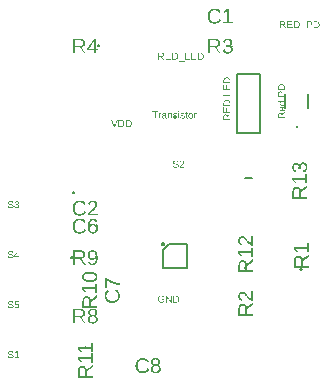
<source format=gbr>
G04 EAGLE Gerber RS-274X export*
G75*
%MOMM*%
%FSLAX34Y34*%
%LPD*%
%INSilkscreen Top*%
%IPPOS*%
%AMOC8*
5,1,8,0,0,1.08239X$1,22.5*%
G01*
G04 Define Apertures*
%ADD10C,0.200000*%
%ADD11C,0.100000*%
%ADD12C,0.254000*%
%ADD13C,0.050000*%
%ADD14C,0.127000*%
G36*
X198659Y463375D02*
X198201Y463387D01*
X197758Y463423D01*
X197331Y463484D01*
X196920Y463569D01*
X196524Y463678D01*
X196144Y463811D01*
X195780Y463968D01*
X195432Y464150D01*
X195101Y464354D01*
X194791Y464579D01*
X194501Y464825D01*
X194232Y465092D01*
X193982Y465379D01*
X193753Y465687D01*
X193545Y466016D01*
X193356Y466366D01*
X193189Y466734D01*
X193044Y467119D01*
X192921Y467521D01*
X192821Y467939D01*
X192743Y468374D01*
X192687Y468825D01*
X192653Y469293D01*
X192642Y469777D01*
X192648Y470141D01*
X192667Y470495D01*
X192698Y470839D01*
X192742Y471173D01*
X192798Y471497D01*
X192866Y471811D01*
X192947Y472115D01*
X193041Y472409D01*
X193147Y472693D01*
X193265Y472967D01*
X193539Y473485D01*
X193863Y473964D01*
X194236Y474402D01*
X194654Y474794D01*
X195110Y475134D01*
X195352Y475284D01*
X195604Y475421D01*
X195866Y475545D01*
X196137Y475656D01*
X196417Y475755D01*
X196708Y475839D01*
X197008Y475911D01*
X197317Y475970D01*
X197636Y476016D01*
X197965Y476049D01*
X198303Y476068D01*
X198651Y476075D01*
X199133Y476063D01*
X199595Y476027D01*
X200037Y475966D01*
X200459Y475882D01*
X200861Y475774D01*
X201242Y475641D01*
X201603Y475485D01*
X201944Y475304D01*
X202263Y475100D01*
X202561Y474872D01*
X202837Y474621D01*
X203091Y474347D01*
X203323Y474050D01*
X203533Y473729D01*
X203722Y473385D01*
X203888Y473018D01*
X202303Y472492D01*
X202187Y472754D01*
X202056Y472999D01*
X201908Y473229D01*
X201743Y473443D01*
X201563Y473641D01*
X201366Y473823D01*
X201153Y473989D01*
X200923Y474139D01*
X200680Y474273D01*
X200426Y474388D01*
X200161Y474486D01*
X199884Y474566D01*
X199597Y474628D01*
X199298Y474673D01*
X198989Y474699D01*
X198668Y474708D01*
X198170Y474688D01*
X197700Y474626D01*
X197259Y474523D01*
X196846Y474379D01*
X196462Y474193D01*
X196106Y473967D01*
X195779Y473699D01*
X195480Y473390D01*
X195213Y473045D01*
X194982Y472670D01*
X194786Y472264D01*
X194626Y471828D01*
X194501Y471361D01*
X194412Y470864D01*
X194359Y470336D01*
X194341Y469777D01*
X194360Y469224D01*
X194415Y468699D01*
X194508Y468201D01*
X194638Y467731D01*
X194805Y467289D01*
X195009Y466875D01*
X195250Y466488D01*
X195528Y466129D01*
X195838Y465806D01*
X196174Y465526D01*
X196536Y465289D01*
X196924Y465095D01*
X197338Y464944D01*
X197779Y464836D01*
X198245Y464771D01*
X198738Y464750D01*
X199057Y464760D01*
X199366Y464790D01*
X199665Y464840D01*
X199954Y464910D01*
X200233Y465001D01*
X200501Y465111D01*
X200760Y465241D01*
X201009Y465391D01*
X201247Y465562D01*
X201476Y465752D01*
X201694Y465963D01*
X201903Y466193D01*
X202101Y466444D01*
X202289Y466715D01*
X202467Y467005D01*
X202636Y467316D01*
X204002Y466633D01*
X203802Y466246D01*
X203582Y465884D01*
X203344Y465545D01*
X203086Y465229D01*
X202808Y464938D01*
X202512Y464671D01*
X202196Y464427D01*
X201861Y464207D01*
X201509Y464012D01*
X201143Y463843D01*
X200764Y463700D01*
X200370Y463583D01*
X199963Y463492D01*
X199543Y463427D01*
X199108Y463388D01*
X198659Y463375D01*
G37*
G36*
X213800Y463550D02*
X206066Y463550D01*
X206066Y464890D01*
X209211Y464890D01*
X209211Y474384D01*
X206425Y472396D01*
X206425Y473885D01*
X209342Y475891D01*
X210796Y475891D01*
X210796Y464890D01*
X213800Y464890D01*
X213800Y463550D01*
G37*
G36*
X84359Y300815D02*
X83901Y300827D01*
X83458Y300863D01*
X83031Y300924D01*
X82620Y301009D01*
X82224Y301118D01*
X81844Y301251D01*
X81480Y301408D01*
X81132Y301590D01*
X80801Y301794D01*
X80491Y302019D01*
X80201Y302265D01*
X79932Y302532D01*
X79682Y302819D01*
X79453Y303127D01*
X79245Y303456D01*
X79056Y303806D01*
X78889Y304174D01*
X78744Y304559D01*
X78621Y304961D01*
X78521Y305379D01*
X78443Y305814D01*
X78387Y306265D01*
X78353Y306733D01*
X78342Y307217D01*
X78348Y307581D01*
X78367Y307935D01*
X78398Y308279D01*
X78442Y308613D01*
X78498Y308937D01*
X78566Y309251D01*
X78647Y309555D01*
X78741Y309849D01*
X78847Y310133D01*
X78965Y310407D01*
X79239Y310925D01*
X79563Y311404D01*
X79936Y311842D01*
X80354Y312234D01*
X80810Y312574D01*
X81052Y312724D01*
X81304Y312861D01*
X81566Y312985D01*
X81837Y313096D01*
X82117Y313195D01*
X82408Y313279D01*
X82708Y313351D01*
X83017Y313410D01*
X83336Y313456D01*
X83665Y313489D01*
X84003Y313508D01*
X84351Y313515D01*
X84833Y313503D01*
X85295Y313467D01*
X85737Y313406D01*
X86159Y313322D01*
X86561Y313214D01*
X86942Y313081D01*
X87303Y312925D01*
X87644Y312744D01*
X87963Y312540D01*
X88261Y312312D01*
X88537Y312061D01*
X88791Y311787D01*
X89023Y311490D01*
X89233Y311169D01*
X89422Y310825D01*
X89588Y310458D01*
X88003Y309932D01*
X87887Y310194D01*
X87756Y310439D01*
X87608Y310669D01*
X87443Y310883D01*
X87263Y311081D01*
X87066Y311263D01*
X86853Y311429D01*
X86623Y311579D01*
X86380Y311713D01*
X86126Y311828D01*
X85861Y311926D01*
X85584Y312006D01*
X85297Y312068D01*
X84998Y312113D01*
X84689Y312139D01*
X84368Y312148D01*
X83870Y312128D01*
X83400Y312066D01*
X82959Y311963D01*
X82546Y311819D01*
X82162Y311633D01*
X81806Y311407D01*
X81479Y311139D01*
X81180Y310830D01*
X80913Y310485D01*
X80682Y310110D01*
X80486Y309704D01*
X80326Y309268D01*
X80201Y308801D01*
X80112Y308304D01*
X80059Y307776D01*
X80041Y307217D01*
X80060Y306664D01*
X80115Y306139D01*
X80208Y305641D01*
X80338Y305171D01*
X80505Y304729D01*
X80709Y304315D01*
X80950Y303928D01*
X81228Y303569D01*
X81538Y303246D01*
X81874Y302966D01*
X82236Y302729D01*
X82624Y302535D01*
X83038Y302384D01*
X83479Y302276D01*
X83945Y302211D01*
X84438Y302190D01*
X84757Y302200D01*
X85066Y302230D01*
X85365Y302280D01*
X85654Y302350D01*
X85933Y302441D01*
X86201Y302551D01*
X86460Y302681D01*
X86709Y302831D01*
X86947Y303002D01*
X87176Y303192D01*
X87394Y303403D01*
X87603Y303633D01*
X87801Y303884D01*
X87989Y304155D01*
X88167Y304445D01*
X88336Y304756D01*
X89702Y304073D01*
X89502Y303686D01*
X89282Y303324D01*
X89044Y302985D01*
X88786Y302669D01*
X88508Y302378D01*
X88212Y302111D01*
X87896Y301867D01*
X87561Y301647D01*
X87209Y301452D01*
X86843Y301283D01*
X86464Y301140D01*
X86070Y301023D01*
X85663Y300932D01*
X85243Y300867D01*
X84808Y300828D01*
X84359Y300815D01*
G37*
G36*
X99474Y300990D02*
X91302Y300990D01*
X91302Y302102D01*
X91538Y302600D01*
X91798Y303067D01*
X92083Y303504D01*
X92393Y303911D01*
X92719Y304294D01*
X93053Y304658D01*
X93395Y305003D01*
X93746Y305330D01*
X94452Y305942D01*
X95152Y306508D01*
X95814Y307051D01*
X96408Y307594D01*
X96675Y307869D01*
X96915Y308150D01*
X97128Y308438D01*
X97315Y308733D01*
X97466Y309040D01*
X97574Y309368D01*
X97639Y309715D01*
X97661Y310081D01*
X97652Y310328D01*
X97624Y310561D01*
X97577Y310779D01*
X97512Y310983D01*
X97428Y311173D01*
X97326Y311349D01*
X97205Y311511D01*
X97065Y311658D01*
X96909Y311789D01*
X96738Y311903D01*
X96553Y311999D01*
X96354Y312078D01*
X96139Y312140D01*
X95911Y312183D01*
X95668Y312210D01*
X95410Y312218D01*
X95164Y312210D01*
X94928Y312184D01*
X94704Y312141D01*
X94491Y312082D01*
X94289Y312005D01*
X94099Y311911D01*
X93919Y311799D01*
X93750Y311671D01*
X93595Y311527D01*
X93458Y311370D01*
X93337Y311198D01*
X93232Y311013D01*
X93145Y310814D01*
X93074Y310601D01*
X93021Y310374D01*
X92984Y310134D01*
X91372Y310283D01*
X91430Y310643D01*
X91516Y310985D01*
X91631Y311308D01*
X91774Y311612D01*
X91945Y311897D01*
X92145Y312163D01*
X92373Y312410D01*
X92629Y312639D01*
X92909Y312844D01*
X93208Y313022D01*
X93527Y313173D01*
X93865Y313296D01*
X94222Y313392D01*
X94599Y313460D01*
X94995Y313501D01*
X95410Y313515D01*
X95863Y313501D01*
X96289Y313460D01*
X96688Y313391D01*
X97060Y313295D01*
X97405Y313171D01*
X97723Y313020D01*
X98014Y312841D01*
X98278Y312634D01*
X98513Y312403D01*
X98717Y312148D01*
X98889Y311870D01*
X99030Y311569D01*
X99140Y311245D01*
X99218Y310898D01*
X99265Y310527D01*
X99281Y310134D01*
X99261Y309775D01*
X99199Y309418D01*
X99096Y309062D01*
X98953Y308706D01*
X98769Y308352D01*
X98544Y307997D01*
X98280Y307642D01*
X97976Y307287D01*
X97578Y306884D01*
X97032Y306383D01*
X96339Y305785D01*
X95497Y305089D01*
X95020Y304687D01*
X94593Y304306D01*
X94218Y303945D01*
X93895Y303604D01*
X93618Y303277D01*
X93382Y302955D01*
X93189Y302640D01*
X93036Y302330D01*
X99474Y302330D01*
X99474Y300990D01*
G37*
G36*
X95603Y285575D02*
X95346Y285581D01*
X95097Y285599D01*
X94622Y285672D01*
X94177Y285793D01*
X93763Y285962D01*
X93380Y286180D01*
X93028Y286447D01*
X92706Y286762D01*
X92414Y287125D01*
X92156Y287535D01*
X91932Y287988D01*
X91742Y288486D01*
X91587Y289028D01*
X91466Y289614D01*
X91380Y290244D01*
X91328Y290918D01*
X91311Y291636D01*
X91329Y292414D01*
X91383Y293145D01*
X91472Y293831D01*
X91598Y294469D01*
X91759Y295061D01*
X91956Y295607D01*
X92189Y296106D01*
X92458Y296558D01*
X92760Y296960D01*
X93093Y297309D01*
X93456Y297604D01*
X93849Y297846D01*
X94272Y298033D01*
X94495Y298107D01*
X94726Y298167D01*
X94965Y298214D01*
X95210Y298248D01*
X95464Y298268D01*
X95725Y298275D01*
X96066Y298265D01*
X96391Y298235D01*
X96700Y298186D01*
X96993Y298118D01*
X97270Y298029D01*
X97530Y297921D01*
X97774Y297794D01*
X98002Y297646D01*
X98214Y297479D01*
X98410Y297293D01*
X98590Y297087D01*
X98753Y296861D01*
X98901Y296615D01*
X99032Y296350D01*
X99147Y296065D01*
X99246Y295761D01*
X97740Y295490D01*
X97606Y295843D01*
X97439Y296149D01*
X97236Y296408D01*
X97000Y296619D01*
X96728Y296784D01*
X96423Y296902D01*
X96082Y296972D01*
X95708Y296996D01*
X95380Y296976D01*
X95071Y296917D01*
X94782Y296819D01*
X94511Y296682D01*
X94259Y296505D01*
X94027Y296289D01*
X93813Y296034D01*
X93619Y295739D01*
X93445Y295407D01*
X93295Y295040D01*
X93168Y294638D01*
X93064Y294201D01*
X92983Y293728D01*
X92925Y293221D01*
X92890Y292678D01*
X92879Y292100D01*
X93115Y292475D01*
X93395Y292802D01*
X93719Y293081D01*
X94087Y293313D01*
X94491Y293495D01*
X94924Y293625D01*
X95151Y293671D01*
X95385Y293703D01*
X95626Y293723D01*
X95874Y293729D01*
X96290Y293712D01*
X96684Y293662D01*
X97056Y293579D01*
X97406Y293462D01*
X97734Y293312D01*
X98039Y293128D01*
X98323Y292911D01*
X98585Y292660D01*
X98820Y292382D01*
X99024Y292080D01*
X99196Y291756D01*
X99337Y291408D01*
X99447Y291037D01*
X99525Y290644D01*
X99572Y290227D01*
X99588Y289788D01*
X99571Y289312D01*
X99521Y288863D01*
X99439Y288439D01*
X99323Y288040D01*
X99174Y287668D01*
X98992Y287321D01*
X98776Y287000D01*
X98528Y286705D01*
X98250Y286440D01*
X97948Y286210D01*
X97620Y286016D01*
X97267Y285857D01*
X96888Y285734D01*
X96485Y285645D01*
X96056Y285593D01*
X95603Y285575D01*
G37*
%LPC*%
G36*
X95550Y286845D02*
X95827Y286857D01*
X96089Y286893D01*
X96335Y286953D01*
X96566Y287036D01*
X96782Y287144D01*
X96982Y287276D01*
X97167Y287432D01*
X97337Y287611D01*
X97489Y287812D01*
X97620Y288030D01*
X97732Y288267D01*
X97823Y288521D01*
X97894Y288793D01*
X97944Y289083D01*
X97975Y289392D01*
X97985Y289718D01*
X97975Y290043D01*
X97944Y290349D01*
X97893Y290636D01*
X97821Y290904D01*
X97728Y291153D01*
X97615Y291383D01*
X97482Y291593D01*
X97328Y291785D01*
X97156Y291955D01*
X96967Y292103D01*
X96763Y292228D01*
X96542Y292330D01*
X96305Y292409D01*
X96052Y292466D01*
X95783Y292500D01*
X95497Y292512D01*
X95228Y292502D01*
X94972Y292471D01*
X94730Y292421D01*
X94500Y292351D01*
X94284Y292260D01*
X94081Y292149D01*
X93891Y292019D01*
X93715Y291868D01*
X93556Y291699D01*
X93418Y291516D01*
X93301Y291317D01*
X93206Y291103D01*
X93132Y290873D01*
X93079Y290629D01*
X93047Y290369D01*
X93036Y290094D01*
X93047Y289745D01*
X93080Y289413D01*
X93135Y289096D01*
X93213Y288796D01*
X93312Y288512D01*
X93433Y288243D01*
X93576Y287992D01*
X93741Y287756D01*
X93924Y287542D01*
X94119Y287357D01*
X94326Y287201D01*
X94546Y287073D01*
X94778Y286973D01*
X95023Y286902D01*
X95280Y286859D01*
X95550Y286845D01*
G37*
%LPD*%
G36*
X84359Y285575D02*
X83901Y285587D01*
X83458Y285623D01*
X83031Y285684D01*
X82620Y285769D01*
X82224Y285878D01*
X81844Y286011D01*
X81480Y286168D01*
X81132Y286350D01*
X80801Y286554D01*
X80491Y286779D01*
X80201Y287025D01*
X79932Y287292D01*
X79682Y287579D01*
X79453Y287887D01*
X79245Y288216D01*
X79056Y288566D01*
X78889Y288934D01*
X78744Y289319D01*
X78621Y289721D01*
X78521Y290139D01*
X78443Y290574D01*
X78387Y291025D01*
X78353Y291493D01*
X78342Y291977D01*
X78348Y292341D01*
X78367Y292695D01*
X78398Y293039D01*
X78442Y293373D01*
X78498Y293697D01*
X78566Y294011D01*
X78647Y294315D01*
X78741Y294609D01*
X78847Y294893D01*
X78965Y295167D01*
X79239Y295685D01*
X79563Y296164D01*
X79936Y296602D01*
X80354Y296994D01*
X80810Y297334D01*
X81052Y297484D01*
X81304Y297621D01*
X81566Y297745D01*
X81837Y297856D01*
X82117Y297955D01*
X82408Y298039D01*
X82708Y298111D01*
X83017Y298170D01*
X83336Y298216D01*
X83665Y298249D01*
X84003Y298268D01*
X84351Y298275D01*
X84833Y298263D01*
X85295Y298227D01*
X85737Y298166D01*
X86159Y298082D01*
X86561Y297974D01*
X86942Y297841D01*
X87303Y297685D01*
X87644Y297504D01*
X87963Y297300D01*
X88261Y297072D01*
X88537Y296821D01*
X88791Y296547D01*
X89023Y296250D01*
X89233Y295929D01*
X89422Y295585D01*
X89588Y295218D01*
X88003Y294692D01*
X87887Y294954D01*
X87756Y295199D01*
X87608Y295429D01*
X87443Y295643D01*
X87263Y295841D01*
X87066Y296023D01*
X86853Y296189D01*
X86623Y296339D01*
X86380Y296473D01*
X86126Y296588D01*
X85861Y296686D01*
X85584Y296766D01*
X85297Y296828D01*
X84998Y296873D01*
X84689Y296899D01*
X84368Y296908D01*
X83870Y296888D01*
X83400Y296826D01*
X82959Y296723D01*
X82546Y296579D01*
X82162Y296393D01*
X81806Y296167D01*
X81479Y295899D01*
X81180Y295590D01*
X80913Y295245D01*
X80682Y294870D01*
X80486Y294464D01*
X80326Y294028D01*
X80201Y293561D01*
X80112Y293064D01*
X80059Y292536D01*
X80041Y291977D01*
X80060Y291424D01*
X80115Y290899D01*
X80208Y290401D01*
X80338Y289931D01*
X80505Y289489D01*
X80709Y289075D01*
X80950Y288688D01*
X81228Y288329D01*
X81538Y288006D01*
X81874Y287726D01*
X82236Y287489D01*
X82624Y287295D01*
X83038Y287144D01*
X83479Y287036D01*
X83945Y286971D01*
X84438Y286950D01*
X84757Y286960D01*
X85066Y286990D01*
X85365Y287040D01*
X85654Y287110D01*
X85933Y287201D01*
X86201Y287311D01*
X86460Y287441D01*
X86709Y287591D01*
X86947Y287762D01*
X87176Y287952D01*
X87394Y288163D01*
X87603Y288393D01*
X87801Y288644D01*
X87989Y288915D01*
X88167Y289205D01*
X88336Y289516D01*
X89702Y288833D01*
X89502Y288446D01*
X89282Y288084D01*
X89044Y287745D01*
X88786Y287429D01*
X88508Y287138D01*
X88212Y286871D01*
X87896Y286627D01*
X87561Y286407D01*
X87209Y286212D01*
X86843Y286043D01*
X86464Y285900D01*
X86070Y285783D01*
X85663Y285692D01*
X85243Y285627D01*
X84808Y285588D01*
X84359Y285575D01*
G37*
G36*
X111883Y226932D02*
X111519Y226938D01*
X111165Y226957D01*
X110821Y226988D01*
X110487Y227032D01*
X110163Y227088D01*
X109849Y227156D01*
X109545Y227237D01*
X109251Y227331D01*
X108967Y227437D01*
X108693Y227555D01*
X108175Y227829D01*
X107696Y228153D01*
X107258Y228526D01*
X106866Y228944D01*
X106526Y229400D01*
X106376Y229642D01*
X106239Y229894D01*
X106115Y230156D01*
X106004Y230427D01*
X105906Y230707D01*
X105821Y230998D01*
X105749Y231298D01*
X105690Y231607D01*
X105644Y231926D01*
X105611Y232255D01*
X105592Y232593D01*
X105585Y232941D01*
X105597Y233423D01*
X105633Y233885D01*
X105694Y234327D01*
X105778Y234749D01*
X105886Y235151D01*
X106019Y235532D01*
X106175Y235893D01*
X106356Y236234D01*
X106560Y236553D01*
X106788Y236851D01*
X107039Y237127D01*
X107313Y237381D01*
X107610Y237613D01*
X107931Y237823D01*
X108275Y238012D01*
X108642Y238178D01*
X109168Y236593D01*
X108906Y236477D01*
X108661Y236346D01*
X108431Y236198D01*
X108217Y236033D01*
X108019Y235853D01*
X107837Y235656D01*
X107671Y235443D01*
X107521Y235213D01*
X107388Y234970D01*
X107272Y234716D01*
X107174Y234451D01*
X107094Y234174D01*
X107032Y233887D01*
X106987Y233588D01*
X106961Y233279D01*
X106952Y232958D01*
X106972Y232460D01*
X107034Y231990D01*
X107137Y231549D01*
X107281Y231136D01*
X107467Y230752D01*
X107693Y230396D01*
X107961Y230069D01*
X108270Y229770D01*
X108615Y229503D01*
X108990Y229272D01*
X109396Y229076D01*
X109832Y228916D01*
X110299Y228791D01*
X110796Y228702D01*
X111324Y228649D01*
X111883Y228631D01*
X112436Y228650D01*
X112961Y228705D01*
X113459Y228798D01*
X113929Y228928D01*
X114371Y229095D01*
X114785Y229299D01*
X115172Y229540D01*
X115531Y229818D01*
X115854Y230128D01*
X116134Y230464D01*
X116371Y230826D01*
X116565Y231214D01*
X116716Y231628D01*
X116824Y232069D01*
X116889Y232535D01*
X116910Y233028D01*
X116900Y233347D01*
X116870Y233656D01*
X116820Y233955D01*
X116750Y234244D01*
X116659Y234523D01*
X116549Y234791D01*
X116419Y235050D01*
X116269Y235299D01*
X116098Y235537D01*
X115908Y235766D01*
X115697Y235984D01*
X115467Y236193D01*
X115216Y236391D01*
X114945Y236579D01*
X114655Y236757D01*
X114344Y236926D01*
X115027Y238292D01*
X115414Y238092D01*
X115776Y237872D01*
X116115Y237634D01*
X116431Y237376D01*
X116722Y237098D01*
X116989Y236802D01*
X117233Y236486D01*
X117453Y236151D01*
X117648Y235799D01*
X117817Y235433D01*
X117960Y235054D01*
X118077Y234660D01*
X118168Y234253D01*
X118233Y233833D01*
X118272Y233398D01*
X118285Y232949D01*
X118273Y232491D01*
X118237Y232048D01*
X118176Y231621D01*
X118091Y231210D01*
X117982Y230814D01*
X117849Y230434D01*
X117692Y230070D01*
X117510Y229722D01*
X117306Y229391D01*
X117081Y229081D01*
X116835Y228791D01*
X116569Y228522D01*
X116281Y228272D01*
X115973Y228043D01*
X115644Y227835D01*
X115294Y227646D01*
X114926Y227479D01*
X114541Y227334D01*
X114139Y227211D01*
X113721Y227111D01*
X113286Y227033D01*
X112835Y226977D01*
X112367Y226943D01*
X111883Y226932D01*
G37*
G36*
X107109Y239910D02*
X105769Y239910D01*
X105769Y248064D01*
X107048Y248064D01*
X108415Y247187D01*
X109625Y246450D01*
X110679Y245852D01*
X111576Y245392D01*
X112392Y245027D01*
X113203Y244710D01*
X114008Y244442D01*
X114808Y244223D01*
X115612Y244053D01*
X116431Y243931D01*
X117263Y243858D01*
X117685Y243840D01*
X118110Y243833D01*
X118110Y242187D01*
X117515Y242203D01*
X116912Y242250D01*
X116301Y242328D01*
X115683Y242438D01*
X115057Y242579D01*
X114422Y242751D01*
X113781Y242955D01*
X113131Y243190D01*
X112465Y243461D01*
X111774Y243775D01*
X111059Y244131D01*
X110318Y244529D01*
X109553Y244968D01*
X108763Y245450D01*
X107949Y245974D01*
X107109Y246540D01*
X107109Y239910D01*
G37*
G36*
X148732Y167465D02*
X148251Y167480D01*
X147797Y167523D01*
X147369Y167597D01*
X146969Y167699D01*
X146595Y167831D01*
X146249Y167992D01*
X145929Y168182D01*
X145636Y168402D01*
X145374Y168649D01*
X145148Y168920D01*
X144956Y169216D01*
X144799Y169536D01*
X144677Y169881D01*
X144589Y170251D01*
X144537Y170646D01*
X144520Y171065D01*
X144530Y171361D01*
X144563Y171645D01*
X144617Y171917D01*
X144692Y172177D01*
X144790Y172425D01*
X144909Y172661D01*
X145049Y172885D01*
X145211Y173097D01*
X145390Y173292D01*
X145581Y173468D01*
X145785Y173623D01*
X146000Y173758D01*
X146227Y173873D01*
X146466Y173967D01*
X146717Y174041D01*
X146981Y174095D01*
X146981Y174130D01*
X146735Y174198D01*
X146504Y174283D01*
X146285Y174385D01*
X146080Y174505D01*
X145888Y174641D01*
X145709Y174795D01*
X145543Y174966D01*
X145391Y175155D01*
X145254Y175356D01*
X145136Y175566D01*
X145036Y175784D01*
X144954Y176011D01*
X144890Y176246D01*
X144845Y176490D01*
X144818Y176742D01*
X144809Y177003D01*
X144825Y177347D01*
X144875Y177675D01*
X144957Y177985D01*
X145072Y178279D01*
X145221Y178557D01*
X145402Y178818D01*
X145617Y179062D01*
X145864Y179289D01*
X146139Y179494D01*
X146437Y179672D01*
X146757Y179823D01*
X147100Y179946D01*
X147465Y180042D01*
X147854Y180110D01*
X148264Y180151D01*
X148697Y180165D01*
X149141Y180151D01*
X149560Y180111D01*
X149956Y180044D01*
X150328Y179950D01*
X150675Y179829D01*
X150999Y179682D01*
X151299Y179508D01*
X151575Y179306D01*
X151822Y179082D01*
X152036Y178839D01*
X152218Y178578D01*
X152366Y178297D01*
X152482Y177997D01*
X152564Y177679D01*
X152613Y177342D01*
X152630Y176985D01*
X152621Y176725D01*
X152593Y176472D01*
X152547Y176229D01*
X152483Y175993D01*
X152401Y175767D01*
X152300Y175548D01*
X152181Y175339D01*
X152043Y175137D01*
X151890Y174949D01*
X151723Y174780D01*
X151705Y174765D01*
X151543Y174629D01*
X151349Y174496D01*
X151142Y174381D01*
X150921Y174285D01*
X150688Y174207D01*
X150440Y174148D01*
X150440Y174113D01*
X150728Y174055D01*
X150999Y173978D01*
X151253Y173881D01*
X151491Y173766D01*
X151713Y173631D01*
X151918Y173476D01*
X152107Y173303D01*
X152246Y173147D01*
X152280Y173110D01*
X152434Y172901D01*
X152567Y172679D01*
X152680Y172445D01*
X152772Y172198D01*
X152844Y171938D01*
X152895Y171665D01*
X152926Y171380D01*
X152936Y171082D01*
X152920Y170667D01*
X152869Y170275D01*
X152784Y169907D01*
X152665Y169563D01*
X152512Y169241D01*
X152326Y168944D01*
X152105Y168670D01*
X151850Y168420D01*
X151564Y168196D01*
X151248Y168002D01*
X150903Y167838D01*
X150528Y167703D01*
X150123Y167599D01*
X149689Y167525D01*
X149226Y167480D01*
X148732Y167465D01*
G37*
%LPC*%
G36*
X148750Y168647D02*
X149062Y168657D01*
X149353Y168686D01*
X149623Y168734D01*
X149873Y168802D01*
X150103Y168888D01*
X150312Y168995D01*
X150500Y169120D01*
X150668Y169265D01*
X150816Y169431D01*
X150944Y169619D01*
X151052Y169831D01*
X151141Y170065D01*
X151210Y170322D01*
X151259Y170602D01*
X151289Y170905D01*
X151299Y171231D01*
X151288Y171509D01*
X151256Y171769D01*
X151203Y172012D01*
X151128Y172237D01*
X151032Y172445D01*
X150914Y172634D01*
X150776Y172806D01*
X150615Y172961D01*
X150436Y173097D01*
X150239Y173216D01*
X150025Y173316D01*
X149794Y173398D01*
X149546Y173461D01*
X149280Y173507D01*
X148997Y173534D01*
X148697Y173543D01*
X148406Y173533D01*
X148130Y173504D01*
X147871Y173455D01*
X147629Y173387D01*
X147403Y173299D01*
X147193Y173191D01*
X147000Y173064D01*
X146823Y172917D01*
X146665Y172753D01*
X146528Y172575D01*
X146412Y172381D01*
X146317Y172174D01*
X146243Y171951D01*
X146191Y171714D01*
X146159Y171462D01*
X146149Y171196D01*
X146159Y170887D01*
X146189Y170599D01*
X146240Y170330D01*
X146311Y170081D01*
X146403Y169852D01*
X146514Y169643D01*
X146647Y169454D01*
X146799Y169284D01*
X146972Y169135D01*
X147165Y169006D01*
X147378Y168896D01*
X147612Y168807D01*
X147866Y168737D01*
X148140Y168687D01*
X148435Y168657D01*
X148750Y168647D01*
G37*
G36*
X148715Y174726D02*
X148985Y174734D01*
X149238Y174758D01*
X149475Y174798D01*
X149695Y174854D01*
X149898Y174926D01*
X150085Y175014D01*
X150256Y175118D01*
X150410Y175238D01*
X150546Y175376D01*
X150664Y175534D01*
X150765Y175712D01*
X150846Y175909D01*
X150910Y176127D01*
X150956Y176364D01*
X150983Y176621D01*
X150992Y176898D01*
X150983Y177151D01*
X150956Y177388D01*
X150911Y177609D01*
X150849Y177814D01*
X150768Y178002D01*
X150669Y178173D01*
X150553Y178329D01*
X150418Y178468D01*
X150266Y178590D01*
X150096Y178697D01*
X149907Y178787D01*
X149701Y178860D01*
X149477Y178917D01*
X149235Y178958D01*
X148975Y178983D01*
X148697Y178991D01*
X148428Y178983D01*
X148174Y178958D01*
X147938Y178917D01*
X147717Y178860D01*
X147514Y178786D01*
X147327Y178695D01*
X147156Y178589D01*
X147003Y178466D01*
X146866Y178326D01*
X146748Y178171D01*
X146648Y177999D01*
X146566Y177811D01*
X146502Y177607D01*
X146457Y177387D01*
X146429Y177150D01*
X146420Y176898D01*
X146429Y176641D01*
X146458Y176399D01*
X146504Y176174D01*
X146570Y175964D01*
X146654Y175770D01*
X146758Y175591D01*
X146879Y175429D01*
X147020Y175282D01*
X147178Y175151D01*
X147351Y175039D01*
X147540Y174943D01*
X147744Y174865D01*
X147963Y174804D01*
X148198Y174760D01*
X148449Y174734D01*
X148715Y174726D01*
G37*
%LPD*%
G36*
X137699Y167465D02*
X137241Y167477D01*
X136798Y167513D01*
X136371Y167574D01*
X135960Y167659D01*
X135564Y167768D01*
X135184Y167901D01*
X134820Y168058D01*
X134472Y168240D01*
X134141Y168444D01*
X133831Y168669D01*
X133541Y168915D01*
X133272Y169182D01*
X133022Y169469D01*
X132793Y169777D01*
X132585Y170106D01*
X132396Y170456D01*
X132229Y170824D01*
X132084Y171209D01*
X131961Y171611D01*
X131861Y172029D01*
X131783Y172464D01*
X131727Y172915D01*
X131693Y173383D01*
X131682Y173867D01*
X131688Y174231D01*
X131707Y174585D01*
X131738Y174929D01*
X131782Y175263D01*
X131838Y175587D01*
X131906Y175901D01*
X131987Y176205D01*
X132081Y176499D01*
X132187Y176783D01*
X132305Y177057D01*
X132579Y177575D01*
X132903Y178054D01*
X133276Y178492D01*
X133694Y178884D01*
X134150Y179224D01*
X134392Y179374D01*
X134644Y179511D01*
X134906Y179635D01*
X135177Y179746D01*
X135457Y179845D01*
X135748Y179929D01*
X136048Y180001D01*
X136357Y180060D01*
X136676Y180106D01*
X137005Y180139D01*
X137343Y180158D01*
X137691Y180165D01*
X138173Y180153D01*
X138635Y180117D01*
X139077Y180056D01*
X139499Y179972D01*
X139901Y179864D01*
X140282Y179731D01*
X140643Y179575D01*
X140984Y179394D01*
X141303Y179190D01*
X141601Y178962D01*
X141877Y178711D01*
X142131Y178437D01*
X142363Y178140D01*
X142573Y177819D01*
X142762Y177475D01*
X142928Y177108D01*
X141343Y176582D01*
X141227Y176844D01*
X141096Y177089D01*
X140948Y177319D01*
X140783Y177533D01*
X140603Y177731D01*
X140406Y177913D01*
X140193Y178079D01*
X139963Y178229D01*
X139720Y178363D01*
X139466Y178478D01*
X139201Y178576D01*
X138924Y178656D01*
X138637Y178718D01*
X138338Y178763D01*
X138029Y178789D01*
X137708Y178798D01*
X137210Y178778D01*
X136740Y178716D01*
X136299Y178613D01*
X135886Y178469D01*
X135502Y178283D01*
X135146Y178057D01*
X134819Y177789D01*
X134520Y177480D01*
X134253Y177135D01*
X134022Y176760D01*
X133826Y176354D01*
X133666Y175918D01*
X133541Y175451D01*
X133452Y174954D01*
X133399Y174426D01*
X133381Y173867D01*
X133400Y173314D01*
X133455Y172789D01*
X133548Y172291D01*
X133678Y171821D01*
X133845Y171379D01*
X134049Y170965D01*
X134290Y170578D01*
X134568Y170219D01*
X134878Y169896D01*
X135214Y169616D01*
X135576Y169379D01*
X135964Y169185D01*
X136378Y169034D01*
X136819Y168926D01*
X137285Y168861D01*
X137778Y168840D01*
X138097Y168850D01*
X138406Y168880D01*
X138705Y168930D01*
X138994Y169000D01*
X139273Y169091D01*
X139541Y169201D01*
X139800Y169331D01*
X140049Y169481D01*
X140287Y169652D01*
X140516Y169842D01*
X140734Y170053D01*
X140943Y170283D01*
X141141Y170534D01*
X141329Y170805D01*
X141507Y171095D01*
X141676Y171406D01*
X143042Y170723D01*
X142842Y170336D01*
X142622Y169974D01*
X142384Y169635D01*
X142126Y169319D01*
X141848Y169028D01*
X141552Y168761D01*
X141236Y168517D01*
X140901Y168297D01*
X140549Y168102D01*
X140183Y167933D01*
X139804Y167790D01*
X139410Y167673D01*
X139003Y167582D01*
X138583Y167517D01*
X138148Y167478D01*
X137699Y167465D01*
G37*
G36*
X258318Y407043D02*
X252406Y407043D01*
X252406Y408998D01*
X252417Y409363D01*
X252453Y409707D01*
X252512Y410029D01*
X252594Y410329D01*
X252700Y410608D01*
X252829Y410866D01*
X252982Y411102D01*
X253159Y411317D01*
X253357Y411508D01*
X253575Y411674D01*
X253813Y411814D01*
X254071Y411929D01*
X254349Y412018D01*
X254646Y412082D01*
X254964Y412120D01*
X255301Y412133D01*
X255744Y412111D01*
X256159Y412044D01*
X256544Y411932D01*
X256902Y411776D01*
X257225Y411579D01*
X257508Y411345D01*
X257750Y411074D01*
X257953Y410765D01*
X258113Y410425D01*
X258227Y410060D01*
X258295Y409670D01*
X258318Y409254D01*
X258318Y407043D01*
G37*
%LPC*%
G36*
X257676Y407845D02*
X257676Y409162D01*
X257658Y409478D01*
X257605Y409773D01*
X257516Y410049D01*
X257391Y410306D01*
X257232Y410538D01*
X257042Y410741D01*
X256821Y410917D01*
X256568Y411063D01*
X256288Y411179D01*
X255983Y411261D01*
X255654Y411311D01*
X255301Y411327D01*
X255034Y411318D01*
X254784Y411290D01*
X254550Y411243D01*
X254332Y411177D01*
X254131Y411092D01*
X253946Y410989D01*
X253777Y410866D01*
X253625Y410725D01*
X253489Y410566D01*
X253372Y410390D01*
X253273Y410198D01*
X253192Y409988D01*
X253129Y409762D01*
X253084Y409519D01*
X253057Y409259D01*
X253048Y408982D01*
X253048Y407845D01*
X257676Y407845D01*
G37*
%LPD*%
G36*
X258318Y383168D02*
X252406Y383168D01*
X252406Y385950D01*
X252413Y386193D01*
X252434Y386421D01*
X252468Y386635D01*
X252517Y386835D01*
X252580Y387021D01*
X252657Y387192D01*
X252748Y387349D01*
X252853Y387492D01*
X252970Y387620D01*
X253098Y387730D01*
X253237Y387823D01*
X253387Y387900D01*
X253548Y387959D01*
X253720Y388002D01*
X253903Y388027D01*
X254097Y388036D01*
X254413Y388012D01*
X254703Y387940D01*
X254967Y387820D01*
X255204Y387652D01*
X255408Y387441D01*
X255521Y387269D01*
X255571Y387195D01*
X255691Y386912D01*
X255771Y386592D01*
X256855Y387307D01*
X258318Y388271D01*
X258318Y387347D01*
X255863Y385812D01*
X255863Y383970D01*
X258318Y383970D01*
X258318Y383168D01*
G37*
%LPC*%
G36*
X255230Y383970D02*
X255230Y385904D01*
X255211Y386203D01*
X255156Y386466D01*
X255063Y386693D01*
X254934Y386884D01*
X254771Y387035D01*
X254579Y387143D01*
X254357Y387208D01*
X254105Y387230D01*
X253862Y387208D01*
X253650Y387142D01*
X253469Y387033D01*
X253318Y386880D01*
X253200Y386685D01*
X253115Y386452D01*
X253065Y386181D01*
X253048Y385870D01*
X253048Y383970D01*
X255230Y383970D01*
G37*
%LPD*%
G36*
X256069Y393824D02*
X255781Y393831D01*
X255512Y393850D01*
X255262Y393883D01*
X255030Y393928D01*
X254816Y393987D01*
X254622Y394059D01*
X254445Y394144D01*
X254288Y394242D01*
X254148Y394352D01*
X254028Y394476D01*
X253926Y394613D01*
X253842Y394763D01*
X253777Y394927D01*
X253731Y395103D01*
X253703Y395292D01*
X253694Y395494D01*
X253706Y395741D01*
X253741Y395967D01*
X253800Y396171D01*
X253883Y396354D01*
X253991Y396518D01*
X254127Y396665D01*
X254291Y396795D01*
X254483Y396908D01*
X254483Y396917D01*
X253975Y396908D01*
X252091Y396908D01*
X252091Y397663D01*
X257382Y397663D01*
X257971Y397670D01*
X258318Y397689D01*
X258318Y396967D01*
X258008Y396940D01*
X257588Y396925D01*
X257588Y396908D01*
X257791Y396795D01*
X257962Y396664D01*
X258103Y396517D01*
X258213Y396352D01*
X258296Y396169D01*
X258355Y395965D01*
X258390Y395740D01*
X258402Y395494D01*
X258393Y395286D01*
X258366Y395092D01*
X258320Y394913D01*
X258257Y394748D01*
X258176Y394597D01*
X258076Y394460D01*
X257959Y394337D01*
X257823Y394229D01*
X257669Y394134D01*
X257496Y394052D01*
X257305Y393982D01*
X257095Y393925D01*
X256866Y393881D01*
X256619Y393849D01*
X256353Y393830D01*
X256069Y393824D01*
G37*
%LPC*%
G36*
X256044Y394617D02*
X256486Y394633D01*
X256861Y394680D01*
X257168Y394759D01*
X257407Y394869D01*
X257587Y395014D01*
X257716Y395199D01*
X257761Y395306D01*
X257793Y395424D01*
X257812Y395550D01*
X257819Y395687D01*
X257812Y395842D01*
X257791Y395986D01*
X257756Y396119D01*
X257707Y396241D01*
X257645Y396352D01*
X257568Y396452D01*
X257478Y396541D01*
X257386Y396609D01*
X257374Y396619D01*
X257121Y396745D01*
X256806Y396836D01*
X256431Y396890D01*
X255993Y396908D01*
X255572Y396890D01*
X255212Y396836D01*
X254912Y396745D01*
X254672Y396619D01*
X254573Y396541D01*
X254488Y396452D01*
X254416Y396353D01*
X254357Y396243D01*
X254311Y396122D01*
X254278Y395991D01*
X254259Y395849D01*
X254252Y395695D01*
X254259Y395558D01*
X254278Y395430D01*
X254311Y395312D01*
X254357Y395204D01*
X254417Y395106D01*
X254489Y395018D01*
X254674Y394871D01*
X254917Y394760D01*
X255227Y394681D01*
X255602Y394633D01*
X256044Y394617D01*
G37*
%LPD*%
G36*
X258318Y401324D02*
X252406Y401324D01*
X252406Y403813D01*
X252413Y404054D01*
X252435Y404282D01*
X252471Y404495D01*
X252522Y404695D01*
X252588Y404880D01*
X252668Y405052D01*
X252762Y405209D01*
X252871Y405353D01*
X252994Y405481D01*
X253128Y405591D01*
X253274Y405685D01*
X253433Y405762D01*
X253603Y405821D01*
X253785Y405864D01*
X253979Y405890D01*
X254185Y405898D01*
X254389Y405890D01*
X254583Y405864D01*
X254766Y405821D01*
X254938Y405761D01*
X255099Y405684D01*
X255250Y405590D01*
X255390Y405479D01*
X255519Y405351D01*
X255635Y405208D01*
X255736Y405052D01*
X255821Y404885D01*
X255891Y404705D01*
X255945Y404513D01*
X255983Y404308D01*
X256007Y404092D01*
X256014Y403863D01*
X256014Y402126D01*
X258318Y402126D01*
X258318Y401324D01*
G37*
%LPC*%
G36*
X255381Y402126D02*
X255381Y403750D01*
X255362Y404064D01*
X255306Y404337D01*
X255214Y404568D01*
X255084Y404757D01*
X254917Y404904D01*
X254713Y405009D01*
X254472Y405072D01*
X254193Y405092D01*
X253925Y405071D01*
X253692Y405006D01*
X253495Y404899D01*
X253334Y404748D01*
X253209Y404555D01*
X253119Y404318D01*
X253066Y404039D01*
X253048Y403716D01*
X253048Y402126D01*
X255381Y402126D01*
G37*
%LPD*%
G36*
X256019Y389047D02*
X255746Y389055D01*
X255489Y389080D01*
X255249Y389121D01*
X255025Y389179D01*
X254818Y389253D01*
X254627Y389343D01*
X254452Y389450D01*
X254294Y389574D01*
X254153Y389712D01*
X254031Y389865D01*
X253928Y390032D01*
X253844Y390213D01*
X253778Y390408D01*
X253731Y390617D01*
X253703Y390841D01*
X253694Y391078D01*
X253703Y391320D01*
X253732Y391547D01*
X253779Y391758D01*
X253845Y391954D01*
X253929Y392133D01*
X254033Y392298D01*
X254156Y392446D01*
X254297Y392579D01*
X254457Y392696D01*
X254636Y392798D01*
X254834Y392884D01*
X255051Y392954D01*
X255287Y393009D01*
X255541Y393048D01*
X255814Y393072D01*
X256107Y393079D01*
X256207Y393079D01*
X256207Y389840D01*
X256575Y389860D01*
X256899Y389921D01*
X257177Y390022D01*
X257412Y390163D01*
X257597Y390343D01*
X257670Y390447D01*
X257730Y390561D01*
X257776Y390683D01*
X257809Y390815D01*
X257829Y390957D01*
X257835Y391107D01*
X257823Y391341D01*
X257786Y391549D01*
X257725Y391734D01*
X257638Y391894D01*
X257533Y392030D01*
X257415Y392142D01*
X257283Y392230D01*
X257139Y392295D01*
X257328Y392958D01*
X257580Y392840D01*
X257798Y392689D01*
X257982Y392507D01*
X258133Y392292D01*
X258251Y392044D01*
X258335Y391764D01*
X258385Y391452D01*
X258402Y391107D01*
X258393Y390863D01*
X258364Y390634D01*
X258318Y390420D01*
X258252Y390220D01*
X258168Y390036D01*
X258064Y389867D01*
X257943Y389713D01*
X257802Y389574D01*
X257643Y389450D01*
X257465Y389343D01*
X257270Y389253D01*
X257056Y389179D01*
X256824Y389121D01*
X256574Y389080D01*
X256305Y389055D01*
X256019Y389047D01*
G37*
%LPC*%
G36*
X255628Y389848D02*
X255628Y392299D01*
X255294Y392253D01*
X255008Y392176D01*
X254770Y392070D01*
X254581Y391934D01*
X254437Y391766D01*
X254334Y391566D01*
X254273Y391332D01*
X254252Y391065D01*
X254275Y390805D01*
X254344Y390573D01*
X254458Y390369D01*
X254619Y390195D01*
X254820Y390053D01*
X255055Y389948D01*
X255324Y389879D01*
X255628Y389848D01*
G37*
%LPD*%
G36*
X165923Y227090D02*
X163711Y227090D01*
X163711Y233002D01*
X165667Y233002D01*
X166031Y232991D01*
X166375Y232955D01*
X166697Y232896D01*
X166997Y232814D01*
X167276Y232708D01*
X167534Y232579D01*
X167770Y232426D01*
X167985Y232249D01*
X168176Y232051D01*
X168342Y231833D01*
X168482Y231595D01*
X168597Y231337D01*
X168686Y231059D01*
X168750Y230762D01*
X168788Y230444D01*
X168801Y230107D01*
X168779Y229664D01*
X168712Y229249D01*
X168601Y228864D01*
X168444Y228506D01*
X168248Y228183D01*
X168013Y227900D01*
X167742Y227658D01*
X167433Y227455D01*
X167093Y227295D01*
X166728Y227181D01*
X166338Y227113D01*
X165923Y227090D01*
G37*
%LPC*%
G36*
X165830Y227732D02*
X166146Y227750D01*
X166441Y227803D01*
X166717Y227893D01*
X166974Y228017D01*
X167206Y228176D01*
X167410Y228366D01*
X167585Y228587D01*
X167731Y228840D01*
X167847Y229120D01*
X167929Y229425D01*
X167979Y229754D01*
X167995Y230107D01*
X167986Y230374D01*
X167958Y230624D01*
X167911Y230858D01*
X167845Y231076D01*
X167760Y231277D01*
X167657Y231462D01*
X167534Y231631D01*
X167393Y231783D01*
X167234Y231919D01*
X167059Y232036D01*
X166866Y232135D01*
X166656Y232216D01*
X166430Y232279D01*
X166187Y232324D01*
X165927Y232351D01*
X165650Y232360D01*
X164513Y232360D01*
X164513Y227732D01*
X165830Y227732D01*
G37*
%LPD*%
G36*
X158206Y227090D02*
X157492Y227090D01*
X157492Y233002D01*
X158424Y233002D01*
X161621Y227933D01*
X161584Y228643D01*
X161571Y229125D01*
X161571Y233002D01*
X162293Y233002D01*
X162293Y227090D01*
X161328Y227090D01*
X158164Y232125D01*
X158185Y231718D01*
X158206Y231018D01*
X158206Y227090D01*
G37*
G36*
X153511Y227006D02*
X153064Y227029D01*
X152648Y227098D01*
X152264Y227214D01*
X151913Y227375D01*
X151597Y227580D01*
X151321Y227826D01*
X151084Y228112D01*
X150887Y228439D01*
X150732Y228802D01*
X150621Y229195D01*
X150554Y229619D01*
X150532Y230073D01*
X150544Y230423D01*
X150580Y230752D01*
X150641Y231061D01*
X150725Y231350D01*
X150834Y231619D01*
X150967Y231867D01*
X151123Y232094D01*
X151304Y232302D01*
X151507Y232487D01*
X151729Y232647D01*
X151971Y232782D01*
X152233Y232893D01*
X152514Y232980D01*
X152814Y233041D01*
X153134Y233078D01*
X153474Y233091D01*
X153942Y233070D01*
X154363Y233008D01*
X154739Y232904D01*
X155068Y232759D01*
X155357Y232568D01*
X155611Y232328D01*
X155829Y232038D01*
X156012Y231697D01*
X155249Y231471D01*
X155111Y231706D01*
X154949Y231906D01*
X154764Y232073D01*
X154554Y232205D01*
X154319Y232306D01*
X154058Y232378D01*
X153769Y232421D01*
X153453Y232436D01*
X153204Y232426D01*
X152971Y232397D01*
X152753Y232349D01*
X152550Y232281D01*
X152361Y232194D01*
X152188Y232088D01*
X152030Y231962D01*
X151888Y231817D01*
X151761Y231654D01*
X151651Y231476D01*
X151558Y231282D01*
X151482Y231072D01*
X151422Y230846D01*
X151380Y230604D01*
X151355Y230347D01*
X151346Y230073D01*
X151355Y229801D01*
X151382Y229543D01*
X151427Y229300D01*
X151490Y229071D01*
X151571Y228857D01*
X151670Y228658D01*
X151786Y228474D01*
X151921Y228305D01*
X152072Y228153D01*
X152236Y228021D01*
X152414Y227910D01*
X152606Y227819D01*
X152812Y227748D01*
X153031Y227697D01*
X153264Y227667D01*
X153511Y227656D01*
X153796Y227667D01*
X154071Y227701D01*
X154336Y227756D01*
X154592Y227833D01*
X154831Y227929D01*
X155046Y228040D01*
X155237Y228168D01*
X155404Y228311D01*
X155404Y229377D01*
X153637Y229377D01*
X153637Y230048D01*
X156142Y230048D01*
X156142Y228009D01*
X155894Y227783D01*
X155620Y227585D01*
X155318Y227413D01*
X154991Y227268D01*
X154642Y227154D01*
X154280Y227072D01*
X153903Y227022D01*
X153511Y227006D01*
G37*
G36*
X178393Y382948D02*
X178152Y382958D01*
X177927Y382986D01*
X177716Y383033D01*
X177521Y383100D01*
X177340Y383185D01*
X177175Y383289D01*
X177026Y383412D01*
X176891Y383554D01*
X176772Y383714D01*
X176669Y383891D01*
X176582Y384085D01*
X176510Y384296D01*
X176455Y384523D01*
X176415Y384767D01*
X176391Y385028D01*
X176383Y385306D01*
X176391Y385591D01*
X176415Y385857D01*
X176455Y386105D01*
X176511Y386334D01*
X176582Y386546D01*
X176670Y386738D01*
X176773Y386913D01*
X176892Y387069D01*
X177027Y387206D01*
X177178Y387326D01*
X177345Y387427D01*
X177528Y387509D01*
X177727Y387574D01*
X177942Y387619D01*
X178172Y387647D01*
X178419Y387656D01*
X178670Y387647D01*
X178904Y387620D01*
X179122Y387576D01*
X179322Y387513D01*
X179505Y387432D01*
X179670Y387334D01*
X179819Y387218D01*
X179950Y387083D01*
X180065Y386930D01*
X180165Y386758D01*
X180249Y386565D01*
X180318Y386353D01*
X180372Y386121D01*
X180410Y385869D01*
X180433Y385598D01*
X180441Y385306D01*
X180433Y385018D01*
X180408Y384748D01*
X180367Y384498D01*
X180310Y384267D01*
X180236Y384054D01*
X180146Y383861D01*
X180039Y383687D01*
X179917Y383531D01*
X179778Y383395D01*
X179625Y383276D01*
X179456Y383176D01*
X179273Y383094D01*
X179076Y383030D01*
X178863Y382985D01*
X178636Y382957D01*
X178393Y382948D01*
G37*
%LPC*%
G36*
X178385Y383506D02*
X178549Y383513D01*
X178701Y383533D01*
X178840Y383568D01*
X178968Y383615D01*
X179083Y383677D01*
X179186Y383752D01*
X179277Y383840D01*
X179356Y383943D01*
X179484Y384191D01*
X179575Y384502D01*
X179630Y384873D01*
X179648Y385306D01*
X179631Y385744D01*
X179578Y386118D01*
X179491Y386427D01*
X179369Y386672D01*
X179293Y386772D01*
X179206Y386859D01*
X179106Y386932D01*
X178995Y386992D01*
X178872Y387038D01*
X178737Y387071D01*
X178590Y387091D01*
X178431Y387098D01*
X178271Y387091D01*
X178123Y387071D01*
X177985Y387037D01*
X177860Y386990D01*
X177746Y386928D01*
X177643Y386854D01*
X177552Y386766D01*
X177472Y386664D01*
X177343Y386416D01*
X177250Y386107D01*
X177195Y385737D01*
X177176Y385306D01*
X177195Y384885D01*
X177249Y384520D01*
X177340Y384211D01*
X177468Y383957D01*
X177546Y383852D01*
X177635Y383760D01*
X177734Y383682D01*
X177843Y383619D01*
X177963Y383570D01*
X178093Y383534D01*
X178234Y383513D01*
X178385Y383506D01*
G37*
%LPD*%
G36*
X155291Y382948D02*
X154970Y382971D01*
X154692Y383038D01*
X154456Y383151D01*
X154263Y383309D01*
X154112Y383506D01*
X154005Y383737D01*
X153940Y384001D01*
X153919Y384299D01*
X153926Y384470D01*
X153948Y384631D01*
X153984Y384782D01*
X154035Y384922D01*
X154100Y385053D01*
X154180Y385173D01*
X154274Y385282D01*
X154382Y385382D01*
X154507Y385471D01*
X154650Y385549D01*
X154810Y385616D01*
X154988Y385671D01*
X155184Y385716D01*
X155398Y385750D01*
X155878Y385785D01*
X156898Y385801D01*
X156898Y386049D01*
X156883Y386306D01*
X156839Y386524D01*
X156766Y386703D01*
X156663Y386842D01*
X156529Y386947D01*
X156361Y387022D01*
X156160Y387066D01*
X155925Y387081D01*
X155688Y387071D01*
X155486Y387038D01*
X155319Y386985D01*
X155186Y386909D01*
X155082Y386810D01*
X155001Y386686D01*
X154944Y386536D01*
X154909Y386360D01*
X154120Y386431D01*
X154191Y386718D01*
X154306Y386967D01*
X154467Y387178D01*
X154672Y387350D01*
X154922Y387484D01*
X155217Y387580D01*
X155557Y387637D01*
X155941Y387656D01*
X156149Y387650D01*
X156343Y387632D01*
X156524Y387601D01*
X156691Y387558D01*
X156846Y387503D01*
X156987Y387435D01*
X157115Y387356D01*
X157230Y387264D01*
X157331Y387160D01*
X157419Y387046D01*
X157493Y386920D01*
X157554Y386784D01*
X157601Y386637D01*
X157635Y386478D01*
X157655Y386309D01*
X157662Y386129D01*
X157662Y384173D01*
X157684Y383879D01*
X157711Y383763D01*
X157750Y383668D01*
X157804Y383593D01*
X157878Y383540D01*
X157972Y383508D01*
X158086Y383498D01*
X158333Y383527D01*
X158333Y383057D01*
X158045Y383007D01*
X157750Y382990D01*
X157554Y383004D01*
X157387Y383045D01*
X157249Y383114D01*
X157139Y383210D01*
X157054Y383336D01*
X156990Y383493D01*
X156946Y383681D01*
X156923Y383901D01*
X156898Y383901D01*
X156747Y383659D01*
X156585Y383456D01*
X156411Y383291D01*
X156225Y383164D01*
X156022Y383070D01*
X155799Y383002D01*
X155555Y382962D01*
X155291Y382948D01*
G37*
%LPC*%
G36*
X155463Y383515D02*
X155665Y383526D01*
X155855Y383562D01*
X156034Y383621D01*
X156202Y383703D01*
X156355Y383807D01*
X156491Y383927D01*
X156609Y384066D01*
X156711Y384222D01*
X156793Y384387D01*
X156851Y384556D01*
X156886Y384726D01*
X156898Y384899D01*
X156898Y385273D01*
X156071Y385256D01*
X155821Y385246D01*
X155603Y385224D01*
X155417Y385191D01*
X155264Y385147D01*
X155134Y385090D01*
X155021Y385019D01*
X154923Y384934D01*
X154842Y384836D01*
X154778Y384723D01*
X154732Y384594D01*
X154704Y384448D01*
X154695Y384287D01*
X154708Y384113D01*
X154745Y383959D01*
X154807Y383827D01*
X154894Y383716D01*
X155005Y383628D01*
X155136Y383565D01*
X155289Y383527D01*
X155463Y383515D01*
G37*
%LPD*%
G36*
X159686Y383032D02*
X158931Y383032D01*
X158931Y386603D01*
X158925Y387242D01*
X158906Y387572D01*
X159619Y387572D01*
X159627Y387459D01*
X159638Y387247D01*
X159653Y386796D01*
X159665Y386796D01*
X159800Y387014D01*
X159946Y387197D01*
X160101Y387346D01*
X160267Y387461D01*
X160449Y387546D01*
X160651Y387607D01*
X160874Y387644D01*
X161117Y387656D01*
X161465Y387633D01*
X161621Y387604D01*
X161764Y387563D01*
X161894Y387511D01*
X162012Y387447D01*
X162117Y387372D01*
X162210Y387285D01*
X162291Y387184D01*
X162362Y387069D01*
X162421Y386938D01*
X162470Y386792D01*
X162535Y386455D01*
X162556Y386057D01*
X162556Y383032D01*
X161797Y383032D01*
X161797Y385911D01*
X161791Y386122D01*
X161775Y386309D01*
X161747Y386471D01*
X161709Y386607D01*
X161658Y386722D01*
X161594Y386820D01*
X161518Y386901D01*
X161428Y386964D01*
X161320Y387012D01*
X161189Y387046D01*
X161037Y387066D01*
X160861Y387073D01*
X160603Y387050D01*
X160373Y386980D01*
X160173Y386863D01*
X160001Y386699D01*
X159863Y386495D01*
X159765Y386254D01*
X159706Y385976D01*
X159686Y385663D01*
X159686Y383032D01*
G37*
G36*
X165260Y382948D02*
X164861Y382966D01*
X164510Y383018D01*
X164207Y383105D01*
X163953Y383227D01*
X163744Y383386D01*
X163574Y383584D01*
X163445Y383822D01*
X163355Y384098D01*
X164023Y384228D01*
X164084Y384058D01*
X164171Y383912D01*
X164283Y383790D01*
X164421Y383693D01*
X164587Y383619D01*
X164782Y383565D01*
X165007Y383534D01*
X165260Y383523D01*
X165529Y383534D01*
X165758Y383567D01*
X165949Y383622D01*
X166102Y383699D01*
X166218Y383798D01*
X166302Y383919D01*
X166352Y384063D01*
X166368Y384228D01*
X166357Y384356D01*
X166322Y384471D01*
X166264Y384574D01*
X166184Y384664D01*
X166077Y384745D01*
X165942Y384817D01*
X165779Y384883D01*
X165588Y384941D01*
X165046Y385084D01*
X164490Y385250D01*
X164282Y385332D01*
X164121Y385413D01*
X163876Y385592D01*
X163776Y385695D01*
X163691Y385806D01*
X163623Y385928D01*
X163575Y386063D01*
X163546Y386211D01*
X163536Y386372D01*
X163543Y386523D01*
X163564Y386664D01*
X163598Y386796D01*
X163647Y386919D01*
X163709Y387033D01*
X163785Y387137D01*
X163979Y387318D01*
X164225Y387461D01*
X164522Y387562D01*
X164870Y387623D01*
X165269Y387644D01*
X165625Y387627D01*
X165943Y387577D01*
X166222Y387495D01*
X166463Y387379D01*
X166664Y387227D01*
X166824Y387035D01*
X166944Y386803D01*
X167023Y386532D01*
X166343Y386448D01*
X166298Y386590D01*
X166227Y386715D01*
X166129Y386822D01*
X166005Y386911D01*
X165856Y386982D01*
X165684Y387033D01*
X165488Y387063D01*
X165269Y387073D01*
X165030Y387063D01*
X164824Y387034D01*
X164652Y386986D01*
X164514Y386918D01*
X164407Y386830D01*
X164331Y386723D01*
X164285Y386595D01*
X164270Y386448D01*
X164276Y386355D01*
X164295Y386271D01*
X164371Y386129D01*
X164496Y386012D01*
X164669Y385915D01*
X164975Y385810D01*
X165500Y385671D01*
X166016Y385526D01*
X166364Y385392D01*
X166601Y385258D01*
X166782Y385109D01*
X166917Y384942D01*
X167019Y384750D01*
X167082Y384533D01*
X167103Y384287D01*
X167095Y384131D01*
X167072Y383984D01*
X167034Y383846D01*
X166981Y383718D01*
X166913Y383599D01*
X166830Y383489D01*
X166732Y383388D01*
X166618Y383296D01*
X166351Y383144D01*
X166036Y383035D01*
X165673Y382970D01*
X165260Y382948D01*
G37*
G36*
X171479Y382948D02*
X171080Y382966D01*
X170729Y383018D01*
X170426Y383105D01*
X170172Y383227D01*
X169962Y383386D01*
X169793Y383584D01*
X169663Y383822D01*
X169574Y384098D01*
X170241Y384228D01*
X170302Y384058D01*
X170389Y383912D01*
X170502Y383790D01*
X170640Y383693D01*
X170806Y383619D01*
X171001Y383565D01*
X171225Y383534D01*
X171479Y383523D01*
X171747Y383534D01*
X171977Y383567D01*
X172168Y383622D01*
X172321Y383699D01*
X172437Y383798D01*
X172520Y383919D01*
X172570Y384063D01*
X172587Y384228D01*
X172575Y384356D01*
X172541Y384471D01*
X172483Y384574D01*
X172402Y384664D01*
X172296Y384745D01*
X172161Y384817D01*
X171998Y384883D01*
X171807Y384941D01*
X171265Y385084D01*
X170709Y385250D01*
X170501Y385332D01*
X170340Y385413D01*
X170095Y385592D01*
X169995Y385695D01*
X169910Y385806D01*
X169842Y385928D01*
X169793Y386063D01*
X169764Y386211D01*
X169755Y386372D01*
X169762Y386523D01*
X169782Y386664D01*
X169817Y386796D01*
X169865Y386919D01*
X169928Y387033D01*
X170004Y387137D01*
X170197Y387318D01*
X170444Y387461D01*
X170741Y387562D01*
X171089Y387623D01*
X171488Y387644D01*
X171844Y387627D01*
X172162Y387577D01*
X172441Y387495D01*
X172681Y387379D01*
X172882Y387227D01*
X173043Y387035D01*
X173163Y386803D01*
X173242Y386532D01*
X172562Y386448D01*
X172517Y386590D01*
X172446Y386715D01*
X172348Y386822D01*
X172224Y386911D01*
X172075Y386982D01*
X171903Y387033D01*
X171707Y387063D01*
X171488Y387073D01*
X171248Y387063D01*
X171043Y387034D01*
X170871Y386986D01*
X170732Y386918D01*
X170626Y386830D01*
X170550Y386723D01*
X170504Y386595D01*
X170489Y386448D01*
X170495Y386355D01*
X170514Y386271D01*
X170590Y386129D01*
X170714Y386012D01*
X170888Y385915D01*
X171194Y385810D01*
X171718Y385671D01*
X172235Y385526D01*
X172583Y385392D01*
X172819Y385258D01*
X173000Y385109D01*
X173136Y384942D01*
X173237Y384750D01*
X173300Y384533D01*
X173321Y384287D01*
X173314Y384131D01*
X173291Y383984D01*
X173253Y383846D01*
X173200Y383718D01*
X173132Y383599D01*
X173049Y383489D01*
X172950Y383388D01*
X172837Y383296D01*
X172570Y383144D01*
X172255Y383035D01*
X171891Y382970D01*
X171479Y382948D01*
G37*
G36*
X148762Y383032D02*
X147965Y383032D01*
X147965Y388290D01*
X145934Y388290D01*
X145934Y388944D01*
X150793Y388944D01*
X150793Y388290D01*
X148762Y388290D01*
X148762Y383032D01*
G37*
G36*
X175208Y382965D02*
X174996Y382981D01*
X174812Y383029D01*
X174656Y383109D01*
X174529Y383222D01*
X174430Y383366D01*
X174359Y383543D01*
X174316Y383752D01*
X174302Y383993D01*
X174302Y387023D01*
X173778Y387023D01*
X173778Y387572D01*
X174331Y387572D01*
X174554Y388588D01*
X175057Y388588D01*
X175057Y387572D01*
X175897Y387572D01*
X175897Y387023D01*
X175057Y387023D01*
X175057Y384157D01*
X175064Y384005D01*
X175084Y383878D01*
X175118Y383775D01*
X175164Y383697D01*
X175228Y383639D01*
X175311Y383598D01*
X175413Y383573D01*
X175536Y383565D01*
X175720Y383580D01*
X175972Y383624D01*
X175972Y383066D01*
X175595Y382990D01*
X175403Y382971D01*
X175208Y382965D01*
G37*
G36*
X152030Y383032D02*
X151275Y383032D01*
X151275Y386515D01*
X151249Y387572D01*
X151963Y387572D01*
X151996Y386645D01*
X152013Y386645D01*
X152107Y386913D01*
X152207Y387136D01*
X152314Y387312D01*
X152429Y387442D01*
X152558Y387536D01*
X152712Y387603D01*
X152890Y387643D01*
X153092Y387656D01*
X153244Y387646D01*
X153398Y387614D01*
X153398Y386922D01*
X153222Y386953D01*
X152995Y386964D01*
X152881Y386957D01*
X152774Y386939D01*
X152581Y386863D01*
X152415Y386736D01*
X152277Y386559D01*
X152169Y386335D01*
X152092Y386066D01*
X152045Y385754D01*
X152030Y385399D01*
X152030Y383032D01*
G37*
G36*
X182155Y383032D02*
X181400Y383032D01*
X181400Y386515D01*
X181374Y387572D01*
X182088Y387572D01*
X182121Y386645D01*
X182138Y386645D01*
X182232Y386913D01*
X182332Y387136D01*
X182439Y387312D01*
X182554Y387442D01*
X182683Y387536D01*
X182837Y387603D01*
X183015Y387643D01*
X183217Y387656D01*
X183369Y387646D01*
X183523Y387614D01*
X183523Y386922D01*
X183347Y386953D01*
X183120Y386964D01*
X183006Y386957D01*
X182899Y386939D01*
X182706Y386863D01*
X182540Y386736D01*
X182402Y386559D01*
X182294Y386335D01*
X182217Y386066D01*
X182170Y385754D01*
X182155Y385399D01*
X182155Y383032D01*
G37*
G36*
X168759Y383032D02*
X168004Y383032D01*
X168004Y387572D01*
X168759Y387572D01*
X168759Y383032D01*
G37*
G36*
X168759Y388537D02*
X168004Y388537D01*
X168004Y389259D01*
X168759Y389259D01*
X168759Y388537D01*
G37*
G36*
X278130Y256703D02*
X265789Y256703D01*
X265789Y262510D01*
X265804Y263016D01*
X265848Y263492D01*
X265920Y263939D01*
X266022Y264357D01*
X266154Y264744D01*
X266314Y265102D01*
X266503Y265430D01*
X266722Y265728D01*
X266967Y265994D01*
X267234Y266225D01*
X267524Y266420D01*
X267838Y266579D01*
X268174Y266703D01*
X268533Y266792D01*
X268914Y266845D01*
X269319Y266863D01*
X269656Y266850D01*
X269979Y266813D01*
X270289Y266750D01*
X270585Y266662D01*
X270867Y266550D01*
X271135Y266412D01*
X271390Y266249D01*
X271631Y266061D01*
X271855Y265851D01*
X272057Y265622D01*
X272237Y265375D01*
X272303Y265264D01*
X272395Y265108D01*
X272532Y264822D01*
X272648Y264517D01*
X272741Y264193D01*
X272814Y263850D01*
X275077Y265341D01*
X278130Y267353D01*
X278130Y265426D01*
X273006Y262221D01*
X273006Y258376D01*
X278130Y258376D01*
X278130Y256703D01*
G37*
%LPC*%
G36*
X271684Y258376D02*
X271684Y262413D01*
X271674Y262735D01*
X271645Y263037D01*
X271597Y263321D01*
X271529Y263586D01*
X271443Y263832D01*
X271336Y264060D01*
X271211Y264268D01*
X271066Y264458D01*
X270904Y264628D01*
X270727Y264775D01*
X270534Y264899D01*
X270325Y265000D01*
X270101Y265079D01*
X269862Y265136D01*
X269607Y265170D01*
X269336Y265181D01*
X269075Y265170D01*
X268830Y265135D01*
X268601Y265078D01*
X268387Y264998D01*
X268190Y264895D01*
X268009Y264770D01*
X267843Y264621D01*
X267694Y264450D01*
X267562Y264257D01*
X267447Y264044D01*
X267350Y263811D01*
X267271Y263557D01*
X267209Y263284D01*
X267165Y262990D01*
X267138Y262677D01*
X267129Y262343D01*
X267129Y258376D01*
X271684Y258376D01*
G37*
%LPD*%
G36*
X278130Y269566D02*
X276790Y269566D01*
X276790Y272711D01*
X267296Y272711D01*
X269284Y269925D01*
X267795Y269925D01*
X265789Y272842D01*
X265789Y274296D01*
X276790Y274296D01*
X276790Y277300D01*
X278130Y277300D01*
X278130Y269566D01*
G37*
G36*
X92885Y244675D02*
X92115Y244691D01*
X91395Y244740D01*
X90725Y244821D01*
X90104Y244935D01*
X89534Y245080D01*
X89013Y245259D01*
X88542Y245470D01*
X88121Y245713D01*
X87749Y245991D01*
X87427Y246307D01*
X87155Y246661D01*
X86932Y247052D01*
X86758Y247481D01*
X86690Y247709D01*
X86634Y247947D01*
X86591Y248195D01*
X86560Y248451D01*
X86542Y248717D01*
X86535Y248993D01*
X86542Y249261D01*
X86560Y249520D01*
X86592Y249771D01*
X86635Y250012D01*
X86692Y250244D01*
X86761Y250468D01*
X86936Y250888D01*
X87161Y251273D01*
X87437Y251621D01*
X87762Y251934D01*
X88138Y252212D01*
X88563Y252455D01*
X89036Y252666D01*
X89557Y252844D01*
X90126Y252990D01*
X90744Y253104D01*
X91409Y253185D01*
X92123Y253233D01*
X92885Y253250D01*
X93635Y253233D01*
X94340Y253182D01*
X94998Y253096D01*
X95611Y252977D01*
X96179Y252824D01*
X96700Y252636D01*
X97176Y252415D01*
X97606Y252159D01*
X97988Y251870D01*
X98319Y251549D01*
X98599Y251195D01*
X98828Y250809D01*
X99006Y250391D01*
X99133Y249940D01*
X99178Y249702D01*
X99210Y249456D01*
X99229Y249202D01*
X99235Y248940D01*
X99229Y248679D01*
X99210Y248425D01*
X99178Y248180D01*
X99134Y247943D01*
X99007Y247493D01*
X98830Y247077D01*
X98602Y246694D01*
X98324Y246344D01*
X97995Y246027D01*
X97615Y245744D01*
X97187Y245493D01*
X96712Y245276D01*
X96190Y245092D01*
X95622Y244942D01*
X95008Y244825D01*
X94347Y244742D01*
X93639Y244692D01*
X92885Y244675D01*
G37*
%LPC*%
G36*
X92885Y246269D02*
X93520Y246279D01*
X94111Y246309D01*
X94658Y246360D01*
X95160Y246430D01*
X95619Y246521D01*
X96033Y246631D01*
X96404Y246762D01*
X96730Y246913D01*
X97016Y247086D01*
X97263Y247282D01*
X97472Y247502D01*
X97643Y247746D01*
X97776Y248014D01*
X97872Y248305D01*
X97929Y248619D01*
X97948Y248958D01*
X97928Y249295D01*
X97870Y249608D01*
X97773Y249898D01*
X97637Y250164D01*
X97462Y250408D01*
X97248Y250628D01*
X96995Y250825D01*
X96704Y250999D01*
X96372Y251151D01*
X95999Y251282D01*
X95584Y251394D01*
X95127Y251485D01*
X94629Y251556D01*
X94090Y251606D01*
X93508Y251637D01*
X92885Y251647D01*
X92240Y251637D01*
X91642Y251608D01*
X91089Y251560D01*
X90582Y251492D01*
X90121Y251406D01*
X89706Y251300D01*
X89337Y251174D01*
X89014Y251029D01*
X88733Y250862D01*
X88489Y250671D01*
X88283Y250454D01*
X88114Y250212D01*
X87983Y249944D01*
X87889Y249652D01*
X87833Y249335D01*
X87814Y248993D01*
X87833Y248642D01*
X87888Y248317D01*
X87980Y248018D01*
X88110Y247744D01*
X88276Y247496D01*
X88479Y247273D01*
X88719Y247076D01*
X88996Y246904D01*
X89316Y246755D01*
X89683Y246626D01*
X90098Y246517D01*
X90560Y246428D01*
X91070Y246358D01*
X91627Y246309D01*
X92232Y246279D01*
X92885Y246269D01*
G37*
%LPD*%
G36*
X99060Y222508D02*
X86719Y222508D01*
X86719Y228315D01*
X86734Y228822D01*
X86778Y229298D01*
X86850Y229745D01*
X86952Y230162D01*
X87084Y230550D01*
X87244Y230907D01*
X87433Y231236D01*
X87652Y231534D01*
X87897Y231800D01*
X88164Y232030D01*
X88454Y232225D01*
X88768Y232385D01*
X89104Y232509D01*
X89463Y232597D01*
X89844Y232651D01*
X90249Y232668D01*
X90586Y232656D01*
X90909Y232618D01*
X91219Y232556D01*
X91515Y232468D01*
X91797Y232355D01*
X92065Y232217D01*
X92320Y232055D01*
X92561Y231867D01*
X92785Y231657D01*
X92987Y231428D01*
X93167Y231180D01*
X93233Y231069D01*
X93325Y230913D01*
X93462Y230627D01*
X93578Y230322D01*
X93671Y229998D01*
X93744Y229655D01*
X96007Y231147D01*
X99060Y233159D01*
X99060Y231232D01*
X93936Y228026D01*
X93936Y224181D01*
X99060Y224181D01*
X99060Y222508D01*
G37*
%LPC*%
G36*
X92614Y224181D02*
X92614Y228219D01*
X92604Y228540D01*
X92575Y228843D01*
X92527Y229126D01*
X92459Y229391D01*
X92373Y229638D01*
X92266Y229865D01*
X92141Y230074D01*
X91996Y230264D01*
X91834Y230433D01*
X91657Y230580D01*
X91464Y230704D01*
X91255Y230806D01*
X91031Y230885D01*
X90792Y230941D01*
X90537Y230975D01*
X90266Y230987D01*
X90005Y230975D01*
X89760Y230941D01*
X89531Y230884D01*
X89317Y230804D01*
X89120Y230701D01*
X88939Y230575D01*
X88773Y230427D01*
X88624Y230255D01*
X88492Y230062D01*
X88377Y229849D01*
X88280Y229616D01*
X88201Y229363D01*
X88139Y229090D01*
X88095Y228796D01*
X88068Y228483D01*
X88059Y228149D01*
X88059Y224181D01*
X92614Y224181D01*
G37*
%LPD*%
G36*
X99060Y235372D02*
X97720Y235372D01*
X97720Y238516D01*
X88226Y238516D01*
X90214Y235731D01*
X88725Y235731D01*
X86719Y238648D01*
X86719Y240102D01*
X97720Y240102D01*
X97720Y243106D01*
X99060Y243106D01*
X99060Y235372D01*
G37*
G36*
X95250Y163490D02*
X82909Y163490D01*
X82909Y169297D01*
X82924Y169803D01*
X82968Y170280D01*
X83040Y170727D01*
X83142Y171144D01*
X83274Y171532D01*
X83434Y171889D01*
X83623Y172217D01*
X83842Y172516D01*
X84087Y172782D01*
X84354Y173012D01*
X84644Y173207D01*
X84958Y173367D01*
X85294Y173491D01*
X85653Y173579D01*
X86034Y173632D01*
X86439Y173650D01*
X86776Y173638D01*
X87099Y173600D01*
X87409Y173537D01*
X87705Y173450D01*
X87987Y173337D01*
X88255Y173199D01*
X88510Y173037D01*
X88751Y172849D01*
X88975Y172639D01*
X89177Y172410D01*
X89357Y172162D01*
X89423Y172051D01*
X89515Y171895D01*
X89652Y171609D01*
X89768Y171304D01*
X89861Y170980D01*
X89934Y170637D01*
X92197Y172129D01*
X95250Y174141D01*
X95250Y172214D01*
X90126Y169008D01*
X90126Y165163D01*
X95250Y165163D01*
X95250Y163490D01*
G37*
%LPC*%
G36*
X88804Y165163D02*
X88804Y169201D01*
X88794Y169522D01*
X88765Y169825D01*
X88717Y170108D01*
X88649Y170373D01*
X88563Y170620D01*
X88456Y170847D01*
X88331Y171056D01*
X88186Y171246D01*
X88024Y171415D01*
X87847Y171562D01*
X87654Y171686D01*
X87445Y171788D01*
X87221Y171867D01*
X86982Y171923D01*
X86727Y171957D01*
X86456Y171968D01*
X86195Y171957D01*
X85950Y171923D01*
X85721Y171866D01*
X85507Y171786D01*
X85310Y171683D01*
X85129Y171557D01*
X84963Y171409D01*
X84814Y171237D01*
X84682Y171044D01*
X84567Y170831D01*
X84470Y170598D01*
X84391Y170345D01*
X84329Y170071D01*
X84285Y169778D01*
X84258Y169464D01*
X84249Y169131D01*
X84249Y165163D01*
X88804Y165163D01*
G37*
%LPD*%
G36*
X95250Y176354D02*
X93910Y176354D01*
X93910Y179498D01*
X84416Y179498D01*
X86404Y176713D01*
X84915Y176713D01*
X82909Y179630D01*
X82909Y181083D01*
X93910Y181083D01*
X93910Y184088D01*
X95250Y184088D01*
X95250Y176354D01*
G37*
G36*
X95250Y184979D02*
X93910Y184979D01*
X93910Y188123D01*
X84416Y188123D01*
X86404Y185338D01*
X84915Y185338D01*
X82909Y188255D01*
X82909Y189708D01*
X93910Y189708D01*
X93910Y192713D01*
X95250Y192713D01*
X95250Y184979D01*
G37*
G36*
X231140Y252988D02*
X218799Y252988D01*
X218799Y258795D01*
X218814Y259302D01*
X218858Y259778D01*
X218930Y260225D01*
X219032Y260642D01*
X219164Y261030D01*
X219324Y261387D01*
X219513Y261716D01*
X219732Y262014D01*
X219977Y262280D01*
X220244Y262510D01*
X220534Y262705D01*
X220848Y262865D01*
X221184Y262989D01*
X221543Y263077D01*
X221924Y263131D01*
X222329Y263148D01*
X222666Y263136D01*
X222989Y263098D01*
X223299Y263036D01*
X223595Y262948D01*
X223877Y262835D01*
X224145Y262697D01*
X224400Y262535D01*
X224641Y262347D01*
X224865Y262137D01*
X225067Y261908D01*
X225247Y261660D01*
X225313Y261549D01*
X225405Y261393D01*
X225542Y261107D01*
X225658Y260802D01*
X225751Y260478D01*
X225824Y260135D01*
X228087Y261627D01*
X231140Y263639D01*
X231140Y261712D01*
X226016Y258506D01*
X226016Y254661D01*
X231140Y254661D01*
X231140Y252988D01*
G37*
%LPC*%
G36*
X224694Y254661D02*
X224694Y258699D01*
X224684Y259020D01*
X224655Y259323D01*
X224607Y259606D01*
X224539Y259871D01*
X224453Y260118D01*
X224346Y260345D01*
X224221Y260554D01*
X224076Y260744D01*
X223914Y260913D01*
X223737Y261060D01*
X223544Y261184D01*
X223335Y261286D01*
X223111Y261365D01*
X222872Y261421D01*
X222617Y261455D01*
X222346Y261467D01*
X222085Y261455D01*
X221840Y261421D01*
X221611Y261364D01*
X221397Y261284D01*
X221200Y261181D01*
X221019Y261055D01*
X220853Y260907D01*
X220704Y260735D01*
X220572Y260542D01*
X220457Y260329D01*
X220360Y260096D01*
X220281Y259843D01*
X220219Y259570D01*
X220175Y259276D01*
X220148Y258963D01*
X220139Y258629D01*
X220139Y254661D01*
X224694Y254661D01*
G37*
%LPD*%
G36*
X231140Y275357D02*
X230028Y275357D01*
X229530Y275592D01*
X229063Y275852D01*
X228626Y276137D01*
X228219Y276447D01*
X227836Y276773D01*
X227472Y277107D01*
X227127Y277450D01*
X226800Y277800D01*
X226188Y278506D01*
X225622Y279206D01*
X225079Y279868D01*
X224536Y280463D01*
X224261Y280730D01*
X223980Y280970D01*
X223692Y281183D01*
X223397Y281369D01*
X223090Y281521D01*
X222762Y281629D01*
X222415Y281694D01*
X222049Y281715D01*
X221802Y281706D01*
X221569Y281678D01*
X221351Y281631D01*
X221147Y281566D01*
X220957Y281483D01*
X220781Y281380D01*
X220619Y281259D01*
X220472Y281120D01*
X220341Y280963D01*
X220227Y280793D01*
X220131Y280608D01*
X220052Y280408D01*
X219990Y280194D01*
X219947Y279965D01*
X219920Y279722D01*
X219912Y279464D01*
X219920Y279218D01*
X219946Y278983D01*
X219989Y278759D01*
X220048Y278546D01*
X220125Y278344D01*
X220219Y278153D01*
X220331Y277973D01*
X220459Y277805D01*
X220603Y277650D01*
X220760Y277512D01*
X220932Y277391D01*
X221117Y277287D01*
X221316Y277199D01*
X221529Y277129D01*
X221756Y277075D01*
X221996Y277038D01*
X221847Y275427D01*
X221487Y275485D01*
X221145Y275571D01*
X220822Y275685D01*
X220518Y275828D01*
X220233Y276000D01*
X219967Y276199D01*
X219720Y276427D01*
X219491Y276683D01*
X219286Y276963D01*
X219108Y277263D01*
X218957Y277582D01*
X218834Y277919D01*
X218738Y278277D01*
X218670Y278653D01*
X218629Y279049D01*
X218615Y279464D01*
X218629Y279917D01*
X218670Y280343D01*
X218739Y280742D01*
X218835Y281114D01*
X218959Y281459D01*
X219110Y281777D01*
X219289Y282068D01*
X219496Y282333D01*
X219727Y282568D01*
X219982Y282771D01*
X220260Y282944D01*
X220561Y283085D01*
X220885Y283195D01*
X221232Y283273D01*
X221603Y283320D01*
X221996Y283336D01*
X222355Y283315D01*
X222712Y283253D01*
X223068Y283151D01*
X223424Y283007D01*
X223778Y282823D01*
X224133Y282599D01*
X224488Y282335D01*
X224843Y282031D01*
X225246Y281633D01*
X225747Y281087D01*
X226345Y280393D01*
X227041Y279552D01*
X227443Y279074D01*
X227824Y278648D01*
X228185Y278273D01*
X228526Y277949D01*
X228853Y277672D01*
X229175Y277437D01*
X229490Y277243D01*
X229800Y277091D01*
X229800Y283528D01*
X231140Y283528D01*
X231140Y275357D01*
G37*
G36*
X231140Y265852D02*
X229800Y265852D01*
X229800Y268996D01*
X220306Y268996D01*
X222294Y266211D01*
X220805Y266211D01*
X218799Y269128D01*
X218799Y270582D01*
X229800Y270582D01*
X229800Y273586D01*
X231140Y273586D01*
X231140Y265852D01*
G37*
G36*
X276860Y315218D02*
X264519Y315218D01*
X264519Y321025D01*
X264534Y321532D01*
X264578Y322008D01*
X264650Y322455D01*
X264752Y322872D01*
X264884Y323260D01*
X265044Y323617D01*
X265233Y323946D01*
X265452Y324244D01*
X265697Y324510D01*
X265964Y324740D01*
X266254Y324935D01*
X266568Y325095D01*
X266904Y325219D01*
X267263Y325307D01*
X267644Y325361D01*
X268049Y325378D01*
X268386Y325366D01*
X268709Y325328D01*
X269019Y325266D01*
X269315Y325178D01*
X269597Y325065D01*
X269865Y324927D01*
X270120Y324765D01*
X270361Y324577D01*
X270585Y324367D01*
X270787Y324138D01*
X270967Y323890D01*
X271033Y323779D01*
X271125Y323623D01*
X271262Y323337D01*
X271378Y323032D01*
X271471Y322708D01*
X271544Y322365D01*
X273807Y323857D01*
X276860Y325869D01*
X276860Y323942D01*
X271736Y320736D01*
X271736Y316891D01*
X276860Y316891D01*
X276860Y315218D01*
G37*
%LPC*%
G36*
X270414Y316891D02*
X270414Y320929D01*
X270404Y321250D01*
X270375Y321553D01*
X270327Y321836D01*
X270259Y322101D01*
X270173Y322348D01*
X270066Y322575D01*
X269941Y322784D01*
X269796Y322974D01*
X269634Y323143D01*
X269457Y323290D01*
X269264Y323414D01*
X269055Y323516D01*
X268831Y323595D01*
X268592Y323651D01*
X268337Y323685D01*
X268066Y323697D01*
X267805Y323685D01*
X267560Y323651D01*
X267331Y323594D01*
X267117Y323514D01*
X266920Y323411D01*
X266739Y323285D01*
X266573Y323137D01*
X266424Y322965D01*
X266292Y322772D01*
X266177Y322559D01*
X266080Y322326D01*
X266001Y322073D01*
X265939Y321800D01*
X265895Y321506D01*
X265868Y321193D01*
X265859Y320859D01*
X265859Y316891D01*
X270414Y316891D01*
G37*
%LPD*%
G36*
X273689Y337368D02*
X273541Y338997D01*
X273806Y339044D01*
X274054Y339108D01*
X274285Y339187D01*
X274499Y339283D01*
X274695Y339395D01*
X274875Y339523D01*
X275037Y339666D01*
X275183Y339827D01*
X275311Y340003D01*
X275422Y340195D01*
X275516Y340403D01*
X275593Y340627D01*
X275653Y340868D01*
X275696Y341124D01*
X275722Y341397D01*
X275730Y341686D01*
X275721Y341975D01*
X275694Y342249D01*
X275648Y342507D01*
X275583Y342749D01*
X275501Y342974D01*
X275400Y343184D01*
X275281Y343378D01*
X275143Y343555D01*
X274988Y343715D01*
X274814Y343852D01*
X274623Y343969D01*
X274414Y344065D01*
X274187Y344139D01*
X273943Y344192D01*
X273681Y344224D01*
X273400Y344234D01*
X273156Y344222D01*
X272924Y344186D01*
X272707Y344125D01*
X272504Y344040D01*
X272314Y343931D01*
X272138Y343798D01*
X271976Y343641D01*
X271828Y343459D01*
X271696Y343255D01*
X271581Y343029D01*
X271484Y342781D01*
X271405Y342512D01*
X271343Y342222D01*
X271299Y341910D01*
X271272Y341576D01*
X271263Y341221D01*
X271263Y340328D01*
X269897Y340328D01*
X269897Y341186D01*
X269888Y341501D01*
X269862Y341798D01*
X269818Y342077D01*
X269756Y342337D01*
X269676Y342579D01*
X269579Y342803D01*
X269464Y343009D01*
X269332Y343196D01*
X269184Y343364D01*
X269023Y343509D01*
X268847Y343631D01*
X268659Y343732D01*
X268457Y343810D01*
X268241Y343866D01*
X268012Y343899D01*
X267769Y343910D01*
X267528Y343901D01*
X267300Y343874D01*
X267085Y343828D01*
X266883Y343765D01*
X266694Y343683D01*
X266518Y343583D01*
X266355Y343464D01*
X266205Y343328D01*
X266071Y343173D01*
X265954Y343001D01*
X265856Y342811D01*
X265775Y342604D01*
X265712Y342379D01*
X265667Y342136D01*
X265641Y341876D01*
X265632Y341598D01*
X265640Y341344D01*
X265665Y341102D01*
X265707Y340872D01*
X265765Y340655D01*
X265840Y340451D01*
X265932Y340259D01*
X266041Y340079D01*
X266166Y339912D01*
X266306Y339759D01*
X266460Y339624D01*
X266628Y339505D01*
X266810Y339403D01*
X267005Y339318D01*
X267214Y339249D01*
X267436Y339198D01*
X267672Y339163D01*
X267550Y337578D01*
X267181Y337636D01*
X266834Y337722D01*
X266507Y337837D01*
X266201Y337980D01*
X265916Y338151D01*
X265651Y338350D01*
X265408Y338578D01*
X265185Y338835D01*
X264986Y339115D01*
X264813Y339414D01*
X264667Y339733D01*
X264548Y340071D01*
X264455Y340428D01*
X264388Y340804D01*
X264349Y341200D01*
X264335Y341615D01*
X264349Y342067D01*
X264389Y342492D01*
X264457Y342892D01*
X264551Y343265D01*
X264672Y343613D01*
X264821Y343935D01*
X264996Y344231D01*
X265198Y344501D01*
X265424Y344743D01*
X265672Y344952D01*
X265941Y345129D01*
X266230Y345273D01*
X266542Y345386D01*
X266874Y345466D01*
X267227Y345514D01*
X267602Y345531D01*
X267891Y345520D01*
X268166Y345489D01*
X268427Y345438D01*
X268674Y345365D01*
X268907Y345272D01*
X269127Y345159D01*
X269333Y345024D01*
X269525Y344869D01*
X269702Y344695D01*
X269865Y344501D01*
X270013Y344289D01*
X270146Y344058D01*
X270263Y343808D01*
X270366Y343540D01*
X270454Y343253D01*
X270528Y342947D01*
X270563Y342947D01*
X270610Y343283D01*
X270676Y343600D01*
X270763Y343898D01*
X270869Y344177D01*
X270995Y344437D01*
X271141Y344678D01*
X271306Y344899D01*
X271491Y345101D01*
X271692Y345282D01*
X271906Y345439D01*
X272132Y345571D01*
X272371Y345679D01*
X272623Y345764D01*
X272887Y345824D01*
X273164Y345860D01*
X273453Y345872D01*
X273868Y345855D01*
X274259Y345804D01*
X274626Y345719D01*
X274968Y345601D01*
X275287Y345448D01*
X275581Y345261D01*
X275852Y345041D01*
X276098Y344786D01*
X276318Y344500D01*
X276508Y344185D01*
X276669Y343841D01*
X276801Y343468D01*
X276903Y343066D01*
X276977Y342635D01*
X277021Y342175D01*
X277035Y341686D01*
X277022Y341229D01*
X276982Y340796D01*
X276916Y340386D01*
X276824Y340001D01*
X276705Y339639D01*
X276560Y339300D01*
X276388Y338985D01*
X276190Y338694D01*
X275966Y338429D01*
X275717Y338193D01*
X275442Y337984D01*
X275142Y337804D01*
X274817Y337653D01*
X274466Y337529D01*
X274091Y337434D01*
X273689Y337368D01*
G37*
G36*
X276860Y328082D02*
X275520Y328082D01*
X275520Y331226D01*
X266026Y331226D01*
X268014Y328441D01*
X266525Y328441D01*
X264519Y331358D01*
X264519Y332812D01*
X275520Y332812D01*
X275520Y335816D01*
X276860Y335816D01*
X276860Y328082D01*
G37*
G36*
X231140Y216063D02*
X218799Y216063D01*
X218799Y221870D01*
X218814Y222376D01*
X218858Y222852D01*
X218930Y223299D01*
X219032Y223717D01*
X219164Y224104D01*
X219324Y224462D01*
X219513Y224790D01*
X219732Y225088D01*
X219977Y225354D01*
X220244Y225585D01*
X220534Y225780D01*
X220848Y225939D01*
X221184Y226063D01*
X221543Y226152D01*
X221924Y226205D01*
X222329Y226223D01*
X222666Y226210D01*
X222989Y226173D01*
X223299Y226110D01*
X223595Y226022D01*
X223877Y225910D01*
X224145Y225772D01*
X224400Y225609D01*
X224641Y225421D01*
X224865Y225211D01*
X225067Y224982D01*
X225247Y224735D01*
X225313Y224624D01*
X225405Y224468D01*
X225542Y224182D01*
X225658Y223877D01*
X225751Y223553D01*
X225824Y223210D01*
X228087Y224701D01*
X231140Y226713D01*
X231140Y224786D01*
X226016Y221581D01*
X226016Y217736D01*
X231140Y217736D01*
X231140Y216063D01*
G37*
%LPC*%
G36*
X224694Y217736D02*
X224694Y221773D01*
X224684Y222095D01*
X224655Y222397D01*
X224607Y222681D01*
X224539Y222946D01*
X224453Y223192D01*
X224346Y223420D01*
X224221Y223628D01*
X224076Y223818D01*
X223914Y223988D01*
X223737Y224135D01*
X223544Y224259D01*
X223335Y224360D01*
X223111Y224439D01*
X222872Y224496D01*
X222617Y224530D01*
X222346Y224541D01*
X222085Y224530D01*
X221840Y224495D01*
X221611Y224438D01*
X221397Y224358D01*
X221200Y224255D01*
X221019Y224130D01*
X220853Y223981D01*
X220704Y223810D01*
X220572Y223617D01*
X220457Y223404D01*
X220360Y223171D01*
X220281Y222917D01*
X220219Y222644D01*
X220175Y222350D01*
X220148Y222037D01*
X220139Y221703D01*
X220139Y217736D01*
X224694Y217736D01*
G37*
%LPD*%
G36*
X231140Y228462D02*
X230028Y228462D01*
X229530Y228698D01*
X229063Y228958D01*
X228626Y229243D01*
X228219Y229553D01*
X227836Y229879D01*
X227472Y230213D01*
X227127Y230555D01*
X226800Y230906D01*
X226188Y231612D01*
X225622Y232312D01*
X225079Y232974D01*
X224536Y233568D01*
X224261Y233835D01*
X223980Y234075D01*
X223692Y234288D01*
X223397Y234475D01*
X223090Y234626D01*
X222762Y234734D01*
X222415Y234799D01*
X222049Y234821D01*
X221802Y234812D01*
X221569Y234784D01*
X221351Y234737D01*
X221147Y234672D01*
X220957Y234588D01*
X220781Y234486D01*
X220619Y234365D01*
X220472Y234225D01*
X220341Y234069D01*
X220227Y233898D01*
X220131Y233713D01*
X220052Y233514D01*
X219990Y233299D01*
X219947Y233071D01*
X219920Y232828D01*
X219912Y232570D01*
X219920Y232324D01*
X219946Y232088D01*
X219989Y231864D01*
X220048Y231651D01*
X220125Y231449D01*
X220219Y231259D01*
X220331Y231079D01*
X220459Y230910D01*
X220603Y230755D01*
X220760Y230618D01*
X220932Y230497D01*
X221117Y230392D01*
X221316Y230305D01*
X221529Y230234D01*
X221756Y230181D01*
X221996Y230144D01*
X221847Y228532D01*
X221487Y228590D01*
X221145Y228676D01*
X220822Y228791D01*
X220518Y228934D01*
X220233Y229105D01*
X219967Y229305D01*
X219720Y229533D01*
X219491Y229789D01*
X219286Y230069D01*
X219108Y230368D01*
X218957Y230687D01*
X218834Y231025D01*
X218738Y231382D01*
X218670Y231759D01*
X218629Y232155D01*
X218615Y232570D01*
X218629Y233023D01*
X218670Y233449D01*
X218739Y233848D01*
X218835Y234220D01*
X218959Y234565D01*
X219110Y234883D01*
X219289Y235174D01*
X219496Y235438D01*
X219727Y235673D01*
X219982Y235877D01*
X220260Y236049D01*
X220561Y236190D01*
X220885Y236300D01*
X221232Y236378D01*
X221603Y236425D01*
X221996Y236441D01*
X222355Y236421D01*
X222712Y236359D01*
X223068Y236256D01*
X223424Y236113D01*
X223778Y235929D01*
X224133Y235704D01*
X224488Y235440D01*
X224843Y235136D01*
X225246Y234738D01*
X225747Y234192D01*
X226345Y233499D01*
X227041Y232657D01*
X227443Y232180D01*
X227824Y231753D01*
X228185Y231378D01*
X228526Y231055D01*
X228853Y230778D01*
X229175Y230542D01*
X229490Y230349D01*
X229800Y230196D01*
X229800Y236634D01*
X231140Y236634D01*
X231140Y228462D01*
G37*
G36*
X194876Y438150D02*
X193203Y438150D01*
X193203Y450491D01*
X199010Y450491D01*
X199516Y450476D01*
X199992Y450432D01*
X200439Y450360D01*
X200857Y450258D01*
X201244Y450126D01*
X201602Y449966D01*
X201930Y449777D01*
X202228Y449558D01*
X202494Y449313D01*
X202725Y449046D01*
X202920Y448756D01*
X203079Y448442D01*
X203203Y448106D01*
X203292Y447747D01*
X203345Y447366D01*
X203363Y446961D01*
X203350Y446624D01*
X203313Y446301D01*
X203250Y445991D01*
X203162Y445695D01*
X203050Y445413D01*
X202912Y445145D01*
X202749Y444890D01*
X202561Y444649D01*
X202351Y444425D01*
X202122Y444224D01*
X201875Y444043D01*
X201764Y443977D01*
X201608Y443885D01*
X201322Y443748D01*
X201017Y443632D01*
X200693Y443539D01*
X200350Y443466D01*
X201841Y441203D01*
X203853Y438150D01*
X201926Y438150D01*
X198721Y443274D01*
X194876Y443274D01*
X194876Y438150D01*
G37*
%LPC*%
G36*
X198913Y444596D02*
X199235Y444606D01*
X199537Y444635D01*
X199821Y444683D01*
X200086Y444751D01*
X200332Y444837D01*
X200560Y444944D01*
X200768Y445069D01*
X200958Y445214D01*
X201128Y445376D01*
X201275Y445553D01*
X201399Y445746D01*
X201500Y445955D01*
X201579Y446179D01*
X201636Y446418D01*
X201670Y446673D01*
X201681Y446944D01*
X201670Y447205D01*
X201635Y447450D01*
X201578Y447680D01*
X201498Y447893D01*
X201395Y448090D01*
X201270Y448271D01*
X201121Y448437D01*
X200950Y448586D01*
X200757Y448718D01*
X200544Y448833D01*
X200311Y448930D01*
X200057Y449010D01*
X199784Y449071D01*
X199490Y449115D01*
X199177Y449142D01*
X198843Y449151D01*
X194876Y449151D01*
X194876Y444596D01*
X198913Y444596D01*
G37*
%LPD*%
G36*
X209701Y437975D02*
X209244Y437988D01*
X208811Y438028D01*
X208402Y438094D01*
X208016Y438186D01*
X207654Y438305D01*
X207316Y438450D01*
X207001Y438622D01*
X206710Y438820D01*
X206445Y439044D01*
X206208Y439293D01*
X206000Y439568D01*
X205820Y439868D01*
X205668Y440193D01*
X205545Y440544D01*
X205450Y440919D01*
X205383Y441321D01*
X207012Y441469D01*
X207060Y441204D01*
X207123Y440956D01*
X207203Y440725D01*
X207299Y440512D01*
X207410Y440315D01*
X207538Y440135D01*
X207682Y439973D01*
X207842Y439827D01*
X208018Y439699D01*
X208210Y439588D01*
X208419Y439494D01*
X208643Y439417D01*
X208883Y439357D01*
X209140Y439314D01*
X209412Y439288D01*
X209701Y439280D01*
X209991Y439289D01*
X210265Y439317D01*
X210522Y439362D01*
X210764Y439427D01*
X210990Y439509D01*
X211200Y439610D01*
X211393Y439729D01*
X211571Y439867D01*
X211730Y440022D01*
X211868Y440196D01*
X211985Y440387D01*
X212080Y440596D01*
X212154Y440823D01*
X212207Y441067D01*
X212239Y441329D01*
X212250Y441610D01*
X212238Y441855D01*
X212201Y442086D01*
X212141Y442303D01*
X212056Y442506D01*
X211947Y442696D01*
X211814Y442872D01*
X211656Y443034D01*
X211475Y443182D01*
X211270Y443314D01*
X211044Y443429D01*
X210797Y443526D01*
X210528Y443605D01*
X210237Y443667D01*
X209925Y443711D01*
X209592Y443738D01*
X209237Y443747D01*
X208344Y443747D01*
X208344Y445113D01*
X209202Y445113D01*
X209517Y445122D01*
X209814Y445148D01*
X210092Y445192D01*
X210353Y445254D01*
X210595Y445334D01*
X210819Y445431D01*
X211024Y445546D01*
X211212Y445678D01*
X211379Y445826D01*
X211524Y445988D01*
X211647Y446163D01*
X211747Y446351D01*
X211825Y446553D01*
X211881Y446769D01*
X211915Y446999D01*
X211926Y447241D01*
X211917Y447482D01*
X211889Y447710D01*
X211844Y447925D01*
X211780Y448127D01*
X211698Y448316D01*
X211598Y448492D01*
X211480Y448655D01*
X211343Y448805D01*
X211189Y448939D01*
X211017Y449056D01*
X210827Y449154D01*
X210620Y449235D01*
X210395Y449298D01*
X210152Y449343D01*
X209892Y449369D01*
X209614Y449378D01*
X209359Y449370D01*
X209117Y449345D01*
X208888Y449303D01*
X208671Y449245D01*
X208466Y449170D01*
X208274Y449078D01*
X208095Y448969D01*
X207928Y448844D01*
X207775Y448704D01*
X207639Y448550D01*
X207520Y448382D01*
X207418Y448200D01*
X207333Y448005D01*
X207265Y447796D01*
X207213Y447574D01*
X207179Y447338D01*
X205593Y447460D01*
X205651Y447829D01*
X205738Y448176D01*
X205852Y448503D01*
X205995Y448809D01*
X206166Y449094D01*
X206366Y449359D01*
X206594Y449602D01*
X206850Y449825D01*
X207130Y450024D01*
X207430Y450197D01*
X207748Y450343D01*
X208086Y450462D01*
X208444Y450555D01*
X208820Y450622D01*
X209216Y450661D01*
X209631Y450675D01*
X210082Y450661D01*
X210508Y450621D01*
X210907Y450553D01*
X211281Y450459D01*
X211629Y450338D01*
X211951Y450189D01*
X212247Y450014D01*
X212517Y449812D01*
X212758Y449586D01*
X212967Y449338D01*
X213144Y449070D01*
X213289Y448780D01*
X213401Y448468D01*
X213482Y448136D01*
X213530Y447783D01*
X213546Y447408D01*
X213536Y447119D01*
X213505Y446844D01*
X213453Y446583D01*
X213381Y446336D01*
X213288Y446103D01*
X213174Y445883D01*
X213040Y445677D01*
X212885Y445485D01*
X212710Y445308D01*
X212517Y445145D01*
X212305Y444997D01*
X212074Y444865D01*
X211824Y444747D01*
X211555Y444644D01*
X211268Y444556D01*
X210962Y444482D01*
X210962Y444447D01*
X211299Y444400D01*
X211616Y444334D01*
X211914Y444247D01*
X212193Y444141D01*
X212453Y444015D01*
X212693Y443869D01*
X212915Y443704D01*
X213117Y443519D01*
X213298Y443318D01*
X213454Y443104D01*
X213587Y442878D01*
X213695Y442639D01*
X213779Y442387D01*
X213840Y442123D01*
X213876Y441846D01*
X213888Y441557D01*
X213871Y441142D01*
X213820Y440751D01*
X213735Y440385D01*
X213616Y440042D01*
X213463Y439723D01*
X213277Y439429D01*
X213056Y439158D01*
X212802Y438912D01*
X212516Y438692D01*
X212201Y438502D01*
X211857Y438341D01*
X211483Y438209D01*
X211081Y438107D01*
X210650Y438033D01*
X210190Y437990D01*
X209701Y437975D01*
G37*
G36*
X80576Y438150D02*
X78903Y438150D01*
X78903Y450491D01*
X84710Y450491D01*
X85216Y450476D01*
X85692Y450432D01*
X86139Y450360D01*
X86557Y450258D01*
X86944Y450126D01*
X87302Y449966D01*
X87630Y449777D01*
X87928Y449558D01*
X88194Y449313D01*
X88425Y449046D01*
X88620Y448756D01*
X88779Y448442D01*
X88903Y448106D01*
X88992Y447747D01*
X89045Y447366D01*
X89063Y446961D01*
X89050Y446624D01*
X89013Y446301D01*
X88950Y445991D01*
X88862Y445695D01*
X88750Y445413D01*
X88612Y445145D01*
X88449Y444890D01*
X88261Y444649D01*
X88051Y444425D01*
X87822Y444224D01*
X87575Y444043D01*
X87464Y443977D01*
X87308Y443885D01*
X87022Y443748D01*
X86717Y443632D01*
X86393Y443539D01*
X86050Y443466D01*
X87541Y441203D01*
X89553Y438150D01*
X87626Y438150D01*
X84421Y443274D01*
X80576Y443274D01*
X80576Y438150D01*
G37*
%LPC*%
G36*
X84613Y444596D02*
X84935Y444606D01*
X85237Y444635D01*
X85521Y444683D01*
X85786Y444751D01*
X86032Y444837D01*
X86260Y444944D01*
X86468Y445069D01*
X86658Y445214D01*
X86828Y445376D01*
X86975Y445553D01*
X87099Y445746D01*
X87200Y445955D01*
X87279Y446179D01*
X87336Y446418D01*
X87370Y446673D01*
X87381Y446944D01*
X87370Y447205D01*
X87335Y447450D01*
X87278Y447680D01*
X87198Y447893D01*
X87095Y448090D01*
X86970Y448271D01*
X86821Y448437D01*
X86650Y448586D01*
X86457Y448718D01*
X86244Y448833D01*
X86011Y448930D01*
X85757Y449010D01*
X85484Y449071D01*
X85190Y449115D01*
X84877Y449142D01*
X84543Y449151D01*
X80576Y449151D01*
X80576Y444596D01*
X84613Y444596D01*
G37*
%LPD*%
G36*
X98116Y438150D02*
X96627Y438150D01*
X96627Y440944D01*
X90812Y440944D01*
X90812Y442170D01*
X96461Y450491D01*
X98116Y450491D01*
X98116Y442188D01*
X99850Y442188D01*
X99850Y440944D01*
X98116Y440944D01*
X98116Y438150D01*
G37*
%LPC*%
G36*
X96627Y442188D02*
X96627Y448713D01*
X96382Y448249D01*
X96041Y447671D01*
X92879Y443011D01*
X92406Y442363D01*
X92266Y442188D01*
X96627Y442188D01*
G37*
%LPD*%
G36*
X95392Y209375D02*
X94911Y209390D01*
X94457Y209433D01*
X94029Y209507D01*
X93629Y209609D01*
X93255Y209741D01*
X92909Y209902D01*
X92589Y210092D01*
X92296Y210312D01*
X92034Y210559D01*
X91808Y210830D01*
X91616Y211126D01*
X91459Y211446D01*
X91337Y211791D01*
X91249Y212161D01*
X91197Y212556D01*
X91180Y212975D01*
X91190Y213271D01*
X91223Y213555D01*
X91277Y213827D01*
X91352Y214087D01*
X91450Y214335D01*
X91569Y214571D01*
X91709Y214795D01*
X91871Y215007D01*
X92050Y215202D01*
X92241Y215378D01*
X92445Y215533D01*
X92660Y215668D01*
X92887Y215783D01*
X93126Y215877D01*
X93377Y215951D01*
X93641Y216005D01*
X93641Y216040D01*
X93395Y216108D01*
X93164Y216193D01*
X92945Y216295D01*
X92740Y216415D01*
X92548Y216551D01*
X92369Y216705D01*
X92203Y216876D01*
X92051Y217065D01*
X91914Y217266D01*
X91796Y217476D01*
X91696Y217694D01*
X91614Y217921D01*
X91550Y218156D01*
X91505Y218400D01*
X91478Y218652D01*
X91469Y218913D01*
X91485Y219257D01*
X91535Y219585D01*
X91617Y219895D01*
X91732Y220189D01*
X91881Y220467D01*
X92062Y220728D01*
X92277Y220972D01*
X92524Y221199D01*
X92799Y221404D01*
X93097Y221582D01*
X93417Y221733D01*
X93760Y221856D01*
X94125Y221952D01*
X94514Y222020D01*
X94924Y222061D01*
X95357Y222075D01*
X95801Y222061D01*
X96220Y222021D01*
X96616Y221954D01*
X96988Y221860D01*
X97335Y221739D01*
X97659Y221592D01*
X97959Y221418D01*
X98235Y221216D01*
X98482Y220992D01*
X98696Y220749D01*
X98878Y220488D01*
X99026Y220207D01*
X99142Y219907D01*
X99224Y219589D01*
X99273Y219252D01*
X99290Y218895D01*
X99281Y218635D01*
X99253Y218382D01*
X99207Y218139D01*
X99143Y217903D01*
X99061Y217677D01*
X98960Y217458D01*
X98841Y217249D01*
X98703Y217047D01*
X98550Y216859D01*
X98383Y216690D01*
X98365Y216675D01*
X98203Y216539D01*
X98009Y216406D01*
X97802Y216291D01*
X97581Y216195D01*
X97348Y216117D01*
X97100Y216058D01*
X97100Y216023D01*
X97388Y215965D01*
X97659Y215888D01*
X97913Y215791D01*
X98151Y215676D01*
X98373Y215541D01*
X98578Y215386D01*
X98767Y215213D01*
X98906Y215057D01*
X98940Y215020D01*
X99094Y214811D01*
X99227Y214589D01*
X99340Y214355D01*
X99432Y214108D01*
X99504Y213848D01*
X99555Y213575D01*
X99586Y213290D01*
X99596Y212992D01*
X99580Y212577D01*
X99529Y212185D01*
X99444Y211817D01*
X99325Y211473D01*
X99172Y211151D01*
X98986Y210854D01*
X98765Y210580D01*
X98510Y210330D01*
X98224Y210106D01*
X97908Y209912D01*
X97563Y209748D01*
X97188Y209613D01*
X96783Y209509D01*
X96349Y209435D01*
X95886Y209390D01*
X95392Y209375D01*
G37*
%LPC*%
G36*
X95410Y210557D02*
X95722Y210567D01*
X96013Y210596D01*
X96283Y210644D01*
X96533Y210712D01*
X96763Y210798D01*
X96972Y210905D01*
X97160Y211030D01*
X97328Y211175D01*
X97476Y211341D01*
X97604Y211529D01*
X97712Y211741D01*
X97801Y211975D01*
X97870Y212232D01*
X97919Y212512D01*
X97949Y212815D01*
X97959Y213141D01*
X97948Y213419D01*
X97916Y213679D01*
X97863Y213922D01*
X97788Y214147D01*
X97692Y214355D01*
X97574Y214544D01*
X97436Y214716D01*
X97275Y214871D01*
X97096Y215007D01*
X96899Y215126D01*
X96685Y215226D01*
X96454Y215308D01*
X96206Y215371D01*
X95940Y215417D01*
X95657Y215444D01*
X95357Y215453D01*
X95066Y215443D01*
X94790Y215414D01*
X94531Y215365D01*
X94289Y215297D01*
X94063Y215209D01*
X93853Y215101D01*
X93660Y214974D01*
X93483Y214827D01*
X93325Y214663D01*
X93188Y214485D01*
X93072Y214291D01*
X92977Y214084D01*
X92903Y213861D01*
X92851Y213624D01*
X92819Y213372D01*
X92809Y213106D01*
X92819Y212797D01*
X92849Y212509D01*
X92900Y212240D01*
X92971Y211991D01*
X93063Y211762D01*
X93174Y211553D01*
X93307Y211364D01*
X93459Y211194D01*
X93632Y211045D01*
X93825Y210916D01*
X94038Y210806D01*
X94272Y210717D01*
X94526Y210647D01*
X94800Y210597D01*
X95095Y210567D01*
X95410Y210557D01*
G37*
G36*
X95375Y216636D02*
X95645Y216644D01*
X95898Y216668D01*
X96135Y216708D01*
X96355Y216764D01*
X96558Y216836D01*
X96745Y216924D01*
X96916Y217028D01*
X97070Y217148D01*
X97206Y217286D01*
X97324Y217444D01*
X97425Y217622D01*
X97506Y217819D01*
X97570Y218037D01*
X97616Y218274D01*
X97643Y218531D01*
X97652Y218808D01*
X97643Y219061D01*
X97616Y219298D01*
X97571Y219519D01*
X97509Y219724D01*
X97428Y219912D01*
X97329Y220083D01*
X97213Y220239D01*
X97078Y220378D01*
X96926Y220500D01*
X96756Y220607D01*
X96567Y220697D01*
X96361Y220770D01*
X96137Y220827D01*
X95895Y220868D01*
X95635Y220893D01*
X95357Y220901D01*
X95088Y220893D01*
X94834Y220868D01*
X94598Y220827D01*
X94377Y220770D01*
X94174Y220696D01*
X93987Y220605D01*
X93816Y220499D01*
X93663Y220376D01*
X93526Y220236D01*
X93408Y220081D01*
X93308Y219909D01*
X93226Y219721D01*
X93162Y219517D01*
X93117Y219297D01*
X93089Y219060D01*
X93080Y218808D01*
X93089Y218551D01*
X93118Y218309D01*
X93164Y218084D01*
X93230Y217874D01*
X93314Y217680D01*
X93418Y217501D01*
X93539Y217339D01*
X93680Y217192D01*
X93838Y217061D01*
X94011Y216949D01*
X94200Y216853D01*
X94404Y216775D01*
X94623Y216714D01*
X94858Y216670D01*
X95109Y216644D01*
X95375Y216636D01*
G37*
%LPD*%
G36*
X80576Y209550D02*
X78903Y209550D01*
X78903Y221891D01*
X84710Y221891D01*
X85216Y221876D01*
X85692Y221832D01*
X86139Y221760D01*
X86557Y221658D01*
X86944Y221526D01*
X87302Y221366D01*
X87630Y221177D01*
X87928Y220958D01*
X88194Y220713D01*
X88425Y220446D01*
X88620Y220156D01*
X88779Y219842D01*
X88903Y219506D01*
X88992Y219147D01*
X89045Y218766D01*
X89063Y218361D01*
X89050Y218024D01*
X89013Y217701D01*
X88950Y217391D01*
X88862Y217095D01*
X88750Y216813D01*
X88612Y216545D01*
X88449Y216290D01*
X88261Y216049D01*
X88051Y215825D01*
X87822Y215624D01*
X87575Y215443D01*
X87464Y215377D01*
X87308Y215285D01*
X87022Y215148D01*
X86717Y215032D01*
X86393Y214939D01*
X86050Y214866D01*
X87541Y212603D01*
X89553Y209550D01*
X87626Y209550D01*
X84421Y214674D01*
X80576Y214674D01*
X80576Y209550D01*
G37*
%LPC*%
G36*
X84613Y215996D02*
X84935Y216006D01*
X85237Y216035D01*
X85521Y216083D01*
X85786Y216151D01*
X86032Y216237D01*
X86260Y216344D01*
X86468Y216469D01*
X86658Y216614D01*
X86828Y216776D01*
X86975Y216953D01*
X87099Y217146D01*
X87200Y217355D01*
X87279Y217579D01*
X87336Y217818D01*
X87370Y218073D01*
X87381Y218344D01*
X87370Y218605D01*
X87335Y218850D01*
X87278Y219080D01*
X87198Y219293D01*
X87095Y219490D01*
X86970Y219671D01*
X86821Y219837D01*
X86650Y219986D01*
X86457Y220118D01*
X86244Y220233D01*
X86011Y220330D01*
X85757Y220410D01*
X85484Y220471D01*
X85190Y220515D01*
X84877Y220542D01*
X84543Y220551D01*
X80576Y220551D01*
X80576Y215996D01*
X84613Y215996D01*
G37*
%LPD*%
G36*
X80576Y259080D02*
X78903Y259080D01*
X78903Y271421D01*
X84710Y271421D01*
X85216Y271406D01*
X85692Y271362D01*
X86139Y271290D01*
X86557Y271188D01*
X86944Y271056D01*
X87302Y270896D01*
X87630Y270707D01*
X87928Y270488D01*
X88194Y270243D01*
X88425Y269976D01*
X88620Y269686D01*
X88779Y269372D01*
X88903Y269036D01*
X88992Y268677D01*
X89045Y268296D01*
X89063Y267891D01*
X89050Y267554D01*
X89013Y267231D01*
X88950Y266921D01*
X88862Y266625D01*
X88750Y266343D01*
X88612Y266075D01*
X88449Y265820D01*
X88261Y265579D01*
X88051Y265355D01*
X87822Y265154D01*
X87575Y264973D01*
X87464Y264907D01*
X87308Y264815D01*
X87022Y264678D01*
X86717Y264562D01*
X86393Y264469D01*
X86050Y264396D01*
X87541Y262133D01*
X89553Y259080D01*
X87626Y259080D01*
X84421Y264204D01*
X80576Y264204D01*
X80576Y259080D01*
G37*
%LPC*%
G36*
X84613Y265526D02*
X84935Y265536D01*
X85237Y265565D01*
X85521Y265613D01*
X85786Y265681D01*
X86032Y265767D01*
X86260Y265874D01*
X86468Y265999D01*
X86658Y266144D01*
X86828Y266306D01*
X86975Y266483D01*
X87099Y266676D01*
X87200Y266885D01*
X87279Y267109D01*
X87336Y267348D01*
X87370Y267603D01*
X87381Y267874D01*
X87370Y268135D01*
X87335Y268380D01*
X87278Y268610D01*
X87198Y268823D01*
X87095Y269020D01*
X86970Y269201D01*
X86821Y269367D01*
X86650Y269516D01*
X86457Y269648D01*
X86244Y269763D01*
X86011Y269860D01*
X85757Y269940D01*
X85484Y270001D01*
X85190Y270045D01*
X84877Y270072D01*
X84543Y270081D01*
X80576Y270081D01*
X80576Y265526D01*
X84613Y265526D01*
G37*
%LPD*%
G36*
X95060Y258905D02*
X94707Y258914D01*
X94373Y258943D01*
X94056Y258990D01*
X93758Y259057D01*
X93477Y259143D01*
X93215Y259247D01*
X92970Y259371D01*
X92743Y259514D01*
X92533Y259677D01*
X92338Y259865D01*
X92159Y260075D01*
X91995Y260309D01*
X91847Y260567D01*
X91714Y260848D01*
X91597Y261152D01*
X91495Y261480D01*
X93001Y261716D01*
X93137Y261355D01*
X93309Y261042D01*
X93516Y260777D01*
X93759Y260560D01*
X94037Y260392D01*
X94351Y260271D01*
X94701Y260199D01*
X94889Y260181D01*
X95086Y260175D01*
X95416Y260195D01*
X95726Y260254D01*
X96018Y260352D01*
X96290Y260490D01*
X96543Y260667D01*
X96777Y260884D01*
X96992Y261140D01*
X97188Y261436D01*
X97363Y261768D01*
X97516Y262134D01*
X97646Y262533D01*
X97755Y262967D01*
X97841Y263433D01*
X97906Y263934D01*
X97948Y264468D01*
X97967Y265036D01*
X97872Y264844D01*
X97761Y264661D01*
X97634Y264488D01*
X97492Y264325D01*
X97334Y264172D01*
X97161Y264028D01*
X96972Y263894D01*
X96767Y263770D01*
X96552Y263658D01*
X96332Y263561D01*
X96107Y263479D01*
X95876Y263412D01*
X95640Y263360D01*
X95399Y263323D01*
X95153Y263300D01*
X94902Y263293D01*
X94496Y263311D01*
X94111Y263364D01*
X93747Y263453D01*
X93404Y263578D01*
X93082Y263738D01*
X92780Y263933D01*
X92499Y264165D01*
X92239Y264431D01*
X92005Y264728D01*
X91802Y265047D01*
X91631Y265390D01*
X91490Y265756D01*
X91381Y266146D01*
X91303Y266558D01*
X91256Y266994D01*
X91241Y267453D01*
X91258Y267924D01*
X91309Y268369D01*
X91394Y268789D01*
X91512Y269182D01*
X91665Y269549D01*
X91852Y269891D01*
X92072Y270207D01*
X92327Y270497D01*
X92612Y270756D01*
X92923Y270981D01*
X93261Y271172D01*
X93625Y271328D01*
X94016Y271449D01*
X94434Y271535D01*
X94878Y271587D01*
X95349Y271605D01*
X95602Y271599D01*
X95848Y271581D01*
X96315Y271509D01*
X96752Y271390D01*
X97157Y271224D01*
X97531Y271009D01*
X97874Y270747D01*
X98186Y270438D01*
X98467Y270081D01*
X98715Y269676D01*
X98930Y269223D01*
X99112Y268722D01*
X99261Y268174D01*
X99377Y267577D01*
X99460Y266933D01*
X99510Y266240D01*
X99526Y265500D01*
X99508Y264728D01*
X99454Y264002D01*
X99363Y263322D01*
X99236Y262689D01*
X99073Y262101D01*
X98874Y261559D01*
X98638Y261063D01*
X98366Y260613D01*
X98060Y260212D01*
X97724Y259866D01*
X97357Y259572D01*
X96959Y259332D01*
X96530Y259145D01*
X96304Y259072D01*
X96071Y259012D01*
X95830Y258965D01*
X95581Y258932D01*
X95324Y258912D01*
X95060Y258905D01*
G37*
%LPC*%
G36*
X95279Y264537D02*
X95614Y264556D01*
X95938Y264614D01*
X96249Y264711D01*
X96548Y264848D01*
X96826Y265019D01*
X97073Y265223D01*
X97288Y265459D01*
X97473Y265728D01*
X97620Y266022D01*
X97725Y266336D01*
X97789Y266670D01*
X97810Y267024D01*
X97799Y267387D01*
X97767Y267732D01*
X97714Y268059D01*
X97639Y268367D01*
X97543Y268658D01*
X97425Y268930D01*
X97287Y269184D01*
X97127Y269419D01*
X96949Y269632D01*
X96756Y269816D01*
X96549Y269972D01*
X96327Y270099D01*
X96091Y270198D01*
X95841Y270269D01*
X95576Y270312D01*
X95296Y270326D01*
X95019Y270314D01*
X94757Y270278D01*
X94510Y270217D01*
X94278Y270132D01*
X94061Y270023D01*
X93859Y269890D01*
X93672Y269733D01*
X93501Y269551D01*
X93347Y269349D01*
X93213Y269129D01*
X93100Y268893D01*
X93008Y268639D01*
X92936Y268368D01*
X92885Y268080D01*
X92854Y267775D01*
X92844Y267453D01*
X92854Y267125D01*
X92885Y266814D01*
X92936Y266521D01*
X93008Y266246D01*
X93100Y265988D01*
X93213Y265748D01*
X93347Y265525D01*
X93501Y265320D01*
X93672Y265137D01*
X93858Y264978D01*
X94058Y264843D01*
X94273Y264733D01*
X94503Y264647D01*
X94747Y264586D01*
X95005Y264549D01*
X95279Y264537D01*
G37*
%LPD*%
G36*
X164954Y432830D02*
X162742Y432830D01*
X162742Y438742D01*
X164698Y438742D01*
X165063Y438731D01*
X165406Y438695D01*
X165728Y438636D01*
X166029Y438554D01*
X166308Y438448D01*
X166565Y438319D01*
X166801Y438166D01*
X167016Y437989D01*
X167208Y437791D01*
X167373Y437573D01*
X167514Y437335D01*
X167628Y437077D01*
X167718Y436799D01*
X167781Y436502D01*
X167820Y436184D01*
X167832Y435847D01*
X167810Y435404D01*
X167743Y434989D01*
X167632Y434604D01*
X167476Y434246D01*
X167279Y433923D01*
X167045Y433640D01*
X166773Y433398D01*
X166464Y433195D01*
X166125Y433035D01*
X165760Y432921D01*
X165369Y432853D01*
X164954Y432830D01*
G37*
%LPC*%
G36*
X164862Y433472D02*
X165177Y433490D01*
X165473Y433543D01*
X165749Y433633D01*
X166005Y433757D01*
X166237Y433916D01*
X166441Y434106D01*
X166616Y434327D01*
X166762Y434580D01*
X166878Y434860D01*
X166961Y435165D01*
X167010Y435494D01*
X167027Y435847D01*
X167017Y436114D01*
X166989Y436364D01*
X166942Y436598D01*
X166876Y436816D01*
X166792Y437017D01*
X166688Y437202D01*
X166566Y437371D01*
X166425Y437523D01*
X166266Y437659D01*
X166090Y437776D01*
X165897Y437875D01*
X165688Y437956D01*
X165461Y438019D01*
X165218Y438064D01*
X164958Y438091D01*
X164681Y438100D01*
X163544Y438100D01*
X163544Y433472D01*
X164862Y433472D01*
G37*
%LPD*%
G36*
X186454Y432830D02*
X184242Y432830D01*
X184242Y438742D01*
X186198Y438742D01*
X186563Y438731D01*
X186906Y438695D01*
X187228Y438636D01*
X187529Y438554D01*
X187808Y438448D01*
X188065Y438319D01*
X188301Y438166D01*
X188516Y437989D01*
X188708Y437791D01*
X188873Y437573D01*
X189014Y437335D01*
X189128Y437077D01*
X189218Y436799D01*
X189281Y436502D01*
X189320Y436184D01*
X189332Y435847D01*
X189310Y435404D01*
X189243Y434989D01*
X189132Y434604D01*
X188976Y434246D01*
X188779Y433923D01*
X188545Y433640D01*
X188273Y433398D01*
X187964Y433195D01*
X187625Y433035D01*
X187260Y432921D01*
X186869Y432853D01*
X186454Y432830D01*
G37*
%LPC*%
G36*
X186362Y433472D02*
X186677Y433490D01*
X186973Y433543D01*
X187249Y433633D01*
X187505Y433757D01*
X187737Y433916D01*
X187941Y434106D01*
X188116Y434327D01*
X188262Y434580D01*
X188378Y434860D01*
X188461Y435165D01*
X188510Y435494D01*
X188527Y435847D01*
X188517Y436114D01*
X188489Y436364D01*
X188442Y436598D01*
X188376Y436816D01*
X188292Y437017D01*
X188188Y437202D01*
X188066Y437371D01*
X187925Y437523D01*
X187766Y437659D01*
X187590Y437776D01*
X187397Y437875D01*
X187188Y437956D01*
X186961Y438019D01*
X186718Y438064D01*
X186458Y438091D01*
X186181Y438100D01*
X185044Y438100D01*
X185044Y433472D01*
X186362Y433472D01*
G37*
%LPD*%
G36*
X151606Y432830D02*
X150805Y432830D01*
X150805Y438742D01*
X153587Y438742D01*
X153830Y438735D01*
X154058Y438714D01*
X154272Y438680D01*
X154472Y438631D01*
X154658Y438568D01*
X154829Y438491D01*
X154986Y438400D01*
X155129Y438296D01*
X155256Y438178D01*
X155367Y438050D01*
X155460Y437911D01*
X155537Y437761D01*
X155596Y437600D01*
X155639Y437428D01*
X155664Y437245D01*
X155673Y437051D01*
X155649Y436735D01*
X155577Y436445D01*
X155457Y436181D01*
X155289Y435944D01*
X155078Y435740D01*
X154906Y435627D01*
X154832Y435577D01*
X154549Y435457D01*
X154229Y435377D01*
X154944Y434293D01*
X155907Y432830D01*
X154984Y432830D01*
X153449Y435285D01*
X151606Y435285D01*
X151606Y432830D01*
G37*
%LPC*%
G36*
X153541Y435918D02*
X153840Y435937D01*
X154103Y435992D01*
X154330Y436085D01*
X154521Y436214D01*
X154672Y436377D01*
X154780Y436569D01*
X154845Y436791D01*
X154867Y437043D01*
X154845Y437286D01*
X154779Y437498D01*
X154670Y437679D01*
X154516Y437830D01*
X154322Y437948D01*
X154089Y438033D01*
X153817Y438083D01*
X153507Y438100D01*
X151606Y438100D01*
X151606Y435918D01*
X153541Y435918D01*
G37*
%LPD*%
G36*
X161681Y432830D02*
X157024Y432830D01*
X157024Y438742D01*
X161509Y438742D01*
X161509Y438088D01*
X157825Y438088D01*
X157825Y436191D01*
X161258Y436191D01*
X161258Y435545D01*
X157825Y435545D01*
X157825Y433485D01*
X161681Y433485D01*
X161681Y432830D01*
G37*
G36*
X183181Y432830D02*
X178524Y432830D01*
X178524Y438742D01*
X183009Y438742D01*
X183009Y438088D01*
X179325Y438088D01*
X179325Y436191D01*
X182758Y436191D01*
X182758Y435545D01*
X179325Y435545D01*
X179325Y433485D01*
X183181Y433485D01*
X183181Y432830D01*
G37*
G36*
X177532Y432830D02*
X173742Y432830D01*
X173742Y438742D01*
X174544Y438742D01*
X174544Y433485D01*
X177532Y433485D01*
X177532Y432830D01*
G37*
G36*
X173132Y431122D02*
X168126Y431122D01*
X168126Y431668D01*
X173132Y431668D01*
X173132Y431122D01*
G37*
G36*
X267824Y459500D02*
X265612Y459500D01*
X265612Y465412D01*
X267568Y465412D01*
X267933Y465401D01*
X268276Y465365D01*
X268598Y465306D01*
X268899Y465224D01*
X269178Y465118D01*
X269435Y464989D01*
X269671Y464836D01*
X269886Y464659D01*
X270078Y464461D01*
X270243Y464243D01*
X270384Y464005D01*
X270498Y463747D01*
X270588Y463469D01*
X270651Y463172D01*
X270690Y462854D01*
X270702Y462517D01*
X270680Y462074D01*
X270613Y461659D01*
X270502Y461274D01*
X270346Y460916D01*
X270149Y460593D01*
X269915Y460310D01*
X269643Y460068D01*
X269334Y459865D01*
X268995Y459705D01*
X268630Y459591D01*
X268239Y459523D01*
X267824Y459500D01*
G37*
%LPC*%
G36*
X267732Y460142D02*
X268047Y460160D01*
X268343Y460213D01*
X268619Y460303D01*
X268875Y460427D01*
X269107Y460586D01*
X269311Y460776D01*
X269486Y460997D01*
X269632Y461250D01*
X269748Y461530D01*
X269831Y461835D01*
X269880Y462164D01*
X269897Y462517D01*
X269887Y462784D01*
X269859Y463034D01*
X269812Y463268D01*
X269746Y463486D01*
X269662Y463687D01*
X269558Y463872D01*
X269436Y464041D01*
X269295Y464193D01*
X269136Y464329D01*
X268960Y464446D01*
X268767Y464545D01*
X268558Y464626D01*
X268331Y464689D01*
X268088Y464734D01*
X267828Y464761D01*
X267551Y464770D01*
X266414Y464770D01*
X266414Y460142D01*
X267732Y460142D01*
G37*
%LPD*%
G36*
X284543Y459500D02*
X282331Y459500D01*
X282331Y465412D01*
X284287Y465412D01*
X284651Y465401D01*
X284995Y465365D01*
X285317Y465306D01*
X285617Y465224D01*
X285896Y465118D01*
X286154Y464989D01*
X286390Y464836D01*
X286605Y464659D01*
X286796Y464461D01*
X286962Y464243D01*
X287102Y464005D01*
X287217Y463747D01*
X287306Y463469D01*
X287370Y463172D01*
X287408Y462854D01*
X287421Y462517D01*
X287399Y462074D01*
X287332Y461659D01*
X287221Y461274D01*
X287064Y460916D01*
X286868Y460593D01*
X286633Y460310D01*
X286362Y460068D01*
X286053Y459865D01*
X285713Y459705D01*
X285348Y459591D01*
X284958Y459523D01*
X284543Y459500D01*
G37*
%LPC*%
G36*
X284450Y460142D02*
X284766Y460160D01*
X285061Y460213D01*
X285337Y460303D01*
X285594Y460427D01*
X285826Y460586D01*
X286030Y460776D01*
X286205Y460997D01*
X286351Y461250D01*
X286467Y461530D01*
X286549Y461835D01*
X286599Y462164D01*
X286615Y462517D01*
X286606Y462784D01*
X286578Y463034D01*
X286531Y463268D01*
X286465Y463486D01*
X286380Y463687D01*
X286277Y463872D01*
X286154Y464041D01*
X286013Y464193D01*
X285854Y464329D01*
X285679Y464446D01*
X285486Y464545D01*
X285276Y464626D01*
X285050Y464689D01*
X284807Y464734D01*
X284547Y464761D01*
X284270Y464770D01*
X283133Y464770D01*
X283133Y460142D01*
X284450Y460142D01*
G37*
%LPD*%
G36*
X254476Y459500D02*
X253675Y459500D01*
X253675Y465412D01*
X256457Y465412D01*
X256700Y465405D01*
X256928Y465384D01*
X257142Y465350D01*
X257342Y465301D01*
X257528Y465238D01*
X257699Y465161D01*
X257856Y465070D01*
X257999Y464966D01*
X258126Y464848D01*
X258237Y464720D01*
X258330Y464581D01*
X258407Y464431D01*
X258466Y464270D01*
X258509Y464098D01*
X258534Y463915D01*
X258543Y463721D01*
X258519Y463405D01*
X258447Y463115D01*
X258327Y462851D01*
X258159Y462614D01*
X257948Y462410D01*
X257776Y462297D01*
X257702Y462247D01*
X257419Y462127D01*
X257099Y462047D01*
X257814Y460963D01*
X258777Y459500D01*
X257854Y459500D01*
X256319Y461955D01*
X254476Y461955D01*
X254476Y459500D01*
G37*
%LPC*%
G36*
X256411Y462588D02*
X256710Y462607D01*
X256973Y462662D01*
X257200Y462755D01*
X257391Y462884D01*
X257542Y463047D01*
X257650Y463239D01*
X257715Y463461D01*
X257737Y463713D01*
X257715Y463956D01*
X257649Y464168D01*
X257540Y464349D01*
X257386Y464500D01*
X257192Y464618D01*
X256959Y464703D01*
X256687Y464753D01*
X256377Y464770D01*
X254476Y464770D01*
X254476Y462588D01*
X256411Y462588D01*
G37*
%LPD*%
G36*
X277414Y459500D02*
X276612Y459500D01*
X276612Y465412D01*
X279101Y465412D01*
X279342Y465405D01*
X279570Y465383D01*
X279784Y465347D01*
X279983Y465296D01*
X280169Y465230D01*
X280340Y465150D01*
X280497Y465056D01*
X280641Y464947D01*
X280769Y464824D01*
X280879Y464690D01*
X280973Y464544D01*
X281050Y464385D01*
X281110Y464215D01*
X281152Y464033D01*
X281178Y463839D01*
X281186Y463633D01*
X281178Y463429D01*
X281152Y463235D01*
X281109Y463052D01*
X281049Y462880D01*
X280972Y462719D01*
X280878Y462568D01*
X280767Y462428D01*
X280639Y462299D01*
X280496Y462183D01*
X280340Y462082D01*
X280173Y461997D01*
X279993Y461927D01*
X279801Y461873D01*
X279597Y461835D01*
X279380Y461811D01*
X279151Y461804D01*
X277414Y461804D01*
X277414Y459500D01*
G37*
%LPC*%
G36*
X279038Y462437D02*
X279353Y462456D01*
X279625Y462512D01*
X279856Y462604D01*
X280045Y462734D01*
X280192Y462901D01*
X280297Y463105D01*
X280360Y463347D01*
X280381Y463625D01*
X280359Y463893D01*
X280295Y464126D01*
X280187Y464323D01*
X280037Y464484D01*
X279843Y464609D01*
X279606Y464699D01*
X279327Y464752D01*
X279004Y464770D01*
X277414Y464770D01*
X277414Y462437D01*
X279038Y462437D01*
G37*
%LPD*%
G36*
X264551Y459500D02*
X259894Y459500D01*
X259894Y465412D01*
X264379Y465412D01*
X264379Y464758D01*
X260695Y464758D01*
X260695Y462861D01*
X264128Y462861D01*
X264128Y462215D01*
X260695Y462215D01*
X260695Y460155D01*
X264551Y460155D01*
X264551Y459500D01*
G37*
G36*
X276002Y457792D02*
X270996Y457792D01*
X270996Y458338D01*
X276002Y458338D01*
X276002Y457792D01*
G37*
G36*
X25995Y180016D02*
X25732Y180022D01*
X25483Y180040D01*
X25249Y180069D01*
X25028Y180110D01*
X24822Y180163D01*
X24630Y180227D01*
X24452Y180304D01*
X24289Y180392D01*
X24139Y180491D01*
X24004Y180603D01*
X23883Y180726D01*
X23776Y180861D01*
X23683Y181008D01*
X23605Y181166D01*
X23540Y181336D01*
X23490Y181518D01*
X24267Y181674D01*
X24353Y181425D01*
X24476Y181211D01*
X24638Y181034D01*
X24837Y180891D01*
X25075Y180782D01*
X25352Y180704D01*
X25669Y180657D01*
X26025Y180641D01*
X26391Y180658D01*
X26712Y180708D01*
X26990Y180791D01*
X27223Y180908D01*
X27407Y181057D01*
X27539Y181237D01*
X27618Y181448D01*
X27638Y181565D01*
X27644Y181690D01*
X27636Y181828D01*
X27611Y181953D01*
X27570Y182063D01*
X27512Y182160D01*
X27353Y182325D01*
X27141Y182458D01*
X26879Y182566D01*
X26570Y182655D01*
X25836Y182828D01*
X25220Y182983D01*
X24772Y183138D01*
X24447Y183302D01*
X24199Y183484D01*
X24014Y183691D01*
X23878Y183931D01*
X23830Y184064D01*
X23795Y184206D01*
X23774Y184358D01*
X23767Y184519D01*
X23776Y184703D01*
X23804Y184877D01*
X23849Y185039D01*
X23912Y185191D01*
X23994Y185332D01*
X24094Y185462D01*
X24212Y185581D01*
X24348Y185689D01*
X24501Y185786D01*
X24670Y185869D01*
X24855Y185940D01*
X25055Y185998D01*
X25271Y186043D01*
X25502Y186075D01*
X25749Y186094D01*
X26012Y186101D01*
X26486Y186081D01*
X26901Y186023D01*
X27256Y185927D01*
X27552Y185792D01*
X27680Y185708D01*
X27799Y185611D01*
X28005Y185375D01*
X28172Y185085D01*
X28299Y184741D01*
X27510Y184602D01*
X27430Y184821D01*
X27321Y185008D01*
X27183Y185162D01*
X27015Y185284D01*
X26815Y185377D01*
X26580Y185443D01*
X26309Y185483D01*
X26004Y185496D01*
X25670Y185482D01*
X25379Y185438D01*
X25129Y185364D01*
X24921Y185261D01*
X24758Y185129D01*
X24641Y184969D01*
X24571Y184779D01*
X24548Y184561D01*
X24557Y184430D01*
X24584Y184311D01*
X24629Y184205D01*
X24692Y184109D01*
X24869Y183945D01*
X25110Y183807D01*
X25280Y183742D01*
X25518Y183669D01*
X26197Y183503D01*
X26740Y183375D01*
X27005Y183304D01*
X27258Y183220D01*
X27498Y183122D01*
X27722Y183008D01*
X27924Y182873D01*
X28098Y182710D01*
X28240Y182518D01*
X28347Y182295D01*
X28415Y182034D01*
X28438Y181732D01*
X28428Y181534D01*
X28398Y181346D01*
X28348Y181171D01*
X28278Y181006D01*
X28188Y180854D01*
X28078Y180713D01*
X27948Y180583D01*
X27798Y180465D01*
X27629Y180360D01*
X27445Y180269D01*
X27244Y180191D01*
X27027Y180128D01*
X26794Y180079D01*
X26544Y180044D01*
X26278Y180023D01*
X25995Y180016D01*
G37*
G36*
X33179Y180100D02*
X29473Y180100D01*
X29473Y180742D01*
X30980Y180742D01*
X30980Y185291D01*
X29645Y184338D01*
X29645Y185051D01*
X31043Y186012D01*
X31739Y186012D01*
X31739Y180742D01*
X33179Y180742D01*
X33179Y180100D01*
G37*
G36*
X165695Y341306D02*
X165432Y341312D01*
X165183Y341330D01*
X164949Y341359D01*
X164728Y341400D01*
X164522Y341453D01*
X164330Y341517D01*
X164152Y341594D01*
X163989Y341682D01*
X163839Y341781D01*
X163704Y341893D01*
X163583Y342016D01*
X163476Y342151D01*
X163383Y342298D01*
X163305Y342456D01*
X163240Y342626D01*
X163190Y342808D01*
X163967Y342964D01*
X164053Y342715D01*
X164176Y342501D01*
X164338Y342324D01*
X164537Y342181D01*
X164775Y342072D01*
X165052Y341994D01*
X165369Y341947D01*
X165725Y341931D01*
X166091Y341948D01*
X166412Y341998D01*
X166690Y342081D01*
X166923Y342198D01*
X167107Y342347D01*
X167239Y342527D01*
X167318Y342738D01*
X167338Y342855D01*
X167344Y342980D01*
X167336Y343118D01*
X167311Y343243D01*
X167270Y343353D01*
X167212Y343450D01*
X167053Y343615D01*
X166841Y343748D01*
X166579Y343856D01*
X166270Y343945D01*
X165536Y344118D01*
X164920Y344273D01*
X164472Y344428D01*
X164147Y344592D01*
X163899Y344774D01*
X163714Y344981D01*
X163578Y345221D01*
X163530Y345354D01*
X163495Y345496D01*
X163474Y345648D01*
X163467Y345809D01*
X163476Y345993D01*
X163504Y346167D01*
X163549Y346329D01*
X163612Y346481D01*
X163694Y346622D01*
X163794Y346752D01*
X163912Y346871D01*
X164048Y346979D01*
X164201Y347076D01*
X164370Y347159D01*
X164555Y347230D01*
X164755Y347288D01*
X164971Y347333D01*
X165202Y347365D01*
X165449Y347384D01*
X165712Y347391D01*
X166186Y347371D01*
X166601Y347313D01*
X166956Y347217D01*
X167252Y347082D01*
X167380Y346998D01*
X167499Y346901D01*
X167705Y346665D01*
X167872Y346375D01*
X167999Y346031D01*
X167210Y345892D01*
X167130Y346111D01*
X167021Y346298D01*
X166883Y346452D01*
X166715Y346574D01*
X166515Y346667D01*
X166280Y346733D01*
X166009Y346773D01*
X165704Y346786D01*
X165370Y346772D01*
X165079Y346728D01*
X164829Y346654D01*
X164621Y346551D01*
X164458Y346419D01*
X164341Y346259D01*
X164271Y346069D01*
X164248Y345851D01*
X164257Y345720D01*
X164284Y345601D01*
X164329Y345495D01*
X164392Y345399D01*
X164569Y345235D01*
X164810Y345097D01*
X164980Y345032D01*
X165218Y344959D01*
X165897Y344793D01*
X166440Y344665D01*
X166705Y344594D01*
X166958Y344510D01*
X167198Y344412D01*
X167422Y344298D01*
X167624Y344163D01*
X167798Y344000D01*
X167940Y343808D01*
X168047Y343585D01*
X168115Y343324D01*
X168138Y343022D01*
X168128Y342824D01*
X168098Y342636D01*
X168048Y342461D01*
X167978Y342296D01*
X167888Y342144D01*
X167778Y342003D01*
X167648Y341873D01*
X167498Y341755D01*
X167329Y341650D01*
X167145Y341559D01*
X166944Y341481D01*
X166727Y341418D01*
X166494Y341369D01*
X166244Y341334D01*
X165978Y341313D01*
X165695Y341306D01*
G37*
G36*
X172866Y341390D02*
X168951Y341390D01*
X168951Y341923D01*
X169064Y342161D01*
X169189Y342385D01*
X169325Y342594D01*
X169473Y342789D01*
X169790Y343147D01*
X170122Y343469D01*
X170795Y344034D01*
X171113Y344294D01*
X171397Y344554D01*
X171640Y344820D01*
X171832Y345099D01*
X171904Y345247D01*
X171956Y345404D01*
X171987Y345570D01*
X171997Y345746D01*
X171980Y345975D01*
X171926Y346178D01*
X171837Y346353D01*
X171712Y346501D01*
X171555Y346618D01*
X171371Y346702D01*
X171159Y346753D01*
X170919Y346769D01*
X170688Y346753D01*
X170479Y346704D01*
X170291Y346622D01*
X170124Y346507D01*
X169984Y346363D01*
X169876Y346192D01*
X169800Y345995D01*
X169757Y345771D01*
X168985Y345842D01*
X169012Y346015D01*
X169054Y346179D01*
X169109Y346333D01*
X169177Y346479D01*
X169259Y346615D01*
X169355Y346743D01*
X169587Y346971D01*
X169864Y347154D01*
X170017Y347227D01*
X170179Y347286D01*
X170350Y347332D01*
X170530Y347364D01*
X170720Y347384D01*
X170919Y347391D01*
X171136Y347384D01*
X171340Y347364D01*
X171531Y347331D01*
X171709Y347285D01*
X171875Y347226D01*
X172027Y347153D01*
X172167Y347068D01*
X172293Y346969D01*
X172406Y346858D01*
X172503Y346736D01*
X172586Y346603D01*
X172654Y346458D01*
X172706Y346303D01*
X172744Y346137D01*
X172766Y345959D01*
X172774Y345771D01*
X172764Y345599D01*
X172734Y345428D01*
X172685Y345257D01*
X172616Y345087D01*
X172528Y344917D01*
X172421Y344747D01*
X172148Y344407D01*
X171696Y343974D01*
X170961Y343354D01*
X170528Y342979D01*
X170193Y342643D01*
X169948Y342332D01*
X169855Y342180D01*
X169782Y342032D01*
X172866Y342032D01*
X172866Y341390D01*
G37*
G36*
X25995Y307016D02*
X25732Y307022D01*
X25483Y307040D01*
X25249Y307069D01*
X25028Y307110D01*
X24822Y307163D01*
X24630Y307227D01*
X24452Y307304D01*
X24289Y307392D01*
X24139Y307491D01*
X24004Y307603D01*
X23883Y307726D01*
X23776Y307861D01*
X23683Y308008D01*
X23605Y308166D01*
X23540Y308336D01*
X23490Y308518D01*
X24267Y308674D01*
X24353Y308425D01*
X24476Y308211D01*
X24638Y308033D01*
X24837Y307891D01*
X25075Y307782D01*
X25352Y307704D01*
X25669Y307657D01*
X26025Y307641D01*
X26391Y307658D01*
X26712Y307708D01*
X26990Y307791D01*
X27223Y307908D01*
X27407Y308057D01*
X27539Y308237D01*
X27618Y308448D01*
X27638Y308565D01*
X27644Y308690D01*
X27636Y308828D01*
X27611Y308953D01*
X27570Y309063D01*
X27512Y309160D01*
X27353Y309325D01*
X27141Y309458D01*
X26879Y309566D01*
X26570Y309655D01*
X25836Y309827D01*
X25220Y309983D01*
X24772Y310138D01*
X24447Y310302D01*
X24199Y310484D01*
X24014Y310691D01*
X23878Y310931D01*
X23830Y311064D01*
X23795Y311206D01*
X23774Y311357D01*
X23767Y311519D01*
X23776Y311703D01*
X23804Y311876D01*
X23849Y312039D01*
X23912Y312191D01*
X23994Y312332D01*
X24094Y312462D01*
X24212Y312581D01*
X24348Y312689D01*
X24501Y312786D01*
X24670Y312869D01*
X24855Y312940D01*
X25055Y312998D01*
X25271Y313043D01*
X25502Y313075D01*
X25749Y313094D01*
X26012Y313100D01*
X26486Y313081D01*
X26901Y313023D01*
X27256Y312927D01*
X27552Y312792D01*
X27680Y312708D01*
X27799Y312611D01*
X28005Y312375D01*
X28172Y312085D01*
X28299Y311741D01*
X27510Y311602D01*
X27430Y311821D01*
X27321Y312008D01*
X27183Y312162D01*
X27015Y312284D01*
X26815Y312377D01*
X26580Y312443D01*
X26309Y312483D01*
X26004Y312496D01*
X25670Y312482D01*
X25379Y312437D01*
X25129Y312364D01*
X24921Y312261D01*
X24758Y312129D01*
X24641Y311969D01*
X24571Y311779D01*
X24548Y311560D01*
X24557Y311430D01*
X24584Y311311D01*
X24629Y311204D01*
X24692Y311109D01*
X24869Y310945D01*
X25110Y310807D01*
X25280Y310742D01*
X25518Y310669D01*
X26197Y310503D01*
X26740Y310375D01*
X27005Y310304D01*
X27258Y310220D01*
X27498Y310122D01*
X27722Y310008D01*
X27924Y309873D01*
X28098Y309710D01*
X28240Y309518D01*
X28347Y309295D01*
X28415Y309034D01*
X28438Y308732D01*
X28428Y308533D01*
X28398Y308346D01*
X28348Y308170D01*
X28278Y308006D01*
X28188Y307854D01*
X28078Y307713D01*
X27948Y307583D01*
X27798Y307465D01*
X27629Y307360D01*
X27445Y307269D01*
X27244Y307191D01*
X27027Y307128D01*
X26794Y307079D01*
X26544Y307044D01*
X26278Y307023D01*
X25995Y307016D01*
G37*
G36*
X31215Y307016D02*
X30996Y307022D01*
X30788Y307041D01*
X30592Y307073D01*
X30408Y307117D01*
X30234Y307174D01*
X30072Y307244D01*
X29921Y307326D01*
X29782Y307421D01*
X29655Y307528D01*
X29541Y307648D01*
X29442Y307779D01*
X29355Y307923D01*
X29283Y308079D01*
X29224Y308247D01*
X29178Y308427D01*
X29146Y308619D01*
X29927Y308690D01*
X29980Y308444D01*
X30064Y308231D01*
X30179Y308051D01*
X30324Y307904D01*
X30501Y307789D01*
X30708Y307707D01*
X30946Y307658D01*
X31215Y307641D01*
X31485Y307659D01*
X31724Y307712D01*
X31933Y307799D01*
X32111Y307922D01*
X32253Y308080D01*
X32355Y308272D01*
X32416Y308498D01*
X32436Y308757D01*
X32413Y308985D01*
X32343Y309187D01*
X32227Y309362D01*
X32064Y309511D01*
X31858Y309629D01*
X31611Y309714D01*
X31322Y309764D01*
X30992Y309781D01*
X30564Y309781D01*
X30564Y310436D01*
X30976Y310436D01*
X31269Y310453D01*
X31527Y310504D01*
X31750Y310588D01*
X31939Y310707D01*
X32088Y310855D01*
X32195Y311029D01*
X32259Y311229D01*
X32281Y311456D01*
X32263Y311680D01*
X32211Y311880D01*
X32124Y312055D01*
X32002Y312205D01*
X31845Y312325D01*
X31655Y312411D01*
X31431Y312462D01*
X31173Y312479D01*
X30935Y312463D01*
X30721Y312415D01*
X30531Y312335D01*
X30365Y312223D01*
X30227Y312082D01*
X30121Y311915D01*
X30048Y311721D01*
X30006Y311502D01*
X29247Y311560D01*
X29275Y311737D01*
X29316Y311903D01*
X29371Y312060D01*
X29439Y312207D01*
X29521Y312343D01*
X29617Y312470D01*
X29726Y312587D01*
X29849Y312693D01*
X30127Y312872D01*
X30279Y312941D01*
X30441Y312999D01*
X30612Y313043D01*
X30793Y313075D01*
X30982Y313094D01*
X31181Y313100D01*
X31397Y313094D01*
X31601Y313075D01*
X31793Y313042D01*
X31972Y312997D01*
X32138Y312939D01*
X32293Y312868D01*
X32434Y312784D01*
X32564Y312687D01*
X32679Y312579D01*
X32780Y312460D01*
X32864Y312331D01*
X32934Y312193D01*
X32988Y312043D01*
X33026Y311884D01*
X33049Y311715D01*
X33057Y311535D01*
X33037Y311265D01*
X32978Y311022D01*
X32879Y310805D01*
X32740Y310614D01*
X32564Y310451D01*
X32351Y310317D01*
X32103Y310211D01*
X31819Y310134D01*
X31819Y310117D01*
X32132Y310062D01*
X32409Y309970D01*
X32648Y309840D01*
X32851Y309672D01*
X33013Y309473D01*
X33128Y309250D01*
X33197Y309003D01*
X33221Y308732D01*
X33212Y308533D01*
X33188Y308346D01*
X33147Y308170D01*
X33090Y308006D01*
X33017Y307854D01*
X32928Y307713D01*
X32822Y307583D01*
X32700Y307465D01*
X32563Y307360D01*
X32412Y307269D01*
X32247Y307191D01*
X32069Y307128D01*
X31876Y307079D01*
X31670Y307044D01*
X31449Y307023D01*
X31215Y307016D01*
G37*
G36*
X32516Y264767D02*
X31802Y264767D01*
X31802Y266105D01*
X29016Y266105D01*
X29016Y266693D01*
X31722Y270679D01*
X32516Y270679D01*
X32516Y266701D01*
X33346Y266701D01*
X33346Y266105D01*
X32516Y266105D01*
X32516Y264767D01*
G37*
%LPC*%
G36*
X31802Y266701D02*
X31802Y269827D01*
X31685Y269605D01*
X31521Y269328D01*
X30006Y267095D01*
X29780Y266785D01*
X29713Y266701D01*
X31802Y266701D01*
G37*
%LPD*%
G36*
X25995Y264683D02*
X25732Y264689D01*
X25483Y264706D01*
X25249Y264736D01*
X25028Y264777D01*
X24822Y264829D01*
X24630Y264894D01*
X24452Y264970D01*
X24289Y265058D01*
X24139Y265158D01*
X24004Y265270D01*
X23883Y265393D01*
X23776Y265528D01*
X23683Y265674D01*
X23605Y265833D01*
X23540Y266003D01*
X23490Y266185D01*
X24267Y266340D01*
X24353Y266091D01*
X24476Y265878D01*
X24638Y265700D01*
X24837Y265558D01*
X25075Y265448D01*
X25352Y265370D01*
X25669Y265324D01*
X26025Y265308D01*
X26391Y265325D01*
X26712Y265375D01*
X26990Y265458D01*
X27223Y265574D01*
X27407Y265723D01*
X27539Y265903D01*
X27618Y266115D01*
X27638Y266232D01*
X27644Y266357D01*
X27636Y266495D01*
X27611Y266619D01*
X27570Y266730D01*
X27512Y266827D01*
X27353Y266992D01*
X27141Y267125D01*
X26879Y267233D01*
X26570Y267322D01*
X25836Y267494D01*
X25220Y267649D01*
X24772Y267805D01*
X24447Y267969D01*
X24199Y268151D01*
X24014Y268358D01*
X23878Y268598D01*
X23830Y268730D01*
X23795Y268873D01*
X23774Y269024D01*
X23767Y269185D01*
X23776Y269370D01*
X23804Y269543D01*
X23849Y269706D01*
X23912Y269858D01*
X23994Y269999D01*
X24094Y270129D01*
X24212Y270248D01*
X24348Y270356D01*
X24501Y270452D01*
X24670Y270536D01*
X24855Y270607D01*
X25055Y270664D01*
X25271Y270709D01*
X25502Y270741D01*
X25749Y270761D01*
X26012Y270767D01*
X26486Y270748D01*
X26901Y270690D01*
X27256Y270594D01*
X27552Y270459D01*
X27680Y270375D01*
X27799Y270277D01*
X28005Y270042D01*
X28172Y269752D01*
X28299Y269408D01*
X27510Y269269D01*
X27430Y269488D01*
X27321Y269675D01*
X27183Y269829D01*
X27015Y269951D01*
X26815Y270044D01*
X26580Y270110D01*
X26309Y270150D01*
X26004Y270163D01*
X25670Y270148D01*
X25379Y270104D01*
X25129Y270031D01*
X24921Y269928D01*
X24758Y269796D01*
X24641Y269635D01*
X24571Y269446D01*
X24548Y269227D01*
X24557Y269097D01*
X24584Y268978D01*
X24629Y268871D01*
X24692Y268776D01*
X24869Y268611D01*
X25110Y268474D01*
X25280Y268409D01*
X25518Y268336D01*
X26197Y268170D01*
X26740Y268042D01*
X27005Y267970D01*
X27258Y267886D01*
X27498Y267788D01*
X27722Y267675D01*
X27924Y267539D01*
X28098Y267377D01*
X28240Y267185D01*
X28347Y266961D01*
X28415Y266701D01*
X28438Y266399D01*
X28428Y266200D01*
X28398Y266013D01*
X28348Y265837D01*
X28278Y265673D01*
X28188Y265520D01*
X28078Y265379D01*
X27948Y265250D01*
X27798Y265132D01*
X27629Y265026D01*
X27445Y264935D01*
X27244Y264858D01*
X27027Y264795D01*
X26794Y264746D01*
X26544Y264711D01*
X26278Y264690D01*
X25995Y264683D01*
G37*
G36*
X25995Y222349D02*
X25732Y222355D01*
X25483Y222373D01*
X25249Y222402D01*
X25028Y222443D01*
X24822Y222496D01*
X24630Y222561D01*
X24452Y222637D01*
X24289Y222725D01*
X24139Y222825D01*
X24004Y222936D01*
X23883Y223059D01*
X23776Y223194D01*
X23683Y223341D01*
X23605Y223500D01*
X23540Y223670D01*
X23490Y223852D01*
X24267Y224007D01*
X24353Y223758D01*
X24476Y223545D01*
X24638Y223367D01*
X24837Y223224D01*
X25075Y223115D01*
X25352Y223037D01*
X25669Y222990D01*
X26025Y222975D01*
X26391Y222991D01*
X26712Y223041D01*
X26990Y223124D01*
X27223Y223241D01*
X27407Y223390D01*
X27539Y223570D01*
X27618Y223781D01*
X27638Y223899D01*
X27644Y224024D01*
X27636Y224162D01*
X27611Y224286D01*
X27570Y224397D01*
X27512Y224494D01*
X27353Y224658D01*
X27141Y224792D01*
X26879Y224900D01*
X26570Y224989D01*
X25836Y225161D01*
X25220Y225316D01*
X24772Y225471D01*
X24447Y225636D01*
X24199Y225818D01*
X24014Y226025D01*
X23878Y226264D01*
X23830Y226397D01*
X23795Y226539D01*
X23774Y226691D01*
X23767Y226852D01*
X23776Y227036D01*
X23804Y227210D01*
X23849Y227373D01*
X23912Y227524D01*
X23994Y227665D01*
X24094Y227795D01*
X24212Y227914D01*
X24348Y228023D01*
X24501Y228119D01*
X24670Y228203D01*
X24855Y228273D01*
X25055Y228331D01*
X25271Y228376D01*
X25502Y228408D01*
X25749Y228427D01*
X26012Y228434D01*
X26486Y228415D01*
X26901Y228357D01*
X27256Y228260D01*
X27552Y228125D01*
X27680Y228042D01*
X27799Y227944D01*
X28005Y227708D01*
X28172Y227418D01*
X28299Y227074D01*
X27510Y226936D01*
X27430Y227155D01*
X27321Y227341D01*
X27183Y227496D01*
X27015Y227618D01*
X26815Y227710D01*
X26580Y227777D01*
X26309Y227816D01*
X26004Y227830D01*
X25670Y227815D01*
X25379Y227771D01*
X25129Y227697D01*
X24921Y227595D01*
X24758Y227463D01*
X24641Y227302D01*
X24571Y227112D01*
X24548Y226894D01*
X24557Y226763D01*
X24584Y226645D01*
X24629Y226538D01*
X24692Y226443D01*
X24869Y226278D01*
X25110Y226141D01*
X25280Y226075D01*
X25518Y226003D01*
X26197Y225836D01*
X26740Y225708D01*
X27005Y225637D01*
X27258Y225553D01*
X27498Y225455D01*
X27722Y225341D01*
X27924Y225206D01*
X28098Y225043D01*
X28240Y224851D01*
X28347Y224628D01*
X28415Y224368D01*
X28438Y224066D01*
X28428Y223867D01*
X28398Y223680D01*
X28348Y223504D01*
X28278Y223340D01*
X28188Y223187D01*
X28078Y223046D01*
X27948Y222916D01*
X27798Y222798D01*
X27629Y222693D01*
X27445Y222602D01*
X27244Y222525D01*
X27027Y222462D01*
X26794Y222413D01*
X26544Y222377D01*
X26278Y222356D01*
X25995Y222349D01*
G37*
G36*
X31139Y222349D02*
X30746Y222372D01*
X30392Y222440D01*
X30079Y222552D01*
X29805Y222710D01*
X29574Y222911D01*
X29390Y223152D01*
X29253Y223433D01*
X29163Y223755D01*
X29927Y223843D01*
X29998Y223638D01*
X30093Y223460D01*
X30212Y223309D01*
X30353Y223185D01*
X30519Y223090D01*
X30708Y223021D01*
X30920Y222980D01*
X31156Y222966D01*
X31444Y222989D01*
X31698Y223058D01*
X31920Y223173D01*
X32109Y223333D01*
X32259Y223534D01*
X32367Y223769D01*
X32431Y224039D01*
X32453Y224343D01*
X32431Y224608D01*
X32366Y224847D01*
X32258Y225059D01*
X32106Y225245D01*
X31918Y225395D01*
X31700Y225503D01*
X31451Y225567D01*
X31173Y225589D01*
X30877Y225565D01*
X30602Y225492D01*
X30338Y225362D01*
X30073Y225165D01*
X29335Y225165D01*
X29532Y228346D01*
X32893Y228346D01*
X32893Y227704D01*
X30220Y227704D01*
X30107Y225828D01*
X30367Y225993D01*
X30658Y226111D01*
X30978Y226182D01*
X31328Y226206D01*
X31541Y226198D01*
X31742Y226174D01*
X31933Y226134D01*
X32112Y226078D01*
X32281Y226006D01*
X32438Y225918D01*
X32584Y225814D01*
X32719Y225694D01*
X32841Y225561D01*
X32946Y225418D01*
X33035Y225266D01*
X33108Y225104D01*
X33164Y224933D01*
X33205Y224751D01*
X33229Y224560D01*
X33237Y224359D01*
X33229Y224132D01*
X33203Y223916D01*
X33159Y223714D01*
X33098Y223523D01*
X33020Y223345D01*
X32925Y223180D01*
X32812Y223027D01*
X32681Y222886D01*
X32536Y222761D01*
X32376Y222652D01*
X32204Y222559D01*
X32018Y222484D01*
X31818Y222425D01*
X31605Y222383D01*
X31379Y222358D01*
X31139Y222349D01*
G37*
G36*
X211930Y393642D02*
X206018Y393642D01*
X206018Y395598D01*
X206029Y395963D01*
X206065Y396306D01*
X206124Y396628D01*
X206206Y396929D01*
X206312Y397208D01*
X206441Y397465D01*
X206594Y397701D01*
X206771Y397916D01*
X206969Y398108D01*
X207187Y398273D01*
X207425Y398414D01*
X207683Y398528D01*
X207961Y398618D01*
X208258Y398681D01*
X208576Y398720D01*
X208913Y398732D01*
X209356Y398710D01*
X209771Y398643D01*
X210156Y398532D01*
X210514Y398376D01*
X210837Y398179D01*
X211120Y397945D01*
X211362Y397673D01*
X211565Y397364D01*
X211725Y397025D01*
X211839Y396660D01*
X211907Y396269D01*
X211930Y395854D01*
X211930Y393642D01*
G37*
%LPC*%
G36*
X211288Y394444D02*
X211288Y395762D01*
X211270Y396077D01*
X211217Y396373D01*
X211128Y396649D01*
X211003Y396905D01*
X210844Y397137D01*
X210654Y397341D01*
X210433Y397516D01*
X210180Y397662D01*
X209900Y397778D01*
X209595Y397861D01*
X209266Y397910D01*
X208913Y397927D01*
X208646Y397917D01*
X208396Y397889D01*
X208162Y397842D01*
X207944Y397776D01*
X207743Y397692D01*
X207558Y397588D01*
X207389Y397466D01*
X207237Y397325D01*
X207101Y397166D01*
X206984Y396990D01*
X206885Y396797D01*
X206804Y396588D01*
X206741Y396361D01*
X206696Y396118D01*
X206669Y395858D01*
X206660Y395581D01*
X206660Y394444D01*
X211288Y394444D01*
G37*
%LPD*%
G36*
X211930Y412736D02*
X206018Y412736D01*
X206018Y414692D01*
X206029Y415056D01*
X206065Y415400D01*
X206124Y415722D01*
X206206Y416022D01*
X206312Y416301D01*
X206441Y416559D01*
X206594Y416795D01*
X206771Y417010D01*
X206969Y417201D01*
X207187Y417367D01*
X207425Y417507D01*
X207683Y417622D01*
X207961Y417711D01*
X208258Y417775D01*
X208576Y417813D01*
X208913Y417826D01*
X209356Y417804D01*
X209771Y417737D01*
X210156Y417626D01*
X210514Y417469D01*
X210837Y417273D01*
X211120Y417038D01*
X211362Y416767D01*
X211565Y416458D01*
X211725Y416118D01*
X211839Y415753D01*
X211907Y415363D01*
X211930Y414948D01*
X211930Y412736D01*
G37*
%LPC*%
G36*
X211288Y413538D02*
X211288Y414855D01*
X211270Y415171D01*
X211217Y415466D01*
X211128Y415742D01*
X211003Y415999D01*
X210844Y416231D01*
X210654Y416435D01*
X210433Y416610D01*
X210180Y416756D01*
X209900Y416872D01*
X209595Y416954D01*
X209266Y417004D01*
X208913Y417020D01*
X208646Y417011D01*
X208396Y416983D01*
X208162Y416936D01*
X207944Y416870D01*
X207743Y416785D01*
X207558Y416682D01*
X207389Y416559D01*
X207237Y416418D01*
X207101Y416259D01*
X206984Y416084D01*
X206885Y415891D01*
X206804Y415681D01*
X206741Y415455D01*
X206696Y415212D01*
X206669Y414952D01*
X206660Y414675D01*
X206660Y413538D01*
X211288Y413538D01*
G37*
%LPD*%
G36*
X211930Y381705D02*
X206018Y381705D01*
X206018Y384487D01*
X206025Y384730D01*
X206046Y384958D01*
X206080Y385172D01*
X206129Y385372D01*
X206192Y385558D01*
X206269Y385729D01*
X206360Y385886D01*
X206465Y386029D01*
X206582Y386156D01*
X206710Y386267D01*
X206849Y386360D01*
X206999Y386437D01*
X207160Y386496D01*
X207332Y386539D01*
X207515Y386564D01*
X207709Y386573D01*
X208025Y386549D01*
X208315Y386477D01*
X208579Y386357D01*
X208816Y386189D01*
X209020Y385978D01*
X209133Y385806D01*
X209183Y385732D01*
X209303Y385449D01*
X209383Y385129D01*
X210467Y385844D01*
X211930Y386807D01*
X211930Y385884D01*
X209475Y384349D01*
X209475Y382506D01*
X211930Y382506D01*
X211930Y381705D01*
G37*
%LPC*%
G36*
X208842Y382506D02*
X208842Y384441D01*
X208823Y384740D01*
X208768Y385003D01*
X208675Y385230D01*
X208546Y385421D01*
X208383Y385572D01*
X208191Y385680D01*
X207969Y385745D01*
X207717Y385767D01*
X207474Y385745D01*
X207262Y385679D01*
X207081Y385570D01*
X206930Y385416D01*
X206812Y385222D01*
X206727Y384989D01*
X206677Y384717D01*
X206660Y384407D01*
X206660Y382506D01*
X208842Y382506D01*
G37*
%LPD*%
G36*
X211930Y387924D02*
X206018Y387924D01*
X206018Y392409D01*
X206672Y392409D01*
X206672Y388725D01*
X208569Y388725D01*
X208569Y392158D01*
X209215Y392158D01*
X209215Y388725D01*
X211275Y388725D01*
X211275Y392581D01*
X211930Y392581D01*
X211930Y387924D01*
G37*
G36*
X211930Y407017D02*
X206018Y407017D01*
X206018Y411503D01*
X206672Y411503D01*
X206672Y407819D01*
X208569Y407819D01*
X208569Y411251D01*
X209215Y411251D01*
X209215Y407819D01*
X211275Y407819D01*
X211275Y411675D01*
X211930Y411675D01*
X211930Y407017D01*
G37*
G36*
X211930Y402236D02*
X206018Y402236D01*
X206018Y403038D01*
X211275Y403038D01*
X211275Y406025D01*
X211930Y406025D01*
X211930Y402236D01*
G37*
G36*
X119365Y375746D02*
X117154Y375746D01*
X117154Y381658D01*
X119109Y381658D01*
X119474Y381647D01*
X119817Y381611D01*
X120139Y381552D01*
X120440Y381470D01*
X120719Y381364D01*
X120977Y381235D01*
X121213Y381082D01*
X121428Y380905D01*
X121619Y380707D01*
X121785Y380489D01*
X121925Y380251D01*
X122040Y379993D01*
X122129Y379715D01*
X122193Y379418D01*
X122231Y379100D01*
X122244Y378763D01*
X122221Y378320D01*
X122154Y377905D01*
X122043Y377520D01*
X121887Y377162D01*
X121690Y376839D01*
X121456Y376556D01*
X121184Y376314D01*
X120876Y376111D01*
X120536Y375951D01*
X120171Y375837D01*
X119781Y375769D01*
X119365Y375746D01*
G37*
%LPC*%
G36*
X119273Y376388D02*
X119588Y376406D01*
X119884Y376459D01*
X120160Y376549D01*
X120416Y376673D01*
X120648Y376832D01*
X120852Y377022D01*
X121027Y377243D01*
X121174Y377496D01*
X121289Y377776D01*
X121372Y378081D01*
X121421Y378410D01*
X121438Y378763D01*
X121429Y379030D01*
X121400Y379280D01*
X121353Y379514D01*
X121287Y379732D01*
X121203Y379933D01*
X121099Y380118D01*
X120977Y380287D01*
X120836Y380439D01*
X120677Y380575D01*
X120501Y380692D01*
X120308Y380791D01*
X120099Y380872D01*
X119873Y380935D01*
X119629Y380980D01*
X119369Y381007D01*
X119092Y381016D01*
X117955Y381016D01*
X117955Y376388D01*
X119273Y376388D01*
G37*
%LPD*%
G36*
X125584Y375746D02*
X123372Y375746D01*
X123372Y381658D01*
X125328Y381658D01*
X125693Y381647D01*
X126036Y381611D01*
X126358Y381552D01*
X126659Y381470D01*
X126938Y381364D01*
X127195Y381235D01*
X127431Y381082D01*
X127646Y380905D01*
X127838Y380707D01*
X128003Y380489D01*
X128144Y380251D01*
X128258Y379993D01*
X128348Y379715D01*
X128411Y379418D01*
X128450Y379100D01*
X128462Y378763D01*
X128440Y378320D01*
X128373Y377905D01*
X128262Y377520D01*
X128106Y377162D01*
X127909Y376839D01*
X127675Y376556D01*
X127403Y376314D01*
X127094Y376111D01*
X126755Y375951D01*
X126390Y375837D01*
X125999Y375769D01*
X125584Y375746D01*
G37*
%LPC*%
G36*
X125492Y376388D02*
X125807Y376406D01*
X126103Y376459D01*
X126379Y376549D01*
X126635Y376673D01*
X126867Y376832D01*
X127071Y377022D01*
X127246Y377243D01*
X127392Y377496D01*
X127508Y377776D01*
X127591Y378081D01*
X127640Y378410D01*
X127657Y378763D01*
X127647Y379030D01*
X127619Y379280D01*
X127572Y379514D01*
X127506Y379732D01*
X127422Y379933D01*
X127318Y380118D01*
X127196Y380287D01*
X127055Y380439D01*
X126896Y380575D01*
X126720Y380692D01*
X126527Y380791D01*
X126318Y380872D01*
X126091Y380935D01*
X125848Y380980D01*
X125588Y381007D01*
X125311Y381016D01*
X124174Y381016D01*
X124174Y376388D01*
X125492Y376388D01*
G37*
%LPD*%
G36*
X114011Y375746D02*
X113181Y375746D01*
X110768Y381658D01*
X111611Y381658D01*
X113248Y377496D01*
X113600Y376451D01*
X113953Y377496D01*
X115581Y381658D01*
X116424Y381658D01*
X114011Y375746D01*
G37*
D10*
X78400Y320040D02*
X78402Y320084D01*
X78408Y320128D01*
X78418Y320171D01*
X78431Y320213D01*
X78448Y320254D01*
X78469Y320293D01*
X78493Y320330D01*
X78520Y320365D01*
X78550Y320397D01*
X78583Y320427D01*
X78619Y320453D01*
X78656Y320477D01*
X78696Y320496D01*
X78737Y320513D01*
X78780Y320525D01*
X78823Y320534D01*
X78867Y320539D01*
X78911Y320540D01*
X78955Y320537D01*
X78999Y320530D01*
X79042Y320519D01*
X79084Y320505D01*
X79124Y320487D01*
X79163Y320465D01*
X79199Y320441D01*
X79233Y320413D01*
X79265Y320382D01*
X79294Y320348D01*
X79320Y320312D01*
X79342Y320274D01*
X79361Y320234D01*
X79376Y320192D01*
X79388Y320150D01*
X79396Y320106D01*
X79400Y320062D01*
X79400Y320018D01*
X79396Y319974D01*
X79388Y319930D01*
X79376Y319888D01*
X79361Y319846D01*
X79342Y319806D01*
X79320Y319768D01*
X79294Y319732D01*
X79265Y319698D01*
X79233Y319667D01*
X79199Y319639D01*
X79163Y319615D01*
X79124Y319593D01*
X79084Y319575D01*
X79042Y319561D01*
X78999Y319550D01*
X78955Y319543D01*
X78911Y319540D01*
X78867Y319541D01*
X78823Y319546D01*
X78780Y319555D01*
X78737Y319567D01*
X78696Y319584D01*
X78656Y319603D01*
X78619Y319627D01*
X78583Y319653D01*
X78550Y319683D01*
X78520Y319715D01*
X78493Y319750D01*
X78469Y319787D01*
X78448Y319826D01*
X78431Y319867D01*
X78418Y319909D01*
X78408Y319952D01*
X78402Y319996D01*
X78400Y320040D01*
X98400Y292100D02*
X98402Y292144D01*
X98408Y292188D01*
X98418Y292231D01*
X98431Y292273D01*
X98448Y292314D01*
X98469Y292353D01*
X98493Y292390D01*
X98520Y292425D01*
X98550Y292457D01*
X98583Y292487D01*
X98619Y292513D01*
X98656Y292537D01*
X98696Y292556D01*
X98737Y292573D01*
X98780Y292585D01*
X98823Y292594D01*
X98867Y292599D01*
X98911Y292600D01*
X98955Y292597D01*
X98999Y292590D01*
X99042Y292579D01*
X99084Y292565D01*
X99124Y292547D01*
X99163Y292525D01*
X99199Y292501D01*
X99233Y292473D01*
X99265Y292442D01*
X99294Y292408D01*
X99320Y292372D01*
X99342Y292334D01*
X99361Y292294D01*
X99376Y292252D01*
X99388Y292210D01*
X99396Y292166D01*
X99400Y292122D01*
X99400Y292078D01*
X99396Y292034D01*
X99388Y291990D01*
X99376Y291948D01*
X99361Y291906D01*
X99342Y291866D01*
X99320Y291828D01*
X99294Y291792D01*
X99265Y291758D01*
X99233Y291727D01*
X99199Y291699D01*
X99163Y291675D01*
X99124Y291653D01*
X99084Y291635D01*
X99042Y291621D01*
X98999Y291610D01*
X98955Y291603D01*
X98911Y291600D01*
X98867Y291601D01*
X98823Y291606D01*
X98780Y291615D01*
X98737Y291627D01*
X98696Y291644D01*
X98656Y291663D01*
X98619Y291687D01*
X98583Y291713D01*
X98550Y291743D01*
X98520Y291775D01*
X98493Y291810D01*
X98469Y291847D01*
X98448Y291886D01*
X98431Y291927D01*
X98418Y291969D01*
X98408Y292012D01*
X98402Y292056D01*
X98400Y292100D01*
X131740Y173990D02*
X131742Y174034D01*
X131748Y174078D01*
X131758Y174121D01*
X131771Y174163D01*
X131788Y174204D01*
X131809Y174243D01*
X131833Y174280D01*
X131860Y174315D01*
X131890Y174347D01*
X131923Y174377D01*
X131959Y174403D01*
X131996Y174427D01*
X132036Y174446D01*
X132077Y174463D01*
X132120Y174475D01*
X132163Y174484D01*
X132207Y174489D01*
X132251Y174490D01*
X132295Y174487D01*
X132339Y174480D01*
X132382Y174469D01*
X132424Y174455D01*
X132464Y174437D01*
X132503Y174415D01*
X132539Y174391D01*
X132573Y174363D01*
X132605Y174332D01*
X132634Y174298D01*
X132660Y174262D01*
X132682Y174224D01*
X132701Y174184D01*
X132716Y174142D01*
X132728Y174100D01*
X132736Y174056D01*
X132740Y174012D01*
X132740Y173968D01*
X132736Y173924D01*
X132728Y173880D01*
X132716Y173838D01*
X132701Y173796D01*
X132682Y173756D01*
X132660Y173718D01*
X132634Y173682D01*
X132605Y173648D01*
X132573Y173617D01*
X132539Y173589D01*
X132503Y173565D01*
X132464Y173543D01*
X132424Y173525D01*
X132382Y173511D01*
X132339Y173500D01*
X132295Y173493D01*
X132251Y173490D01*
X132207Y173491D01*
X132163Y173496D01*
X132120Y173505D01*
X132077Y173517D01*
X132036Y173534D01*
X131996Y173553D01*
X131959Y173577D01*
X131923Y173603D01*
X131890Y173633D01*
X131860Y173665D01*
X131833Y173700D01*
X131809Y173737D01*
X131788Y173776D01*
X131771Y173817D01*
X131758Y173859D01*
X131748Y173902D01*
X131742Y173946D01*
X131740Y173990D01*
X257970Y391510D02*
X257970Y403510D01*
X277970Y403510D02*
X277970Y391510D01*
D11*
X267970Y376510D02*
X268014Y376508D01*
X268057Y376502D01*
X268099Y376493D01*
X268141Y376480D01*
X268181Y376463D01*
X268220Y376443D01*
X268257Y376420D01*
X268291Y376393D01*
X268324Y376364D01*
X268353Y376331D01*
X268380Y376297D01*
X268403Y376260D01*
X268423Y376221D01*
X268440Y376181D01*
X268453Y376139D01*
X268462Y376097D01*
X268468Y376054D01*
X268470Y376010D01*
X268468Y375966D01*
X268462Y375923D01*
X268453Y375881D01*
X268440Y375839D01*
X268423Y375799D01*
X268403Y375760D01*
X268380Y375723D01*
X268353Y375689D01*
X268324Y375656D01*
X268291Y375627D01*
X268257Y375600D01*
X268220Y375577D01*
X268181Y375557D01*
X268141Y375540D01*
X268099Y375527D01*
X268057Y375518D01*
X268014Y375512D01*
X267970Y375510D01*
X267926Y375512D01*
X267883Y375518D01*
X267841Y375527D01*
X267799Y375540D01*
X267759Y375557D01*
X267720Y375577D01*
X267683Y375600D01*
X267649Y375627D01*
X267616Y375656D01*
X267587Y375689D01*
X267560Y375723D01*
X267537Y375760D01*
X267517Y375799D01*
X267500Y375839D01*
X267487Y375881D01*
X267478Y375923D01*
X267472Y375966D01*
X267470Y376010D01*
X267472Y376054D01*
X267478Y376097D01*
X267487Y376139D01*
X267500Y376181D01*
X267517Y376221D01*
X267537Y376260D01*
X267560Y376297D01*
X267587Y376331D01*
X267616Y376364D01*
X267649Y376393D01*
X267683Y376420D01*
X267720Y376443D01*
X267759Y376463D01*
X267799Y376480D01*
X267841Y376493D01*
X267883Y376502D01*
X267926Y376508D01*
X267970Y376510D01*
D10*
X175130Y276730D02*
X160100Y276730D01*
X175130Y276730D02*
X175130Y256670D01*
X155070Y256670D01*
X155070Y271700D01*
X160100Y276730D01*
X154070Y276730D02*
X154072Y276793D01*
X154078Y276855D01*
X154088Y276917D01*
X154101Y276979D01*
X154119Y277039D01*
X154140Y277098D01*
X154165Y277156D01*
X154194Y277212D01*
X154226Y277266D01*
X154261Y277318D01*
X154299Y277367D01*
X154341Y277415D01*
X154385Y277459D01*
X154433Y277501D01*
X154482Y277539D01*
X154534Y277574D01*
X154588Y277606D01*
X154644Y277635D01*
X154702Y277660D01*
X154761Y277681D01*
X154821Y277699D01*
X154883Y277712D01*
X154945Y277722D01*
X155007Y277728D01*
X155070Y277730D01*
X155133Y277728D01*
X155195Y277722D01*
X155257Y277712D01*
X155319Y277699D01*
X155379Y277681D01*
X155438Y277660D01*
X155496Y277635D01*
X155552Y277606D01*
X155606Y277574D01*
X155658Y277539D01*
X155707Y277501D01*
X155755Y277459D01*
X155799Y277415D01*
X155841Y277367D01*
X155879Y277318D01*
X155914Y277266D01*
X155946Y277212D01*
X155975Y277156D01*
X156000Y277098D01*
X156021Y277039D01*
X156039Y276979D01*
X156052Y276917D01*
X156062Y276855D01*
X156068Y276793D01*
X156070Y276730D01*
X156068Y276667D01*
X156062Y276605D01*
X156052Y276543D01*
X156039Y276481D01*
X156021Y276421D01*
X156000Y276362D01*
X155975Y276304D01*
X155946Y276248D01*
X155914Y276194D01*
X155879Y276142D01*
X155841Y276093D01*
X155799Y276045D01*
X155755Y276001D01*
X155707Y275959D01*
X155658Y275921D01*
X155606Y275886D01*
X155552Y275854D01*
X155496Y275825D01*
X155438Y275800D01*
X155379Y275779D01*
X155319Y275761D01*
X155257Y275748D01*
X155195Y275738D01*
X155133Y275732D01*
X155070Y275730D01*
X155007Y275732D01*
X154945Y275738D01*
X154883Y275748D01*
X154821Y275761D01*
X154761Y275779D01*
X154702Y275800D01*
X154644Y275825D01*
X154588Y275854D01*
X154534Y275886D01*
X154482Y275921D01*
X154433Y275959D01*
X154385Y276001D01*
X154341Y276045D01*
X154299Y276093D01*
X154261Y276142D01*
X154226Y276194D01*
X154194Y276248D01*
X154165Y276304D01*
X154140Y276362D01*
X154119Y276421D01*
X154101Y276481D01*
X154088Y276543D01*
X154078Y276605D01*
X154072Y276667D01*
X154070Y276730D01*
D12*
X164418Y384520D02*
X164420Y384556D01*
X164426Y384591D01*
X164435Y384626D01*
X164449Y384659D01*
X164466Y384691D01*
X164486Y384721D01*
X164509Y384748D01*
X164535Y384773D01*
X164564Y384795D01*
X164594Y384813D01*
X164627Y384828D01*
X164661Y384840D01*
X164696Y384848D01*
X164732Y384852D01*
X164768Y384852D01*
X164804Y384848D01*
X164839Y384840D01*
X164873Y384828D01*
X164906Y384813D01*
X164936Y384795D01*
X164965Y384773D01*
X164991Y384748D01*
X165014Y384721D01*
X165034Y384691D01*
X165051Y384659D01*
X165065Y384626D01*
X165074Y384591D01*
X165080Y384556D01*
X165082Y384520D01*
X165080Y384484D01*
X165074Y384449D01*
X165065Y384414D01*
X165051Y384381D01*
X165034Y384349D01*
X165014Y384319D01*
X164991Y384292D01*
X164965Y384267D01*
X164936Y384245D01*
X164906Y384227D01*
X164873Y384212D01*
X164839Y384200D01*
X164804Y384192D01*
X164768Y384188D01*
X164732Y384188D01*
X164696Y384192D01*
X164661Y384200D01*
X164627Y384212D01*
X164594Y384227D01*
X164564Y384245D01*
X164535Y384267D01*
X164509Y384292D01*
X164486Y384319D01*
X164466Y384349D01*
X164449Y384381D01*
X164435Y384414D01*
X164426Y384449D01*
X164420Y384484D01*
X164418Y384520D01*
D10*
X271280Y255575D02*
X271282Y255619D01*
X271288Y255663D01*
X271298Y255706D01*
X271311Y255748D01*
X271328Y255789D01*
X271349Y255828D01*
X271373Y255865D01*
X271400Y255900D01*
X271430Y255932D01*
X271463Y255962D01*
X271499Y255988D01*
X271536Y256012D01*
X271576Y256031D01*
X271617Y256048D01*
X271660Y256060D01*
X271703Y256069D01*
X271747Y256074D01*
X271791Y256075D01*
X271835Y256072D01*
X271879Y256065D01*
X271922Y256054D01*
X271964Y256040D01*
X272004Y256022D01*
X272043Y256000D01*
X272079Y255976D01*
X272113Y255948D01*
X272145Y255917D01*
X272174Y255883D01*
X272200Y255847D01*
X272222Y255809D01*
X272241Y255769D01*
X272256Y255727D01*
X272268Y255685D01*
X272276Y255641D01*
X272280Y255597D01*
X272280Y255553D01*
X272276Y255509D01*
X272268Y255465D01*
X272256Y255423D01*
X272241Y255381D01*
X272222Y255341D01*
X272200Y255303D01*
X272174Y255267D01*
X272145Y255233D01*
X272113Y255202D01*
X272079Y255174D01*
X272043Y255150D01*
X272004Y255128D01*
X271964Y255110D01*
X271922Y255096D01*
X271879Y255085D01*
X271835Y255078D01*
X271791Y255075D01*
X271747Y255076D01*
X271703Y255081D01*
X271660Y255090D01*
X271617Y255102D01*
X271576Y255119D01*
X271536Y255138D01*
X271499Y255162D01*
X271463Y255188D01*
X271430Y255218D01*
X271400Y255250D01*
X271373Y255285D01*
X271349Y255322D01*
X271328Y255361D01*
X271311Y255402D01*
X271298Y255444D01*
X271288Y255487D01*
X271282Y255531D01*
X271280Y255575D01*
D13*
X92960Y227990D02*
X92958Y227960D01*
X92953Y227930D01*
X92944Y227901D01*
X92931Y227874D01*
X92916Y227848D01*
X92897Y227824D01*
X92876Y227803D01*
X92852Y227784D01*
X92826Y227769D01*
X92799Y227756D01*
X92770Y227747D01*
X92740Y227742D01*
X92710Y227740D01*
X92680Y227742D01*
X92650Y227747D01*
X92621Y227756D01*
X92594Y227769D01*
X92568Y227784D01*
X92544Y227803D01*
X92523Y227824D01*
X92504Y227848D01*
X92489Y227874D01*
X92476Y227901D01*
X92467Y227930D01*
X92462Y227960D01*
X92460Y227990D01*
X92462Y228020D01*
X92467Y228050D01*
X92476Y228079D01*
X92489Y228106D01*
X92504Y228132D01*
X92523Y228156D01*
X92544Y228177D01*
X92568Y228196D01*
X92594Y228211D01*
X92621Y228224D01*
X92650Y228233D01*
X92680Y228238D01*
X92710Y228240D01*
X92740Y228238D01*
X92770Y228233D01*
X92799Y228224D01*
X92826Y228211D01*
X92852Y228196D01*
X92876Y228177D01*
X92897Y228156D01*
X92916Y228132D01*
X92931Y228106D01*
X92944Y228079D01*
X92953Y228050D01*
X92958Y228020D01*
X92960Y227990D01*
D10*
X88400Y188925D02*
X88402Y188969D01*
X88408Y189013D01*
X88418Y189056D01*
X88431Y189098D01*
X88448Y189139D01*
X88469Y189178D01*
X88493Y189215D01*
X88520Y189250D01*
X88550Y189282D01*
X88583Y189312D01*
X88619Y189338D01*
X88656Y189362D01*
X88696Y189381D01*
X88737Y189398D01*
X88780Y189410D01*
X88823Y189419D01*
X88867Y189424D01*
X88911Y189425D01*
X88955Y189422D01*
X88999Y189415D01*
X89042Y189404D01*
X89084Y189390D01*
X89124Y189372D01*
X89163Y189350D01*
X89199Y189326D01*
X89233Y189298D01*
X89265Y189267D01*
X89294Y189233D01*
X89320Y189197D01*
X89342Y189159D01*
X89361Y189119D01*
X89376Y189077D01*
X89388Y189035D01*
X89396Y188991D01*
X89400Y188947D01*
X89400Y188903D01*
X89396Y188859D01*
X89388Y188815D01*
X89376Y188773D01*
X89361Y188731D01*
X89342Y188691D01*
X89320Y188653D01*
X89294Y188617D01*
X89265Y188583D01*
X89233Y188552D01*
X89199Y188524D01*
X89163Y188500D01*
X89124Y188478D01*
X89084Y188460D01*
X89042Y188446D01*
X88999Y188435D01*
X88955Y188428D01*
X88911Y188425D01*
X88867Y188426D01*
X88823Y188431D01*
X88780Y188440D01*
X88737Y188452D01*
X88696Y188469D01*
X88656Y188488D01*
X88619Y188512D01*
X88583Y188538D01*
X88550Y188568D01*
X88520Y188600D01*
X88493Y188635D01*
X88469Y188672D01*
X88448Y188711D01*
X88431Y188752D01*
X88418Y188794D01*
X88408Y188837D01*
X88402Y188881D01*
X88400Y188925D01*
X224290Y256845D02*
X224292Y256889D01*
X224298Y256933D01*
X224308Y256976D01*
X224321Y257018D01*
X224338Y257059D01*
X224359Y257098D01*
X224383Y257135D01*
X224410Y257170D01*
X224440Y257202D01*
X224473Y257232D01*
X224509Y257258D01*
X224546Y257282D01*
X224586Y257301D01*
X224627Y257318D01*
X224670Y257330D01*
X224713Y257339D01*
X224757Y257344D01*
X224801Y257345D01*
X224845Y257342D01*
X224889Y257335D01*
X224932Y257324D01*
X224974Y257310D01*
X225014Y257292D01*
X225053Y257270D01*
X225089Y257246D01*
X225123Y257218D01*
X225155Y257187D01*
X225184Y257153D01*
X225210Y257117D01*
X225232Y257079D01*
X225251Y257039D01*
X225266Y256997D01*
X225278Y256955D01*
X225286Y256911D01*
X225290Y256867D01*
X225290Y256823D01*
X225286Y256779D01*
X225278Y256735D01*
X225266Y256693D01*
X225251Y256651D01*
X225232Y256611D01*
X225210Y256573D01*
X225184Y256537D01*
X225155Y256503D01*
X225123Y256472D01*
X225089Y256444D01*
X225053Y256420D01*
X225014Y256398D01*
X224974Y256380D01*
X224932Y256366D01*
X224889Y256355D01*
X224845Y256348D01*
X224801Y256345D01*
X224757Y256346D01*
X224713Y256351D01*
X224670Y256360D01*
X224627Y256372D01*
X224586Y256389D01*
X224546Y256408D01*
X224509Y256432D01*
X224473Y256458D01*
X224440Y256488D01*
X224410Y256520D01*
X224383Y256555D01*
X224359Y256592D01*
X224338Y256631D01*
X224321Y256672D01*
X224308Y256714D01*
X224298Y256757D01*
X224292Y256801D01*
X224290Y256845D01*
X270010Y341325D02*
X270012Y341369D01*
X270018Y341413D01*
X270028Y341456D01*
X270041Y341498D01*
X270058Y341539D01*
X270079Y341578D01*
X270103Y341615D01*
X270130Y341650D01*
X270160Y341682D01*
X270193Y341712D01*
X270229Y341738D01*
X270266Y341762D01*
X270306Y341781D01*
X270347Y341798D01*
X270390Y341810D01*
X270433Y341819D01*
X270477Y341824D01*
X270521Y341825D01*
X270565Y341822D01*
X270609Y341815D01*
X270652Y341804D01*
X270694Y341790D01*
X270734Y341772D01*
X270773Y341750D01*
X270809Y341726D01*
X270843Y341698D01*
X270875Y341667D01*
X270904Y341633D01*
X270930Y341597D01*
X270952Y341559D01*
X270971Y341519D01*
X270986Y341477D01*
X270998Y341435D01*
X271006Y341391D01*
X271010Y341347D01*
X271010Y341303D01*
X271006Y341259D01*
X270998Y341215D01*
X270986Y341173D01*
X270971Y341131D01*
X270952Y341091D01*
X270930Y341053D01*
X270904Y341017D01*
X270875Y340983D01*
X270843Y340952D01*
X270809Y340924D01*
X270773Y340900D01*
X270734Y340878D01*
X270694Y340860D01*
X270652Y340846D01*
X270609Y340835D01*
X270565Y340828D01*
X270521Y340825D01*
X270477Y340826D01*
X270433Y340831D01*
X270390Y340840D01*
X270347Y340852D01*
X270306Y340869D01*
X270266Y340888D01*
X270229Y340912D01*
X270193Y340938D01*
X270160Y340968D01*
X270130Y341000D01*
X270103Y341035D01*
X270079Y341072D01*
X270058Y341111D01*
X270041Y341152D01*
X270028Y341194D01*
X270018Y341237D01*
X270012Y341281D01*
X270010Y341325D01*
D13*
X225040Y216560D02*
X225038Y216530D01*
X225033Y216500D01*
X225024Y216471D01*
X225011Y216444D01*
X224996Y216418D01*
X224977Y216394D01*
X224956Y216373D01*
X224932Y216354D01*
X224906Y216339D01*
X224879Y216326D01*
X224850Y216317D01*
X224820Y216312D01*
X224790Y216310D01*
X224760Y216312D01*
X224730Y216317D01*
X224701Y216326D01*
X224674Y216339D01*
X224648Y216354D01*
X224624Y216373D01*
X224603Y216394D01*
X224584Y216418D01*
X224569Y216444D01*
X224556Y216471D01*
X224547Y216500D01*
X224542Y216530D01*
X224540Y216560D01*
X224542Y216590D01*
X224547Y216620D01*
X224556Y216649D01*
X224569Y216676D01*
X224584Y216702D01*
X224603Y216726D01*
X224624Y216747D01*
X224648Y216766D01*
X224674Y216781D01*
X224701Y216794D01*
X224730Y216803D01*
X224760Y216808D01*
X224790Y216810D01*
X224820Y216808D01*
X224850Y216803D01*
X224879Y216794D01*
X224906Y216781D01*
X224932Y216766D01*
X224956Y216747D01*
X224977Y216726D01*
X224996Y216702D01*
X225011Y216676D01*
X225024Y216649D01*
X225033Y216620D01*
X225038Y216590D01*
X225040Y216560D01*
X212700Y444250D02*
X212730Y444252D01*
X212760Y444257D01*
X212789Y444266D01*
X212816Y444279D01*
X212842Y444294D01*
X212866Y444313D01*
X212887Y444334D01*
X212906Y444358D01*
X212921Y444384D01*
X212934Y444411D01*
X212943Y444440D01*
X212948Y444470D01*
X212950Y444500D01*
X212948Y444530D01*
X212943Y444560D01*
X212934Y444589D01*
X212921Y444616D01*
X212906Y444642D01*
X212887Y444666D01*
X212866Y444687D01*
X212842Y444706D01*
X212816Y444721D01*
X212789Y444734D01*
X212760Y444743D01*
X212730Y444748D01*
X212700Y444750D01*
X212670Y444748D01*
X212640Y444743D01*
X212611Y444734D01*
X212584Y444721D01*
X212558Y444706D01*
X212534Y444687D01*
X212513Y444666D01*
X212494Y444642D01*
X212479Y444616D01*
X212466Y444589D01*
X212457Y444560D01*
X212452Y444530D01*
X212450Y444500D01*
X212452Y444470D01*
X212457Y444440D01*
X212466Y444411D01*
X212479Y444384D01*
X212494Y444358D01*
X212513Y444334D01*
X212534Y444313D01*
X212558Y444294D01*
X212584Y444279D01*
X212611Y444266D01*
X212640Y444257D01*
X212670Y444252D01*
X212700Y444250D01*
D10*
X99525Y444500D02*
X99527Y444544D01*
X99533Y444588D01*
X99543Y444631D01*
X99556Y444673D01*
X99573Y444714D01*
X99594Y444753D01*
X99618Y444790D01*
X99645Y444825D01*
X99675Y444857D01*
X99708Y444887D01*
X99744Y444913D01*
X99781Y444937D01*
X99821Y444956D01*
X99862Y444973D01*
X99905Y444985D01*
X99948Y444994D01*
X99992Y444999D01*
X100036Y445000D01*
X100080Y444997D01*
X100124Y444990D01*
X100167Y444979D01*
X100209Y444965D01*
X100249Y444947D01*
X100288Y444925D01*
X100324Y444901D01*
X100358Y444873D01*
X100390Y444842D01*
X100419Y444808D01*
X100445Y444772D01*
X100467Y444734D01*
X100486Y444694D01*
X100501Y444652D01*
X100513Y444610D01*
X100521Y444566D01*
X100525Y444522D01*
X100525Y444478D01*
X100521Y444434D01*
X100513Y444390D01*
X100501Y444348D01*
X100486Y444306D01*
X100467Y444266D01*
X100445Y444228D01*
X100419Y444192D01*
X100390Y444158D01*
X100358Y444127D01*
X100324Y444099D01*
X100288Y444075D01*
X100249Y444053D01*
X100209Y444035D01*
X100167Y444021D01*
X100124Y444010D01*
X100080Y444003D01*
X100036Y444000D01*
X99992Y444001D01*
X99948Y444006D01*
X99905Y444015D01*
X99862Y444027D01*
X99821Y444044D01*
X99781Y444063D01*
X99744Y444087D01*
X99708Y444113D01*
X99675Y444143D01*
X99645Y444175D01*
X99618Y444210D01*
X99594Y444247D01*
X99573Y444286D01*
X99556Y444327D01*
X99543Y444369D01*
X99533Y444412D01*
X99527Y444456D01*
X99525Y444500D01*
X224330Y332740D02*
X230330Y332740D01*
D13*
X79400Y216150D02*
X79370Y216148D01*
X79340Y216143D01*
X79311Y216134D01*
X79284Y216121D01*
X79258Y216106D01*
X79234Y216087D01*
X79213Y216066D01*
X79194Y216042D01*
X79179Y216016D01*
X79166Y215989D01*
X79157Y215960D01*
X79152Y215930D01*
X79150Y215900D01*
X79152Y215870D01*
X79157Y215840D01*
X79166Y215811D01*
X79179Y215784D01*
X79194Y215758D01*
X79213Y215734D01*
X79234Y215713D01*
X79258Y215694D01*
X79284Y215679D01*
X79311Y215666D01*
X79340Y215657D01*
X79370Y215652D01*
X79400Y215650D01*
X79430Y215652D01*
X79460Y215657D01*
X79489Y215666D01*
X79516Y215679D01*
X79542Y215694D01*
X79566Y215713D01*
X79587Y215734D01*
X79606Y215758D01*
X79621Y215784D01*
X79634Y215811D01*
X79643Y215840D01*
X79648Y215870D01*
X79650Y215900D01*
X79648Y215930D01*
X79643Y215960D01*
X79634Y215989D01*
X79621Y216016D01*
X79606Y216042D01*
X79587Y216066D01*
X79566Y216087D01*
X79542Y216106D01*
X79516Y216121D01*
X79489Y216134D01*
X79460Y216143D01*
X79430Y216148D01*
X79400Y216150D01*
D10*
X77275Y265430D02*
X77277Y265474D01*
X77283Y265518D01*
X77293Y265561D01*
X77306Y265603D01*
X77323Y265644D01*
X77344Y265683D01*
X77368Y265720D01*
X77395Y265755D01*
X77425Y265787D01*
X77458Y265817D01*
X77494Y265843D01*
X77531Y265867D01*
X77571Y265886D01*
X77612Y265903D01*
X77655Y265915D01*
X77698Y265924D01*
X77742Y265929D01*
X77786Y265930D01*
X77830Y265927D01*
X77874Y265920D01*
X77917Y265909D01*
X77959Y265895D01*
X77999Y265877D01*
X78038Y265855D01*
X78074Y265831D01*
X78108Y265803D01*
X78140Y265772D01*
X78169Y265738D01*
X78195Y265702D01*
X78217Y265664D01*
X78236Y265624D01*
X78251Y265582D01*
X78263Y265540D01*
X78271Y265496D01*
X78275Y265452D01*
X78275Y265408D01*
X78271Y265364D01*
X78263Y265320D01*
X78251Y265278D01*
X78236Y265236D01*
X78217Y265196D01*
X78195Y265158D01*
X78169Y265122D01*
X78140Y265088D01*
X78108Y265057D01*
X78074Y265029D01*
X78038Y265005D01*
X77999Y264983D01*
X77959Y264965D01*
X77917Y264951D01*
X77874Y264940D01*
X77830Y264933D01*
X77786Y264930D01*
X77742Y264931D01*
X77698Y264936D01*
X77655Y264945D01*
X77612Y264957D01*
X77571Y264974D01*
X77531Y264993D01*
X77494Y265017D01*
X77458Y265043D01*
X77425Y265073D01*
X77395Y265105D01*
X77368Y265140D01*
X77344Y265177D01*
X77323Y265216D01*
X77306Y265257D01*
X77293Y265299D01*
X77283Y265342D01*
X77277Y265386D01*
X77275Y265430D01*
D14*
X217330Y371000D02*
X217330Y421000D01*
X237330Y421000D01*
X237330Y371000D01*
X217330Y371000D01*
M02*

</source>
